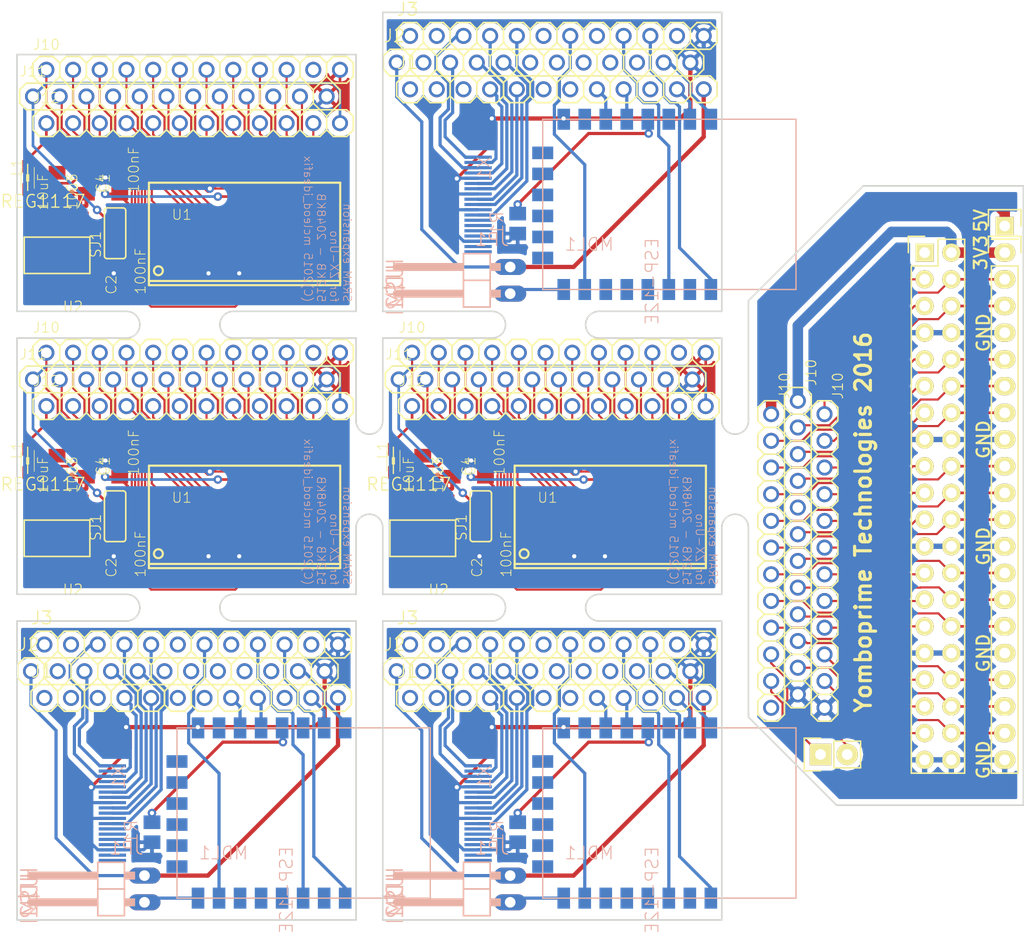
<source format=kicad_pcb>
(kicad_pcb (version 4) (host pcbnew 4.0.2+dfsg1-2~bpo8+1-stable)
  (layers (0 Top signal) (31 Bottom signal) (34 B.Paste user) (35 F.Paste user) (36 B.SilkS user) (37 F.SilkS user) (38 B.Mask user) (39 F.Mask user) (44 Edge.Cuts user))
  (net 0 "")
  (net 1 D7)
  (net 2 D6)
  (net 3 D5)
  (net 4 D4)
  (net 5 D3)
  (net 6 D2)
  (net 7 D1)
  (net 8 D0)
  (net 9 A15)
  (net 10 A14)
  (net 11 A13)
  (net 12 A0)
  (net 13 A1)
  (net 14 A2)
  (net 15 A3)
  (net 16 A4)
  (net 17 A5)
  (net 18 A6)
  (net 19 A7)
  (net 20 A8)
  (net 21 A9)
  (net 22 A10)
  (net 23 A11)
  (net 24 A12)
  (net 25 GND)
  (net 26 3.3V)
  (net 27 +5V)
  (net 28 N$1)
  (net 29 A16)
  (net 30 A17)
  (net 31 A18)
  (net 32 /WE)
  (net 33 A19)
  (net 34 A20)
  (net 35 3.3VREG)
  (net 36 3.3VIN)
  (net 37 GND1)
  (net 38 EXT7)
  (net 39 EXT8)
  (net 40 EXT9)
  (net 41 EXT10)
  (net 42 EXT11)
  (net 43 EXT12)
  (net 44 EXT13)
  (net 45 EXT14)
  (net 46 EXT15)
  (net 47 EXT16)
  (net 48 EXT17)
  (net 49 EXT18)
  (net 50 EXT19)
  (net 51 EXT20)
  (net 52 EXT21)
  (net 53 EXT22)
  (net 54 EXT23)
  (net 55 EXT24)
  (net 56 EXT25)
  (net 57 EXT26)
  (net 58 EXT27)
  (net 59 EXT28)
  (net 60 EXT29)
  (net 61 EXT30)
  (net 62 EXT31)
  (net 63 EXT32)
  (net 64 EXT33)
  (net 65 EXT34)
  (net 66 EXT35)
  (net 67 EXT6)
  (net 68 5V)
  (net 69 3.3V1)
  (net 70 N$2)
  (net 71 N$3)
  (module 1X12 (layer Top) (at 110.0936 79.327475)
    (fp_text reference J1 (at -15.3162 -1.8288) (layer F.SilkS) (effects (font (size 1.2065 1.2065) (thickness 0.127)) (justify left bottom)))
    (fp_text value "" (at -15.24 3.175) (layer F.SilkS) (effects (font (size 1.2065 1.2065) (thickness 0.1016)) (justify left bottom)))
    (pad 1 thru_hole circle (at -13.97 0 90) (size 1.524 1.524) (drill 1.016) (layers *.Cu *.Mask) (net 68 5V))
    (pad 2 thru_hole circle (at -11.43 0 90) (size 1.524 1.524) (drill 1.016) (layers *.Cu *.Mask) (net 38 EXT7))
    (pad 3 thru_hole circle (at -8.89 0 90) (size 1.524 1.524) (drill 1.016) (layers *.Cu *.Mask) (net 41 EXT10))
    (pad 4 thru_hole circle (at -6.35 0 90) (size 1.524 1.524) (drill 1.016) (layers *.Cu *.Mask) (net 44 EXT13))
    (pad 5 thru_hole circle (at -3.81 0 90) (size 1.524 1.524) (drill 1.016) (layers *.Cu *.Mask) (net 47 EXT16))
    (pad 6 thru_hole circle (at -1.27 0 90) (size 1.524 1.524) (drill 1.016) (layers *.Cu *.Mask) (net 50 EXT19))
    (pad 7 thru_hole circle (at 1.27 0 90) (size 1.524 1.524) (drill 1.016) (layers *.Cu *.Mask) (net 53 EXT22))
    (pad 8 thru_hole circle (at 3.81 0 90) (size 1.524 1.524) (drill 1.016) (layers *.Cu *.Mask) (net 56 EXT25))
    (pad 9 thru_hole circle (at 6.35 0 90) (size 1.524 1.524) (drill 1.016) (layers *.Cu *.Mask) (net 59 EXT28))
    (pad 10 thru_hole circle (at 8.89 0 90) (size 1.524 1.524) (drill 1.016) (layers *.Cu *.Mask) (net 62 EXT31))
    (pad 11 thru_hole circle (at 11.43 0 90) (size 1.524 1.524) (drill 1.016) (layers *.Cu *.Mask) (net 65 EXT34))
    (pad 12 thru_hole circle (at 13.97 0 90) (size 1.524 1.524) (drill 1.016) (layers *.Cu *.Mask) (net 69 3.3V1))
  )
  (module 1X12 (layer Top) (at 108.8236 76.787475)
    (fp_text reference J2 (at -15.3162 -1.8288) (layer F.SilkS) (effects (font (size 1.2065 1.2065) (thickness 0.127)) (justify left bottom)))
    (fp_text value "" (at -15.24 3.175) (layer F.SilkS) (effects (font (size 1.2065 1.2065) (thickness 0.1016)) (justify left bottom)))
    (pad 1 thru_hole circle (at -13.97 0 90) (size 1.524 1.524) (drill 1.016) (layers *.Cu *.Mask) (net 69 3.3V1))
    (pad 2 thru_hole circle (at -11.43 0 90) (size 1.524 1.524) (drill 1.016) (layers *.Cu *.Mask) (net 39 EXT8))
    (pad 3 thru_hole circle (at -8.89 0 90) (size 1.524 1.524) (drill 1.016) (layers *.Cu *.Mask) (net 42 EXT11))
    (pad 4 thru_hole circle (at -6.35 0 90) (size 1.524 1.524) (drill 1.016) (layers *.Cu *.Mask) (net 45 EXT14))
    (pad 5 thru_hole circle (at -3.81 0 90) (size 1.524 1.524) (drill 1.016) (layers *.Cu *.Mask) (net 48 EXT17))
    (pad 6 thru_hole circle (at -1.27 0 90) (size 1.524 1.524) (drill 1.016) (layers *.Cu *.Mask) (net 51 EXT20))
    (pad 7 thru_hole circle (at 1.27 0 90) (size 1.524 1.524) (drill 1.016) (layers *.Cu *.Mask) (net 54 EXT23))
    (pad 8 thru_hole circle (at 3.81 0 90) (size 1.524 1.524) (drill 1.016) (layers *.Cu *.Mask) (net 57 EXT26))
    (pad 9 thru_hole circle (at 6.35 0 90) (size 1.524 1.524) (drill 1.016) (layers *.Cu *.Mask) (net 60 EXT29))
    (pad 10 thru_hole circle (at 8.89 0 90) (size 1.524 1.524) (drill 1.016) (layers *.Cu *.Mask) (net 63 EXT32))
    (pad 11 thru_hole circle (at 11.43 0 90) (size 1.524 1.524) (drill 1.016) (layers *.Cu *.Mask) (net 66 EXT35))
    (pad 12 thru_hole circle (at 13.97 0 90) (size 1.524 1.524) (drill 1.016) (layers *.Cu *.Mask) (net 37 GND1))
  )
  (module 1X12 (layer Top) (at 110.0936 74.247475)
    (fp_text reference J3 (at -15.3162 -1.8288) (layer F.SilkS) (effects (font (size 1.2065 1.2065) (thickness 0.127)) (justify left bottom)))
    (fp_text value "" (at -15.24 3.175) (layer F.SilkS) (effects (font (size 1.2065 1.2065) (thickness 0.1016)) (justify left bottom)))
    (pad 1 thru_hole circle (at -13.97 0 90) (size 1.524 1.524) (drill 1.016) (layers *.Cu *.Mask) (net 67 EXT6))
    (pad 2 thru_hole circle (at -11.43 0 90) (size 1.524 1.524) (drill 1.016) (layers *.Cu *.Mask) (net 40 EXT9))
    (pad 3 thru_hole circle (at -8.89 0 90) (size 1.524 1.524) (drill 1.016) (layers *.Cu *.Mask) (net 43 EXT12))
    (pad 4 thru_hole circle (at -6.35 0 90) (size 1.524 1.524) (drill 1.016) (layers *.Cu *.Mask) (net 46 EXT15))
    (pad 5 thru_hole circle (at -3.81 0 90) (size 1.524 1.524) (drill 1.016) (layers *.Cu *.Mask) (net 49 EXT18))
    (pad 6 thru_hole circle (at -1.27 0 90) (size 1.524 1.524) (drill 1.016) (layers *.Cu *.Mask) (net 52 EXT21))
    (pad 7 thru_hole circle (at 1.27 0 90) (size 1.524 1.524) (drill 1.016) (layers *.Cu *.Mask) (net 55 EXT24))
    (pad 8 thru_hole circle (at 3.81 0 90) (size 1.524 1.524) (drill 1.016) (layers *.Cu *.Mask) (net 58 EXT27))
    (pad 9 thru_hole circle (at 6.35 0 90) (size 1.524 1.524) (drill 1.016) (layers *.Cu *.Mask) (net 61 EXT30))
    (pad 10 thru_hole circle (at 8.89 0 90) (size 1.524 1.524) (drill 1.016) (layers *.Cu *.Mask) (net 64 EXT33))
    (pad 11 thru_hole circle (at 11.43 0 90) (size 1.524 1.524) (drill 1.016) (layers *.Cu *.Mask))
    (pad 12 thru_hole circle (at 13.97 0 90) (size 1.524 1.524) (drill 1.016) (layers *.Cu *.Mask) (net 37 GND1))
  )
  (module ESP8266-ESP12E (layer Bottom) (at 108.744225 98.377475 90)
    (fp_text reference MDL1 (at 5 2 360) (layer B.SilkS) (effects (font (size 1.2065 1.2065) (thickness 0.1016)) (justify right top mirror)))
    (fp_text value "" (at 0 0 90) (layer B.SilkS) (effects (justify mirror)))
    (fp_text user ESP-12E (at 5 11.11 90) (layer B.SilkS) (effects (font (size 1.2065 1.2065) (thickness 0.1016)) (justify left bottom mirror)))
    (pad 8 smd rect (at 0 2 90) (size 2 1.2) (layers Bottom B.Paste B.Mask) (net 71 N$3))
    (pad 7 smd rect (at 0 4 90) (size 2 1.2) (layers Bottom B.Paste B.Mask) (net 55 EXT24))
    (pad 6 smd rect (at 0 6 90) (size 2 1.2) (layers Bottom B.Paste B.Mask))
    (pad 5 smd rect (at 0 8 90) (size 2 1.2) (layers Bottom B.Paste B.Mask))
    (pad 4 smd rect (at 0 10 90) (size 2 1.2) (layers Bottom B.Paste B.Mask))
    (pad 3 smd rect (at 0 12 90) (size 2 1.2) (layers Bottom B.Paste B.Mask) (net 61 EXT30))
    (pad 2 smd rect (at 0 14 90) (size 2 1.2) (layers Bottom B.Paste B.Mask))
    (pad 1 smd rect (at 0 16 90) (size 2 1.2) (layers Bottom B.Paste B.Mask) (net 64 EXT33))
    (pad 15 smd rect (at 16.2 2 90) (size 2 1.2) (layers Bottom B.Paste B.Mask) (net 37 GND1))
    (pad 16 smd rect (at 16.2 4 90) (size 2 1.2) (layers Bottom B.Paste B.Mask))
    (pad 17 smd rect (at 16.2 6 90) (size 2 1.2) (layers Bottom B.Paste B.Mask) (net 56 EXT25))
    (pad 18 smd rect (at 16.2 8 90) (size 2 1.2) (layers Bottom B.Paste B.Mask) (net 59 EXT28))
    (pad 19 smd rect (at 16.2 10 90) (size 2 1.2) (layers Bottom B.Paste B.Mask) (net 70 N$2))
    (pad 20 smd rect (at 16.2 12 90) (size 2 1.2) (layers Bottom B.Paste B.Mask))
    (pad 21 smd rect (at 16.2 14 90) (size 2 1.2) (layers Bottom B.Paste B.Mask) (net 65 EXT34))
    (pad 22 smd rect (at 16.2 16 90) (size 2 1.2) (layers Bottom B.Paste B.Mask) (net 66 EXT35))
    (pad 13 smd rect (at 11 0) (size 2 1.2) (layers Bottom B.Paste B.Mask))
    (pad 9 smd rect (at 3 0) (size 2 1.2) (layers Bottom B.Paste B.Mask))
    (pad 10 smd rect (at 5 0) (size 2 1.2) (layers Bottom B.Paste B.Mask))
    (pad 14 smd rect (at 13 0) (size 2 1.2) (layers Bottom B.Paste B.Mask))
    (pad 11 smd rect (at 7 0) (size 2 1.2) (layers Bottom B.Paste B.Mask))
    (pad 12 smd rect (at 9 0) (size 2 1.2) (layers Bottom B.Paste B.Mask))
  )
  (module DS1115 (layer Bottom) (at 94.69485 98.13935 90)
    (fp_text reference U$2 (at 0 0 90) (layer B.SilkS) (effects (justify mirror)))
    (fp_text value HDMI (at 0 0 90) (layer B.SilkS) (effects (justify mirror)))
    (fp_text user X1 (at 12.5 9.19 90) (layer B.SilkS) (effects (font (size 1.2065 1.2065) (thickness 0.1016)) (justify left bottom mirror)))
    (pad HOT_ smd rect (at 3.35 7.9) (size 2.6 0.3) (layers Bottom B.Paste B.Mask))
    (pad 5+ smd rect (at 3.85 7.9) (size 2.6 0.3) (layers Bottom B.Paste B.Mask))
    (pad HEAC smd rect (at 4.35 7.9) (size 2.6 0.3) (layers Bottom B.Paste B.Mask))
    (pad SDA smd rect (at 4.85 7.9) (size 2.6 0.3) (layers Bottom B.Paste B.Mask))
    (pad SCL smd rect (at 5.35 7.9) (size 2.6 0.3) (layers Bottom B.Paste B.Mask))
    (pad HEAC smd rect (at 5.85 7.9) (size 2.6 0.3) (layers Bottom B.Paste B.Mask))
    (pad CEC smd rect (at 6.35 7.9) (size 2.6 0.3) (layers Bottom B.Paste B.Mask))
    (pad TMDS smd rect (at 6.85 7.9) (size 2.6 0.3) (layers Bottom B.Paste B.Mask))
    (pad TMDS smd rect (at 7.35 7.9) (size 2.6 0.3) (layers Bottom B.Paste B.Mask))
    (pad TMDS smd rect (at 7.85 7.9) (size 2.6 0.3) (layers Bottom B.Paste B.Mask))
    (pad TMDS smd rect (at 8.35 7.9) (size 2.6 0.3) (layers Bottom B.Paste B.Mask))
    (pad TMDS smd rect (at 8.85 7.9) (size 2.6 0.3) (layers Bottom B.Paste B.Mask))
    (pad TMDS smd rect (at 9.35 7.9) (size 2.6 0.3) (layers Bottom B.Paste B.Mask))
    (pad TMDS smd rect (at 9.85 7.9) (size 2.6 0.3) (layers Bottom B.Paste B.Mask))
    (pad TMDS smd rect (at 10.35 7.9) (size 2.6 0.3) (layers Bottom B.Paste B.Mask))
    (pad TMDS smd rect (at 10.85 7.9) (size 2.6 0.3) (layers Bottom B.Paste B.Mask))
    (pad TMDS smd rect (at 11.35 7.9) (size 2.6 0.3) (layers Bottom B.Paste B.Mask))
    (pad TMDS smd rect (at 11.85 7.9) (size 2.6 0.3) (layers Bottom B.Paste B.Mask))
    (pad TMDS smd rect (at 12.35 7.9) (size 2.6 0.3) (layers Bottom B.Paste B.Mask))
  )
  (module M0805 (layer Bottom) (at 106.362975 92.10685 270)
    (fp_text reference R1 (at -1.27 1.27 270) (layer B.SilkS) (effects (font (size 1.2065 1.2065) (thickness 0.1016)) (justify left bottom mirror)))
    (fp_text value "" (at -1.27 -2.54 270) (layer B.SilkS) (effects (font (size 1.2065 1.2065) (thickness 0.1016)) (justify left bottom mirror)))
    (pad 1 smd rect (at -0.95 0 270) (size 1.3 1.6) (layers Bottom B.Paste B.Mask) (net 70 N$2))
    (pad 2 smd rect (at 0.95 0 270) (size 1.3 1.6) (layers Bottom B.Paste B.Mask) (net 37 GND1))
  )
  (module 1X02%2f90 (layer Bottom) (at 101.8386 97.50435 270)
    (fp_text reference JP1 (at -3.175 -3.81 540) (layer B.SilkS) (effects (font (size 1.2065 1.2065) (thickness 0.127)) (justify left bottom mirror)))
    (fp_text value "" (at 4.445 -3.81 540) (layer B.SilkS) (effects (font (size 1.2065 1.2065) (thickness 0.1016)) (justify left bottom mirror)))
    (pad 1 thru_hole oval (at -1.27 -3.81 180) (size 3.048 1.524) (drill 1.016) (layers *.Cu *.Mask) (net 69 3.3V1))
    (pad 2 thru_hole oval (at 1.27 -3.81 180) (size 3.048 1.524) (drill 1.016) (layers *.Cu *.Mask) (net 71 N$3))
  )
  (module SJ_2 (layer Top) (at 68.0566 93.0276 90)
    (fp_text reference SJ1 (at -2.413 -1.27 90) (layer F.SilkS) (effects (font (size 0.9652 0.9652) (thickness 0.09652)) (justify left bottom)))
    (fp_text value "" (at -0.1001 0 90) (layer F.SilkS) (effects (font (size 0.019 0.019) (thickness 0.00152)) (justify left bottom)))
    (pad 1 smd rect (at -1.524 0 90) (size 1.1684 1.6002) (layers Top F.Paste F.Mask) (net 35 3.3VREG))
    (pad 2 smd rect (at 0 0 90) (size 1.1684 1.6002) (layers Top F.Paste F.Mask) (net 26 3.3V))
    (pad 3 smd rect (at 1.524 0 90) (size 1.1684 1.6002) (layers Top F.Paste F.Mask) (net 36 3.3VIN))
  )
  (module TSOP44-II (layer Top) (at 80.3756 93.0911)
    (fp_text reference U1 (at -6.985 -1.27) (layer F.SilkS) (effects (font (size 0.9652 0.9652) (thickness 0.077216)) (justify left bottom)))
    (fp_text value "" (at -6.985 1.905) (layer F.SilkS) (effects (font (size 1.2065 1.2065) (thickness 0.09652)) (justify left bottom)))
    (pad 1 smd rect (at -8.4 5.8) (size 0.32 1.3) (layers Top F.Paste F.Mask))
    (pad 2 smd rect (at -7.6 5.8) (size 0.32 1.3) (layers Top F.Paste F.Mask))
    (pad 3 smd rect (at -6.8 5.8) (size 0.32 1.3) (layers Top F.Paste F.Mask) (net 12 A0))
    (pad 4 smd rect (at -6 5.8) (size 0.32 1.3) (layers Top F.Paste F.Mask) (net 13 A1))
    (pad 5 smd rect (at -5.2 5.8) (size 0.32 1.3) (layers Top F.Paste F.Mask) (net 14 A2))
    (pad 6 smd rect (at -4.4 5.8) (size 0.32 1.3) (layers Top F.Paste F.Mask) (net 15 A3))
    (pad 7 smd rect (at -3.6 5.8) (size 0.32 1.3) (layers Top F.Paste F.Mask) (net 16 A4))
    (pad 8 smd rect (at -2.8 5.8) (size 0.32 1.3) (layers Top F.Paste F.Mask) (net 25 GND))
    (pad 9 smd rect (at -2 5.8) (size 0.32 1.3) (layers Top F.Paste F.Mask) (net 8 D0))
    (pad 10 smd rect (at -1.2 5.8) (size 0.32 1.3) (layers Top F.Paste F.Mask) (net 7 D1))
    (pad 11 smd rect (at -0.4 5.8) (size 0.32 1.3) (layers Top F.Paste F.Mask) (net 26 3.3V))
    (pad 12 smd rect (at 0.4 5.8) (size 0.32 1.3) (layers Top F.Paste F.Mask) (net 25 GND))
    (pad 13 smd rect (at 1.2 5.8) (size 0.32 1.3) (layers Top F.Paste F.Mask) (net 6 D2))
    (pad 14 smd rect (at 2 5.8) (size 0.32 1.3) (layers Top F.Paste F.Mask) (net 5 D3))
    (pad 15 smd rect (at 2.8 5.8) (size 0.32 1.3) (layers Top F.Paste F.Mask) (net 32 /WE))
    (pad 16 smd rect (at 3.6 5.8) (size 0.32 1.3) (layers Top F.Paste F.Mask) (net 17 A5))
    (pad 17 smd rect (at 4.4 5.8) (size 0.32 1.3) (layers Top F.Paste F.Mask) (net 18 A6))
    (pad 18 smd rect (at 5.2 5.8) (size 0.32 1.3) (layers Top F.Paste F.Mask) (net 19 A7))
    (pad 19 smd rect (at 6 5.8) (size 0.32 1.3) (layers Top F.Paste F.Mask) (net 20 A8))
    (pad 20 smd rect (at 6.8 5.8) (size 0.32 1.3) (layers Top F.Paste F.Mask) (net 21 A9))
    (pad 21 smd rect (at 7.6 5.8) (size 0.32 1.3) (layers Top F.Paste F.Mask))
    (pad 22 smd rect (at 8.4 5.8) (size 0.32 1.3) (layers Top F.Paste F.Mask))
    (pad 23 smd rect (at 8.4 -5.8 180) (size 0.32 1.3) (layers Top F.Paste F.Mask))
    (pad 24 smd rect (at 7.6 -5.8 180) (size 0.32 1.3) (layers Top F.Paste F.Mask))
    (pad 25 smd rect (at 6.8 -5.8 180) (size 0.32 1.3) (layers Top F.Paste F.Mask) (net 33 A19))
    (pad 26 smd rect (at 6 -5.8 180) (size 0.32 1.3) (layers Top F.Paste F.Mask) (net 22 A10))
    (pad 27 smd rect (at 5.2 -5.8 180) (size 0.32 1.3) (layers Top F.Paste F.Mask) (net 23 A11))
    (pad 28 smd rect (at 4.4 -5.8 180) (size 0.32 1.3) (layers Top F.Paste F.Mask) (net 24 A12))
    (pad 29 smd rect (at 3.6 -5.8 180) (size 0.32 1.3) (layers Top F.Paste F.Mask) (net 11 A13))
    (pad 30 smd rect (at 2.8 -5.8 180) (size 0.32 1.3) (layers Top F.Paste F.Mask) (net 10 A14))
    (pad 31 smd rect (at 2 -5.8 180) (size 0.32 1.3) (layers Top F.Paste F.Mask) (net 4 D4))
    (pad 32 smd rect (at 1.2 -5.8 180) (size 0.32 1.3) (layers Top F.Paste F.Mask) (net 3 D5))
    (pad 33 smd rect (at 0.4 -5.8 180) (size 0.32 1.3) (layers Top F.Paste F.Mask) (net 26 3.3V))
    (pad 34 smd rect (at -0.4 -5.8 180) (size 0.32 1.3) (layers Top F.Paste F.Mask) (net 25 GND))
    (pad 35 smd rect (at -1.2 -5.8 180) (size 0.32 1.3) (layers Top F.Paste F.Mask) (net 2 D6))
    (pad 36 smd rect (at -2 -5.8 180) (size 0.32 1.3) (layers Top F.Paste F.Mask) (net 1 D7))
    (pad 37 smd rect (at -2.8 -5.8 180) (size 0.32 1.3) (layers Top F.Paste F.Mask) (net 25 GND))
    (pad 38 smd rect (at -3.6 -5.8 180) (size 0.32 1.3) (layers Top F.Paste F.Mask) (net 9 A15))
    (pad 39 smd rect (at -4.4 -5.8 180) (size 0.32 1.3) (layers Top F.Paste F.Mask) (net 29 A16))
    (pad 40 smd rect (at -5.2 -5.8 180) (size 0.32 1.3) (layers Top F.Paste F.Mask) (net 30 A17))
    (pad 41 smd rect (at -6 -5.8 180) (size 0.32 1.3) (layers Top F.Paste F.Mask) (net 31 A18))
    (pad 42 smd rect (at -6.8 -5.8 180) (size 0.32 1.3) (layers Top F.Paste F.Mask) (net 34 A20))
    (pad 43 smd rect (at -7.6 -5.8 180) (size 0.32 1.3) (layers Top F.Paste F.Mask))
    (pad 44 smd rect (at -8.4 -5.8 180) (size 0.32 1.3) (layers Top F.Paste F.Mask))
  )
  (module 1X12 (layer Top) (at 75.4861 82.5501)
    (fp_text reference J12 (at -15.3162 -1.8288) (layer F.SilkS) (effects (font (size 0.9652 0.9652) (thickness 0.09652)) (justify left bottom)))
    (fp_text value "" (at -15.24 3.175) (layer F.SilkS) (effects (font (size 1.2065 1.2065) (thickness 0.09652)) (justify left bottom)))
    (pad 1 thru_hole circle (at -13.97 0 90) (size 1.524 1.524) (drill 1.016) (layers *.Cu *.Mask) (net 28 N$1))
    (pad 2 thru_hole circle (at -11.43 0 90) (size 1.524 1.524) (drill 1.016) (layers *.Cu *.Mask) (net 14 A2))
    (pad 3 thru_hole circle (at -8.89 0 90) (size 1.524 1.524) (drill 1.016) (layers *.Cu *.Mask) (net 8 D0))
    (pad 4 thru_hole circle (at -6.35 0 90) (size 1.524 1.524) (drill 1.016) (layers *.Cu *.Mask) (net 5 D3))
    (pad 5 thru_hole circle (at -3.81 0 90) (size 1.524 1.524) (drill 1.016) (layers *.Cu *.Mask) (net 31 A18))
    (pad 6 thru_hole circle (at -1.27 0 90) (size 1.524 1.524) (drill 1.016) (layers *.Cu *.Mask) (net 18 A6))
    (pad 7 thru_hole circle (at 1.27 0 90) (size 1.524 1.524) (drill 1.016) (layers *.Cu *.Mask) (net 1 D7))
    (pad 8 thru_hole circle (at 3.81 0 90) (size 1.524 1.524) (drill 1.016) (layers *.Cu *.Mask) (net 4 D4))
    (pad 9 thru_hole circle (at 6.35 0 90) (size 1.524 1.524) (drill 1.016) (layers *.Cu *.Mask) (net 24 A12))
    (pad 10 thru_hole circle (at 8.89 0 90) (size 1.524 1.524) (drill 1.016) (layers *.Cu *.Mask) (net 33 A19))
    (pad 11 thru_hole circle (at 11.43 0 90) (size 1.524 1.524) (drill 1.016) (layers *.Cu *.Mask) (net 21 A9))
    (pad 12 thru_hole circle (at 13.97 0 90) (size 1.524 1.524) (drill 1.016) (layers *.Cu *.Mask) (net 36 3.3VIN))
  )
  (module 1X12 (layer Top) (at 74.2161 80.0101)
    (fp_text reference J11 (at -15.3162 -1.8288) (layer F.SilkS) (effects (font (size 0.9652 0.9652) (thickness 0.09652)) (justify left bottom)))
    (fp_text value "" (at -15.24 3.175) (layer F.SilkS) (effects (font (size 1.2065 1.2065) (thickness 0.09652)) (justify left bottom)))
    (pad 1 thru_hole circle (at -13.97 0 90) (size 1.524 1.524) (drill 1.016) (layers *.Cu *.Mask) (net 36 3.3VIN))
    (pad 2 thru_hole circle (at -11.43 0 90) (size 1.524 1.524) (drill 1.016) (layers *.Cu *.Mask) (net 13 A1))
    (pad 3 thru_hole circle (at -8.89 0 90) (size 1.524 1.524) (drill 1.016) (layers *.Cu *.Mask) (net 16 A4))
    (pad 4 thru_hole circle (at -6.35 0 90) (size 1.524 1.524) (drill 1.016) (layers *.Cu *.Mask) (net 6 D2))
    (pad 5 thru_hole circle (at -3.81 0 90) (size 1.524 1.524) (drill 1.016) (layers *.Cu *.Mask) (net 32 /WE))
    (pad 6 thru_hole circle (at -1.27 0 90) (size 1.524 1.524) (drill 1.016) (layers *.Cu *.Mask) (net 30 A17))
    (pad 7 thru_hole circle (at 1.27 0 90) (size 1.524 1.524) (drill 1.016) (layers *.Cu *.Mask) (net 9 A15))
    (pad 8 thru_hole circle (at 3.81 0 90) (size 1.524 1.524) (drill 1.016) (layers *.Cu *.Mask) (net 3 D5))
    (pad 9 thru_hole circle (at 6.35 0 90) (size 1.524 1.524) (drill 1.016) (layers *.Cu *.Mask) (net 11 A13))
    (pad 10 thru_hole circle (at 8.89 0 90) (size 1.524 1.524) (drill 1.016) (layers *.Cu *.Mask) (net 22 A10))
    (pad 11 thru_hole circle (at 11.43 0 90) (size 1.524 1.524) (drill 1.016) (layers *.Cu *.Mask) (net 20 A8))
    (pad 12 thru_hole circle (at 13.97 0 90) (size 1.524 1.524) (drill 1.016) (layers *.Cu *.Mask) (net 25 GND))
  )
  (module 1X12 (layer Top) (at 75.4861 77.4701)
    (fp_text reference J10 (at -15.3162 -1.8288) (layer F.SilkS) (effects (font (size 0.9652 0.9652) (thickness 0.09652)) (justify left bottom)))
    (fp_text value "" (at -15.24 3.175) (layer F.SilkS) (effects (font (size 1.2065 1.2065) (thickness 0.09652)) (justify left bottom)))
    (pad 1 thru_hole circle (at -13.97 0 90) (size 1.524 1.524) (drill 1.016) (layers *.Cu *.Mask) (net 12 A0))
    (pad 2 thru_hole circle (at -11.43 0 90) (size 1.524 1.524) (drill 1.016) (layers *.Cu *.Mask) (net 15 A3))
    (pad 3 thru_hole circle (at -8.89 0 90) (size 1.524 1.524) (drill 1.016) (layers *.Cu *.Mask) (net 7 D1))
    (pad 4 thru_hole circle (at -6.35 0 90) (size 1.524 1.524) (drill 1.016) (layers *.Cu *.Mask) (net 34 A20))
    (pad 5 thru_hole circle (at -3.81 0 90) (size 1.524 1.524) (drill 1.016) (layers *.Cu *.Mask) (net 17 A5))
    (pad 6 thru_hole circle (at -1.27 0 90) (size 1.524 1.524) (drill 1.016) (layers *.Cu *.Mask) (net 29 A16))
    (pad 7 thru_hole circle (at 1.27 0 90) (size 1.524 1.524) (drill 1.016) (layers *.Cu *.Mask) (net 2 D6))
    (pad 8 thru_hole circle (at 3.81 0 90) (size 1.524 1.524) (drill 1.016) (layers *.Cu *.Mask) (net 10 A14))
    (pad 9 thru_hole circle (at 6.35 0 90) (size 1.524 1.524) (drill 1.016) (layers *.Cu *.Mask) (net 23 A11))
    (pad 10 thru_hole circle (at 8.89 0 90) (size 1.524 1.524) (drill 1.016) (layers *.Cu *.Mask) (net 19 A7))
    (pad 11 thru_hole circle (at 11.43 0 90) (size 1.524 1.524) (drill 1.016) (layers *.Cu *.Mask))
    (pad 12 thru_hole circle (at 13.97 0 90) (size 1.524 1.524) (drill 1.016) (layers *.Cu *.Mask) (net 25 GND))
  )
  (module C0805K (layer Top) (at 69.1361 97.9171 90)
    (fp_text reference C2 (at -1 -0.875 90) (layer F.SilkS) (effects (font (size 0.9652 0.9652) (thickness 0.077216)) (justify left bottom)))
    (fp_text value 100nF (at -1 1.9 90) (layer F.SilkS) (effects (font (size 0.9652 0.9652) (thickness 0.077216)) (justify left bottom)))
    (pad 1 smd rect (at -1 0 90) (size 1.3 1.6) (layers Top F.Paste F.Mask) (net 26 3.3V))
    (pad 2 smd rect (at 1 0 90) (size 1.3 1.6) (layers Top F.Paste F.Mask) (net 25 GND))
  )
  (module 0805 (layer Top) (at 59.7381 87.7571 270)
    (fp_text reference L1 (at -1.905 1.5875 450) (layer F.SilkS) (effects (font (size 0.9652 0.9652) (thickness 0.077216)) (justify right top)))
    (fp_text value "" (at -1.905 -0.9525 450) (layer F.SilkS) (effects (font (size 0.57912 0.57912) (thickness 0.046329)) (justify right top)))
    (pad 1 smd rect (at -1.1 0 270) (size 1.2 1) (layers Top F.Paste F.Mask) (net 28 N$1))
    (pad 2 smd rect (at 1.1 0 270) (size 1.2 1) (layers Top F.Paste F.Mask) (net 27 +5V))
  )
  (module C0805K (layer Top) (at 65.3261 88.2651 270)
    (fp_text reference C4 (at -1 -0.875 450) (layer F.SilkS) (effects (font (size 0.9652 0.9652) (thickness 0.077216)) (justify right top)))
    (fp_text value 10uF (at -1 1.9 450) (layer F.SilkS) (effects (font (size 0.9652 0.9652) (thickness 0.077216)) (justify right top)))
    (pad 1 smd rect (at -1 0 270) (size 1.3 1.6) (layers Top F.Paste F.Mask) (net 35 3.3VREG))
    (pad 2 smd rect (at 1 0 270) (size 1.3 1.6) (layers Top F.Paste F.Mask) (net 25 GND))
  )
  (module C0805K (layer Top) (at 62.5321 88.2651 270)
    (fp_text reference C3 (at -1 -0.875 450) (layer F.SilkS) (effects (font (size 0.9652 0.9652) (thickness 0.077216)) (justify right top)))
    (fp_text value 10uF (at -1 1.9 450) (layer F.SilkS) (effects (font (size 0.9652 0.9652) (thickness 0.077216)) (justify right top)))
    (pad 1 smd rect (at -1 0 270) (size 1.3 1.6) (layers Top F.Paste F.Mask) (net 27 +5V))
    (pad 2 smd rect (at 1 0 270) (size 1.3 1.6) (layers Top F.Paste F.Mask) (net 25 GND))
  )
  (module SOT223 (layer Top) (at 62.5321 95.1231 180)
    (fp_text reference U2 (at -2.54 -4.318 360) (layer F.SilkS) (effects (font (size 0.9652 0.9652) (thickness 0.09652)) (justify right top)))
    (fp_text value REG1117 (at -2.794 5.842 360) (layer F.SilkS) (effects (font (size 1.2065 1.2065) (thickness 0.12065)) (justify right top)))
    (pad 1 smd rect (at -2.2606 3.1496 180) (size 1.4986 2.0066) (layers Top F.Paste F.Mask) (net 25 GND))
    (pad 2 smd rect (at 0.0254 3.1496 180) (size 1.4986 2.0066) (layers Top F.Paste F.Mask) (net 35 3.3VREG))
    (pad 3 smd rect (at 2.3114 3.1496 180) (size 1.4986 2.0066) (layers Top F.Paste F.Mask) (net 27 +5V))
    (pad 4 smd rect (at 0 -3.1496 180) (size 3.81 2.0066) (layers Top F.Paste F.Mask))
  )
  (module C0805K (layer Top) (at 68.5011 88.2651 90)
    (fp_text reference C1 (at -1 -0.875 90) (layer F.SilkS) (effects (font (size 0.9652 0.9652) (thickness 0.077216)) (justify left bottom)))
    (fp_text value 100nF (at -1 1.9 90) (layer F.SilkS) (effects (font (size 0.9652 0.9652) (thickness 0.077216)) (justify left bottom)))
    (pad 1 smd rect (at -1 0 90) (size 1.3 1.6) (layers Top F.Paste F.Mask) (net 26 3.3V))
    (pad 2 smd rect (at 1 0 90) (size 1.3 1.6) (layers Top F.Paste F.Mask) (net 25 GND))
  )
  (module 1X02%2f90 (layer Bottom) (at 101.8386 155.41635 270)
    (fp_text reference JP1 (at -3.175 -3.81 540) (layer B.SilkS) (effects (font (size 1.2065 1.2065) (thickness 0.127)) (justify left bottom mirror)))
    (fp_text value "" (at 4.445 -3.81 540) (layer B.SilkS) (effects (font (size 1.2065 1.2065) (thickness 0.1016)) (justify left bottom mirror)))
    (pad 1 thru_hole oval (at -1.27 -3.81 180) (size 3.048 1.524) (drill 1.016) (layers *.Cu *.Mask) (net 69 3.3V1))
    (pad 2 thru_hole oval (at 1.27 -3.81 180) (size 3.048 1.524) (drill 1.016) (layers *.Cu *.Mask) (net 71 N$3))
  )
  (module M0805 (layer Bottom) (at 106.362975 150.01885 270)
    (fp_text reference R1 (at -1.27 1.27 270) (layer B.SilkS) (effects (font (size 1.2065 1.2065) (thickness 0.1016)) (justify left bottom mirror)))
    (fp_text value "" (at -1.27 -2.54 270) (layer B.SilkS) (effects (font (size 1.2065 1.2065) (thickness 0.1016)) (justify left bottom mirror)))
    (pad 1 smd rect (at -0.95 0 270) (size 1.3 1.6) (layers Bottom B.Paste B.Mask) (net 70 N$2))
    (pad 2 smd rect (at 0.95 0 270) (size 1.3 1.6) (layers Bottom B.Paste B.Mask) (net 37 GND1))
  )
  (module DS1115 (layer Bottom) (at 94.69485 156.05135 90)
    (fp_text reference U$2 (at 0 0 90) (layer B.SilkS) (effects (justify mirror)))
    (fp_text value HDMI (at 0 0 90) (layer B.SilkS) (effects (justify mirror)))
    (fp_text user X1 (at 12.5 9.19 90) (layer B.SilkS) (effects (font (size 1.2065 1.2065) (thickness 0.1016)) (justify left bottom mirror)))
    (pad HOT_ smd rect (at 3.35 7.9) (size 2.6 0.3) (layers Bottom B.Paste B.Mask))
    (pad 5+ smd rect (at 3.85 7.9) (size 2.6 0.3) (layers Bottom B.Paste B.Mask))
    (pad HEAC smd rect (at 4.35 7.9) (size 2.6 0.3) (layers Bottom B.Paste B.Mask))
    (pad SDA smd rect (at 4.85 7.9) (size 2.6 0.3) (layers Bottom B.Paste B.Mask))
    (pad SCL smd rect (at 5.35 7.9) (size 2.6 0.3) (layers Bottom B.Paste B.Mask))
    (pad HEAC smd rect (at 5.85 7.9) (size 2.6 0.3) (layers Bottom B.Paste B.Mask))
    (pad CEC smd rect (at 6.35 7.9) (size 2.6 0.3) (layers Bottom B.Paste B.Mask))
    (pad TMDS smd rect (at 6.85 7.9) (size 2.6 0.3) (layers Bottom B.Paste B.Mask))
    (pad TMDS smd rect (at 7.35 7.9) (size 2.6 0.3) (layers Bottom B.Paste B.Mask))
    (pad TMDS smd rect (at 7.85 7.9) (size 2.6 0.3) (layers Bottom B.Paste B.Mask))
    (pad TMDS smd rect (at 8.35 7.9) (size 2.6 0.3) (layers Bottom B.Paste B.Mask))
    (pad TMDS smd rect (at 8.85 7.9) (size 2.6 0.3) (layers Bottom B.Paste B.Mask))
    (pad TMDS smd rect (at 9.35 7.9) (size 2.6 0.3) (layers Bottom B.Paste B.Mask))
    (pad TMDS smd rect (at 9.85 7.9) (size 2.6 0.3) (layers Bottom B.Paste B.Mask))
    (pad TMDS smd rect (at 10.35 7.9) (size 2.6 0.3) (layers Bottom B.Paste B.Mask))
    (pad TMDS smd rect (at 10.85 7.9) (size 2.6 0.3) (layers Bottom B.Paste B.Mask))
    (pad TMDS smd rect (at 11.35 7.9) (size 2.6 0.3) (layers Bottom B.Paste B.Mask))
    (pad TMDS smd rect (at 11.85 7.9) (size 2.6 0.3) (layers Bottom B.Paste B.Mask))
    (pad TMDS smd rect (at 12.35 7.9) (size 2.6 0.3) (layers Bottom B.Paste B.Mask))
  )
  (module ESP8266-ESP12E (layer Bottom) (at 108.744225 156.289475 90)
    (fp_text reference MDL1 (at 5 2 360) (layer B.SilkS) (effects (font (size 1.2065 1.2065) (thickness 0.1016)) (justify right top mirror)))
    (fp_text value "" (at 0 0 90) (layer B.SilkS) (effects (justify mirror)))
    (fp_text user ESP-12E (at 5 11.11 90) (layer B.SilkS) (effects (font (size 1.2065 1.2065) (thickness 0.1016)) (justify left bottom mirror)))
    (pad 8 smd rect (at 0 2 90) (size 2 1.2) (layers Bottom B.Paste B.Mask) (net 71 N$3))
    (pad 7 smd rect (at 0 4 90) (size 2 1.2) (layers Bottom B.Paste B.Mask) (net 55 EXT24))
    (pad 6 smd rect (at 0 6 90) (size 2 1.2) (layers Bottom B.Paste B.Mask))
    (pad 5 smd rect (at 0 8 90) (size 2 1.2) (layers Bottom B.Paste B.Mask))
    (pad 4 smd rect (at 0 10 90) (size 2 1.2) (layers Bottom B.Paste B.Mask))
    (pad 3 smd rect (at 0 12 90) (size 2 1.2) (layers Bottom B.Paste B.Mask) (net 61 EXT30))
    (pad 2 smd rect (at 0 14 90) (size 2 1.2) (layers Bottom B.Paste B.Mask))
    (pad 1 smd rect (at 0 16 90) (size 2 1.2) (layers Bottom B.Paste B.Mask) (net 64 EXT33))
    (pad 15 smd rect (at 16.2 2 90) (size 2 1.2) (layers Bottom B.Paste B.Mask) (net 37 GND1))
    (pad 16 smd rect (at 16.2 4 90) (size 2 1.2) (layers Bottom B.Paste B.Mask))
    (pad 17 smd rect (at 16.2 6 90) (size 2 1.2) (layers Bottom B.Paste B.Mask) (net 56 EXT25))
    (pad 18 smd rect (at 16.2 8 90) (size 2 1.2) (layers Bottom B.Paste B.Mask) (net 59 EXT28))
    (pad 19 smd rect (at 16.2 10 90) (size 2 1.2) (layers Bottom B.Paste B.Mask) (net 70 N$2))
    (pad 20 smd rect (at 16.2 12 90) (size 2 1.2) (layers Bottom B.Paste B.Mask))
    (pad 21 smd rect (at 16.2 14 90) (size 2 1.2) (layers Bottom B.Paste B.Mask) (net 65 EXT34))
    (pad 22 smd rect (at 16.2 16 90) (size 2 1.2) (layers Bottom B.Paste B.Mask) (net 66 EXT35))
    (pad 13 smd rect (at 11 0) (size 2 1.2) (layers Bottom B.Paste B.Mask))
    (pad 9 smd rect (at 3 0) (size 2 1.2) (layers Bottom B.Paste B.Mask))
    (pad 10 smd rect (at 5 0) (size 2 1.2) (layers Bottom B.Paste B.Mask))
    (pad 14 smd rect (at 13 0) (size 2 1.2) (layers Bottom B.Paste B.Mask))
    (pad 11 smd rect (at 7 0) (size 2 1.2) (layers Bottom B.Paste B.Mask))
    (pad 12 smd rect (at 9 0) (size 2 1.2) (layers Bottom B.Paste B.Mask))
  )
  (module 1X12 (layer Top) (at 110.0936 132.159475)
    (fp_text reference J3 (at -15.3162 -1.8288) (layer F.SilkS) (effects (font (size 1.2065 1.2065) (thickness 0.127)) (justify left bottom)))
    (fp_text value "" (at -15.24 3.175) (layer F.SilkS) (effects (font (size 1.2065 1.2065) (thickness 0.1016)) (justify left bottom)))
    (pad 1 thru_hole circle (at -13.97 0 90) (size 1.524 1.524) (drill 1.016) (layers *.Cu *.Mask) (net 67 EXT6))
    (pad 2 thru_hole circle (at -11.43 0 90) (size 1.524 1.524) (drill 1.016) (layers *.Cu *.Mask) (net 40 EXT9))
    (pad 3 thru_hole circle (at -8.89 0 90) (size 1.524 1.524) (drill 1.016) (layers *.Cu *.Mask) (net 43 EXT12))
    (pad 4 thru_hole circle (at -6.35 0 90) (size 1.524 1.524) (drill 1.016) (layers *.Cu *.Mask) (net 46 EXT15))
    (pad 5 thru_hole circle (at -3.81 0 90) (size 1.524 1.524) (drill 1.016) (layers *.Cu *.Mask) (net 49 EXT18))
    (pad 6 thru_hole circle (at -1.27 0 90) (size 1.524 1.524) (drill 1.016) (layers *.Cu *.Mask) (net 52 EXT21))
    (pad 7 thru_hole circle (at 1.27 0 90) (size 1.524 1.524) (drill 1.016) (layers *.Cu *.Mask) (net 55 EXT24))
    (pad 8 thru_hole circle (at 3.81 0 90) (size 1.524 1.524) (drill 1.016) (layers *.Cu *.Mask) (net 58 EXT27))
    (pad 9 thru_hole circle (at 6.35 0 90) (size 1.524 1.524) (drill 1.016) (layers *.Cu *.Mask) (net 61 EXT30))
    (pad 10 thru_hole circle (at 8.89 0 90) (size 1.524 1.524) (drill 1.016) (layers *.Cu *.Mask) (net 64 EXT33))
    (pad 11 thru_hole circle (at 11.43 0 90) (size 1.524 1.524) (drill 1.016) (layers *.Cu *.Mask))
    (pad 12 thru_hole circle (at 13.97 0 90) (size 1.524 1.524) (drill 1.016) (layers *.Cu *.Mask) (net 37 GND1))
  )
  (module 1X12 (layer Top) (at 108.8236 134.699475)
    (fp_text reference J2 (at -15.3162 -1.8288) (layer F.SilkS) (effects (font (size 1.2065 1.2065) (thickness 0.127)) (justify left bottom)))
    (fp_text value "" (at -15.24 3.175) (layer F.SilkS) (effects (font (size 1.2065 1.2065) (thickness 0.1016)) (justify left bottom)))
    (pad 1 thru_hole circle (at -13.97 0 90) (size 1.524 1.524) (drill 1.016) (layers *.Cu *.Mask) (net 69 3.3V1))
    (pad 2 thru_hole circle (at -11.43 0 90) (size 1.524 1.524) (drill 1.016) (layers *.Cu *.Mask) (net 39 EXT8))
    (pad 3 thru_hole circle (at -8.89 0 90) (size 1.524 1.524) (drill 1.016) (layers *.Cu *.Mask) (net 42 EXT11))
    (pad 4 thru_hole circle (at -6.35 0 90) (size 1.524 1.524) (drill 1.016) (layers *.Cu *.Mask) (net 45 EXT14))
    (pad 5 thru_hole circle (at -3.81 0 90) (size 1.524 1.524) (drill 1.016) (layers *.Cu *.Mask) (net 48 EXT17))
    (pad 6 thru_hole circle (at -1.27 0 90) (size 1.524 1.524) (drill 1.016) (layers *.Cu *.Mask) (net 51 EXT20))
    (pad 7 thru_hole circle (at 1.27 0 90) (size 1.524 1.524) (drill 1.016) (layers *.Cu *.Mask) (net 54 EXT23))
    (pad 8 thru_hole circle (at 3.81 0 90) (size 1.524 1.524) (drill 1.016) (layers *.Cu *.Mask) (net 57 EXT26))
    (pad 9 thru_hole circle (at 6.35 0 90) (size 1.524 1.524) (drill 1.016) (layers *.Cu *.Mask) (net 60 EXT29))
    (pad 10 thru_hole circle (at 8.89 0 90) (size 1.524 1.524) (drill 1.016) (layers *.Cu *.Mask) (net 63 EXT32))
    (pad 11 thru_hole circle (at 11.43 0 90) (size 1.524 1.524) (drill 1.016) (layers *.Cu *.Mask) (net 66 EXT35))
    (pad 12 thru_hole circle (at 13.97 0 90) (size 1.524 1.524) (drill 1.016) (layers *.Cu *.Mask) (net 37 GND1))
  )
  (module 1X12 (layer Top) (at 110.0936 137.239475)
    (fp_text reference J1 (at -15.3162 -1.8288) (layer F.SilkS) (effects (font (size 1.2065 1.2065) (thickness 0.127)) (justify left bottom)))
    (fp_text value "" (at -15.24 3.175) (layer F.SilkS) (effects (font (size 1.2065 1.2065) (thickness 0.1016)) (justify left bottom)))
    (pad 1 thru_hole circle (at -13.97 0 90) (size 1.524 1.524) (drill 1.016) (layers *.Cu *.Mask) (net 68 5V))
    (pad 2 thru_hole circle (at -11.43 0 90) (size 1.524 1.524) (drill 1.016) (layers *.Cu *.Mask) (net 38 EXT7))
    (pad 3 thru_hole circle (at -8.89 0 90) (size 1.524 1.524) (drill 1.016) (layers *.Cu *.Mask) (net 41 EXT10))
    (pad 4 thru_hole circle (at -6.35 0 90) (size 1.524 1.524) (drill 1.016) (layers *.Cu *.Mask) (net 44 EXT13))
    (pad 5 thru_hole circle (at -3.81 0 90) (size 1.524 1.524) (drill 1.016) (layers *.Cu *.Mask) (net 47 EXT16))
    (pad 6 thru_hole circle (at -1.27 0 90) (size 1.524 1.524) (drill 1.016) (layers *.Cu *.Mask) (net 50 EXT19))
    (pad 7 thru_hole circle (at 1.27 0 90) (size 1.524 1.524) (drill 1.016) (layers *.Cu *.Mask) (net 53 EXT22))
    (pad 8 thru_hole circle (at 3.81 0 90) (size 1.524 1.524) (drill 1.016) (layers *.Cu *.Mask) (net 56 EXT25))
    (pad 9 thru_hole circle (at 6.35 0 90) (size 1.524 1.524) (drill 1.016) (layers *.Cu *.Mask) (net 59 EXT28))
    (pad 10 thru_hole circle (at 8.89 0 90) (size 1.524 1.524) (drill 1.016) (layers *.Cu *.Mask) (net 62 EXT31))
    (pad 11 thru_hole circle (at 11.43 0 90) (size 1.524 1.524) (drill 1.016) (layers *.Cu *.Mask) (net 65 EXT34))
    (pad 12 thru_hole circle (at 13.97 0 90) (size 1.524 1.524) (drill 1.016) (layers *.Cu *.Mask) (net 69 3.3V1))
  )
  (module SJ_2 (layer Top) (at 102.8546 119.9516 90)
    (fp_text reference SJ1 (at -2.413 -1.27 90) (layer F.SilkS) (effects (font (size 0.9652 0.9652) (thickness 0.09652)) (justify left bottom)))
    (fp_text value "" (at -0.1001 0 90) (layer F.SilkS) (effects (font (size 0.019 0.019) (thickness 0.00152)) (justify left bottom)))
    (pad 1 smd rect (at -1.524 0 90) (size 1.1684 1.6002) (layers Top F.Paste F.Mask) (net 35 3.3VREG))
    (pad 2 smd rect (at 0 0 90) (size 1.1684 1.6002) (layers Top F.Paste F.Mask) (net 26 3.3V))
    (pad 3 smd rect (at 1.524 0 90) (size 1.1684 1.6002) (layers Top F.Paste F.Mask) (net 36 3.3VIN))
  )
  (module TSOP44-II (layer Top) (at 115.1736 120.0151)
    (fp_text reference U1 (at -6.985 -1.27) (layer F.SilkS) (effects (font (size 0.9652 0.9652) (thickness 0.077216)) (justify left bottom)))
    (fp_text value "" (at -6.985 1.905) (layer F.SilkS) (effects (font (size 1.2065 1.2065) (thickness 0.09652)) (justify left bottom)))
    (pad 1 smd rect (at -8.4 5.8) (size 0.32 1.3) (layers Top F.Paste F.Mask))
    (pad 2 smd rect (at -7.6 5.8) (size 0.32 1.3) (layers Top F.Paste F.Mask))
    (pad 3 smd rect (at -6.8 5.8) (size 0.32 1.3) (layers Top F.Paste F.Mask) (net 12 A0))
    (pad 4 smd rect (at -6 5.8) (size 0.32 1.3) (layers Top F.Paste F.Mask) (net 13 A1))
    (pad 5 smd rect (at -5.2 5.8) (size 0.32 1.3) (layers Top F.Paste F.Mask) (net 14 A2))
    (pad 6 smd rect (at -4.4 5.8) (size 0.32 1.3) (layers Top F.Paste F.Mask) (net 15 A3))
    (pad 7 smd rect (at -3.6 5.8) (size 0.32 1.3) (layers Top F.Paste F.Mask) (net 16 A4))
    (pad 8 smd rect (at -2.8 5.8) (size 0.32 1.3) (layers Top F.Paste F.Mask) (net 25 GND))
    (pad 9 smd rect (at -2 5.8) (size 0.32 1.3) (layers Top F.Paste F.Mask) (net 8 D0))
    (pad 10 smd rect (at -1.2 5.8) (size 0.32 1.3) (layers Top F.Paste F.Mask) (net 7 D1))
    (pad 11 smd rect (at -0.4 5.8) (size 0.32 1.3) (layers Top F.Paste F.Mask) (net 26 3.3V))
    (pad 12 smd rect (at 0.4 5.8) (size 0.32 1.3) (layers Top F.Paste F.Mask) (net 25 GND))
    (pad 13 smd rect (at 1.2 5.8) (size 0.32 1.3) (layers Top F.Paste F.Mask) (net 6 D2))
    (pad 14 smd rect (at 2 5.8) (size 0.32 1.3) (layers Top F.Paste F.Mask) (net 5 D3))
    (pad 15 smd rect (at 2.8 5.8) (size 0.32 1.3) (layers Top F.Paste F.Mask) (net 32 /WE))
    (pad 16 smd rect (at 3.6 5.8) (size 0.32 1.3) (layers Top F.Paste F.Mask) (net 17 A5))
    (pad 17 smd rect (at 4.4 5.8) (size 0.32 1.3) (layers Top F.Paste F.Mask) (net 18 A6))
    (pad 18 smd rect (at 5.2 5.8) (size 0.32 1.3) (layers Top F.Paste F.Mask) (net 19 A7))
    (pad 19 smd rect (at 6 5.8) (size 0.32 1.3) (layers Top F.Paste F.Mask) (net 20 A8))
    (pad 20 smd rect (at 6.8 5.8) (size 0.32 1.3) (layers Top F.Paste F.Mask) (net 21 A9))
    (pad 21 smd rect (at 7.6 5.8) (size 0.32 1.3) (layers Top F.Paste F.Mask))
    (pad 22 smd rect (at 8.4 5.8) (size 0.32 1.3) (layers Top F.Paste F.Mask))
    (pad 23 smd rect (at 8.4 -5.8 180) (size 0.32 1.3) (layers Top F.Paste F.Mask))
    (pad 24 smd rect (at 7.6 -5.8 180) (size 0.32 1.3) (layers Top F.Paste F.Mask))
    (pad 25 smd rect (at 6.8 -5.8 180) (size 0.32 1.3) (layers Top F.Paste F.Mask) (net 33 A19))
    (pad 26 smd rect (at 6 -5.8 180) (size 0.32 1.3) (layers Top F.Paste F.Mask) (net 22 A10))
    (pad 27 smd rect (at 5.2 -5.8 180) (size 0.32 1.3) (layers Top F.Paste F.Mask) (net 23 A11))
    (pad 28 smd rect (at 4.4 -5.8 180) (size 0.32 1.3) (layers Top F.Paste F.Mask) (net 24 A12))
    (pad 29 smd rect (at 3.6 -5.8 180) (size 0.32 1.3) (layers Top F.Paste F.Mask) (net 11 A13))
    (pad 30 smd rect (at 2.8 -5.8 180) (size 0.32 1.3) (layers Top F.Paste F.Mask) (net 10 A14))
    (pad 31 smd rect (at 2 -5.8 180) (size 0.32 1.3) (layers Top F.Paste F.Mask) (net 4 D4))
    (pad 32 smd rect (at 1.2 -5.8 180) (size 0.32 1.3) (layers Top F.Paste F.Mask) (net 3 D5))
    (pad 33 smd rect (at 0.4 -5.8 180) (size 0.32 1.3) (layers Top F.Paste F.Mask) (net 26 3.3V))
    (pad 34 smd rect (at -0.4 -5.8 180) (size 0.32 1.3) (layers Top F.Paste F.Mask) (net 25 GND))
    (pad 35 smd rect (at -1.2 -5.8 180) (size 0.32 1.3) (layers Top F.Paste F.Mask) (net 2 D6))
    (pad 36 smd rect (at -2 -5.8 180) (size 0.32 1.3) (layers Top F.Paste F.Mask) (net 1 D7))
    (pad 37 smd rect (at -2.8 -5.8 180) (size 0.32 1.3) (layers Top F.Paste F.Mask) (net 25 GND))
    (pad 38 smd rect (at -3.6 -5.8 180) (size 0.32 1.3) (layers Top F.Paste F.Mask) (net 9 A15))
    (pad 39 smd rect (at -4.4 -5.8 180) (size 0.32 1.3) (layers Top F.Paste F.Mask) (net 29 A16))
    (pad 40 smd rect (at -5.2 -5.8 180) (size 0.32 1.3) (layers Top F.Paste F.Mask) (net 30 A17))
    (pad 41 smd rect (at -6 -5.8 180) (size 0.32 1.3) (layers Top F.Paste F.Mask) (net 31 A18))
    (pad 42 smd rect (at -6.8 -5.8 180) (size 0.32 1.3) (layers Top F.Paste F.Mask) (net 34 A20))
    (pad 43 smd rect (at -7.6 -5.8 180) (size 0.32 1.3) (layers Top F.Paste F.Mask))
    (pad 44 smd rect (at -8.4 -5.8 180) (size 0.32 1.3) (layers Top F.Paste F.Mask))
  )
  (module 1X12 (layer Top) (at 110.2841 109.4741)
    (fp_text reference J12 (at -15.3162 -1.8288) (layer F.SilkS) (effects (font (size 0.9652 0.9652) (thickness 0.09652)) (justify left bottom)))
    (fp_text value "" (at -15.24 3.175) (layer F.SilkS) (effects (font (size 1.2065 1.2065) (thickness 0.09652)) (justify left bottom)))
    (pad 1 thru_hole circle (at -13.97 0 90) (size 1.524 1.524) (drill 1.016) (layers *.Cu *.Mask) (net 28 N$1))
    (pad 2 thru_hole circle (at -11.43 0 90) (size 1.524 1.524) (drill 1.016) (layers *.Cu *.Mask) (net 14 A2))
    (pad 3 thru_hole circle (at -8.89 0 90) (size 1.524 1.524) (drill 1.016) (layers *.Cu *.Mask) (net 8 D0))
    (pad 4 thru_hole circle (at -6.35 0 90) (size 1.524 1.524) (drill 1.016) (layers *.Cu *.Mask) (net 5 D3))
    (pad 5 thru_hole circle (at -3.81 0 90) (size 1.524 1.524) (drill 1.016) (layers *.Cu *.Mask) (net 31 A18))
    (pad 6 thru_hole circle (at -1.27 0 90) (size 1.524 1.524) (drill 1.016) (layers *.Cu *.Mask) (net 18 A6))
    (pad 7 thru_hole circle (at 1.27 0 90) (size 1.524 1.524) (drill 1.016) (layers *.Cu *.Mask) (net 1 D7))
    (pad 8 thru_hole circle (at 3.81 0 90) (size 1.524 1.524) (drill 1.016) (layers *.Cu *.Mask) (net 4 D4))
    (pad 9 thru_hole circle (at 6.35 0 90) (size 1.524 1.524) (drill 1.016) (layers *.Cu *.Mask) (net 24 A12))
    (pad 10 thru_hole circle (at 8.89 0 90) (size 1.524 1.524) (drill 1.016) (layers *.Cu *.Mask) (net 33 A19))
    (pad 11 thru_hole circle (at 11.43 0 90) (size 1.524 1.524) (drill 1.016) (layers *.Cu *.Mask) (net 21 A9))
    (pad 12 thru_hole circle (at 13.97 0 90) (size 1.524 1.524) (drill 1.016) (layers *.Cu *.Mask) (net 36 3.3VIN))
  )
  (module 1X12 (layer Top) (at 109.0141 106.9341)
    (fp_text reference J11 (at -15.3162 -1.8288) (layer F.SilkS) (effects (font (size 0.9652 0.9652) (thickness 0.09652)) (justify left bottom)))
    (fp_text value "" (at -15.24 3.175) (layer F.SilkS) (effects (font (size 1.2065 1.2065) (thickness 0.09652)) (justify left bottom)))
    (pad 1 thru_hole circle (at -13.97 0 90) (size 1.524 1.524) (drill 1.016) (layers *.Cu *.Mask) (net 36 3.3VIN))
    (pad 2 thru_hole circle (at -11.43 0 90) (size 1.524 1.524) (drill 1.016) (layers *.Cu *.Mask) (net 13 A1))
    (pad 3 thru_hole circle (at -8.89 0 90) (size 1.524 1.524) (drill 1.016) (layers *.Cu *.Mask) (net 16 A4))
    (pad 4 thru_hole circle (at -6.35 0 90) (size 1.524 1.524) (drill 1.016) (layers *.Cu *.Mask) (net 6 D2))
    (pad 5 thru_hole circle (at -3.81 0 90) (size 1.524 1.524) (drill 1.016) (layers *.Cu *.Mask) (net 32 /WE))
    (pad 6 thru_hole circle (at -1.27 0 90) (size 1.524 1.524) (drill 1.016) (layers *.Cu *.Mask) (net 30 A17))
    (pad 7 thru_hole circle (at 1.27 0 90) (size 1.524 1.524) (drill 1.016) (layers *.Cu *.Mask) (net 9 A15))
    (pad 8 thru_hole circle (at 3.81 0 90) (size 1.524 1.524) (drill 1.016) (layers *.Cu *.Mask) (net 3 D5))
    (pad 9 thru_hole circle (at 6.35 0 90) (size 1.524 1.524) (drill 1.016) (layers *.Cu *.Mask) (net 11 A13))
    (pad 10 thru_hole circle (at 8.89 0 90) (size 1.524 1.524) (drill 1.016) (layers *.Cu *.Mask) (net 22 A10))
    (pad 11 thru_hole circle (at 11.43 0 90) (size 1.524 1.524) (drill 1.016) (layers *.Cu *.Mask) (net 20 A8))
    (pad 12 thru_hole circle (at 13.97 0 90) (size 1.524 1.524) (drill 1.016) (layers *.Cu *.Mask) (net 25 GND))
  )
  (module 1X12 (layer Top) (at 110.2841 104.3941)
    (fp_text reference J10 (at -15.3162 -1.8288) (layer F.SilkS) (effects (font (size 0.9652 0.9652) (thickness 0.09652)) (justify left bottom)))
    (fp_text value "" (at -15.24 3.175) (layer F.SilkS) (effects (font (size 1.2065 1.2065) (thickness 0.09652)) (justify left bottom)))
    (pad 1 thru_hole circle (at -13.97 0 90) (size 1.524 1.524) (drill 1.016) (layers *.Cu *.Mask) (net 12 A0))
    (pad 2 thru_hole circle (at -11.43 0 90) (size 1.524 1.524) (drill 1.016) (layers *.Cu *.Mask) (net 15 A3))
    (pad 3 thru_hole circle (at -8.89 0 90) (size 1.524 1.524) (drill 1.016) (layers *.Cu *.Mask) (net 7 D1))
    (pad 4 thru_hole circle (at -6.35 0 90) (size 1.524 1.524) (drill 1.016) (layers *.Cu *.Mask) (net 34 A20))
    (pad 5 thru_hole circle (at -3.81 0 90) (size 1.524 1.524) (drill 1.016) (layers *.Cu *.Mask) (net 17 A5))
    (pad 6 thru_hole circle (at -1.27 0 90) (size 1.524 1.524) (drill 1.016) (layers *.Cu *.Mask) (net 29 A16))
    (pad 7 thru_hole circle (at 1.27 0 90) (size 1.524 1.524) (drill 1.016) (layers *.Cu *.Mask) (net 2 D6))
    (pad 8 thru_hole circle (at 3.81 0 90) (size 1.524 1.524) (drill 1.016) (layers *.Cu *.Mask) (net 10 A14))
    (pad 9 thru_hole circle (at 6.35 0 90) (size 1.524 1.524) (drill 1.016) (layers *.Cu *.Mask) (net 23 A11))
    (pad 10 thru_hole circle (at 8.89 0 90) (size 1.524 1.524) (drill 1.016) (layers *.Cu *.Mask) (net 19 A7))
    (pad 11 thru_hole circle (at 11.43 0 90) (size 1.524 1.524) (drill 1.016) (layers *.Cu *.Mask))
    (pad 12 thru_hole circle (at 13.97 0 90) (size 1.524 1.524) (drill 1.016) (layers *.Cu *.Mask) (net 25 GND))
  )
  (module C0805K (layer Top) (at 103.9341 124.8411 90)
    (fp_text reference C2 (at -1 -0.875 90) (layer F.SilkS) (effects (font (size 0.9652 0.9652) (thickness 0.077216)) (justify left bottom)))
    (fp_text value 100nF (at -1 1.9 90) (layer F.SilkS) (effects (font (size 0.9652 0.9652) (thickness 0.077216)) (justify left bottom)))
    (pad 1 smd rect (at -1 0 90) (size 1.3 1.6) (layers Top F.Paste F.Mask) (net 26 3.3V))
    (pad 2 smd rect (at 1 0 90) (size 1.3 1.6) (layers Top F.Paste F.Mask) (net 25 GND))
  )
  (module 0805 (layer Top) (at 94.5361 114.6811 270)
    (fp_text reference L1 (at -1.905 1.5875 450) (layer F.SilkS) (effects (font (size 0.9652 0.9652) (thickness 0.077216)) (justify right top)))
    (fp_text value "" (at -1.905 -0.9525 450) (layer F.SilkS) (effects (font (size 0.57912 0.57912) (thickness 0.046329)) (justify right top)))
    (pad 1 smd rect (at -1.1 0 270) (size 1.2 1) (layers Top F.Paste F.Mask) (net 28 N$1))
    (pad 2 smd rect (at 1.1 0 270) (size 1.2 1) (layers Top F.Paste F.Mask) (net 27 +5V))
  )
  (module C0805K (layer Top) (at 100.1241 115.1891 270)
    (fp_text reference C4 (at -1 -0.875 450) (layer F.SilkS) (effects (font (size 0.9652 0.9652) (thickness 0.077216)) (justify right top)))
    (fp_text value 10uF (at -1 1.9 450) (layer F.SilkS) (effects (font (size 0.9652 0.9652) (thickness 0.077216)) (justify right top)))
    (pad 1 smd rect (at -1 0 270) (size 1.3 1.6) (layers Top F.Paste F.Mask) (net 35 3.3VREG))
    (pad 2 smd rect (at 1 0 270) (size 1.3 1.6) (layers Top F.Paste F.Mask) (net 25 GND))
  )
  (module C0805K (layer Top) (at 97.3301 115.1891 270)
    (fp_text reference C3 (at -1 -0.875 450) (layer F.SilkS) (effects (font (size 0.9652 0.9652) (thickness 0.077216)) (justify right top)))
    (fp_text value 10uF (at -1 1.9 450) (layer F.SilkS) (effects (font (size 0.9652 0.9652) (thickness 0.077216)) (justify right top)))
    (pad 1 smd rect (at -1 0 270) (size 1.3 1.6) (layers Top F.Paste F.Mask) (net 27 +5V))
    (pad 2 smd rect (at 1 0 270) (size 1.3 1.6) (layers Top F.Paste F.Mask) (net 25 GND))
  )
  (module SOT223 (layer Top) (at 97.3301 122.0471 180)
    (fp_text reference U2 (at -2.54 -4.318 360) (layer F.SilkS) (effects (font (size 0.9652 0.9652) (thickness 0.09652)) (justify right top)))
    (fp_text value REG1117 (at -2.794 5.842 360) (layer F.SilkS) (effects (font (size 1.2065 1.2065) (thickness 0.12065)) (justify right top)))
    (pad 1 smd rect (at -2.2606 3.1496 180) (size 1.4986 2.0066) (layers Top F.Paste F.Mask) (net 25 GND))
    (pad 2 smd rect (at 0.0254 3.1496 180) (size 1.4986 2.0066) (layers Top F.Paste F.Mask) (net 35 3.3VREG))
    (pad 3 smd rect (at 2.3114 3.1496 180) (size 1.4986 2.0066) (layers Top F.Paste F.Mask) (net 27 +5V))
    (pad 4 smd rect (at 0 -3.1496 180) (size 3.81 2.0066) (layers Top F.Paste F.Mask))
  )
  (module C0805K (layer Top) (at 103.2991 115.1891 90)
    (fp_text reference C1 (at -1 -0.875 90) (layer F.SilkS) (effects (font (size 0.9652 0.9652) (thickness 0.077216)) (justify left bottom)))
    (fp_text value 100nF (at -1 1.9 90) (layer F.SilkS) (effects (font (size 0.9652 0.9652) (thickness 0.077216)) (justify left bottom)))
    (pad 1 smd rect (at -1 0 90) (size 1.3 1.6) (layers Top F.Paste F.Mask) (net 26 3.3V))
    (pad 2 smd rect (at 1 0 90) (size 1.3 1.6) (layers Top F.Paste F.Mask) (net 25 GND))
  )
  (module conectores:1X12 (layer Top) (at 130.4798 124.206 270)
    (fp_text reference J10 (at -15.3162 -1.8288 270) (layer F.SilkS) (effects (font (size 0.9652 0.9652) (thickness 0.09652)) (justify left bottom)))
    (fp_text value "" (at -15.24 3.175 270) (layer F.SilkS) (effects (font (size 1.2065 1.2065) (thickness 0.09652)) (justify left bottom)))
    (pad 1 thru_hole circle (at -13.97 0) (size 1.524 1.524) (drill 1.016) (layers *.Cu *.Mask))
    (pad 2 thru_hole circle (at -11.43 0) (size 1.524 1.524) (drill 1.016) (layers *.Cu *.Mask))
    (pad 3 thru_hole circle (at -8.89 0) (size 1.524 1.524) (drill 1.016) (layers *.Cu *.Mask))
    (pad 4 thru_hole circle (at -6.35 0) (size 1.524 1.524) (drill 1.016) (layers *.Cu *.Mask))
    (pad 5 thru_hole circle (at -3.81 0) (size 1.524 1.524) (drill 1.016) (layers *.Cu *.Mask))
    (pad 6 thru_hole circle (at -1.27 0) (size 1.524 1.524) (drill 1.016) (layers *.Cu *.Mask))
    (pad 7 thru_hole circle (at 1.27 0) (size 1.524 1.524) (drill 1.016) (layers *.Cu *.Mask))
    (pad 8 thru_hole circle (at 3.81 0) (size 1.524 1.524) (drill 1.016) (layers *.Cu *.Mask))
    (pad 9 thru_hole circle (at 6.35 0) (size 1.524 1.524) (drill 1.016) (layers *.Cu *.Mask))
    (pad 10 thru_hole circle (at 8.89 0) (size 1.524 1.524) (drill 1.016) (layers *.Cu *.Mask))
    (pad 11 thru_hole circle (at 11.43 0) (size 1.524 1.524) (drill 1.016) (layers *.Cu *.Mask))
    (pad 12 thru_hole circle (at 13.97 0) (size 1.524 1.524) (drill 1.016) (layers *.Cu *.Mask))
  )
  (module conectores:1X12 (layer Top) (at 133.0198 122.936 270)
    (fp_text reference J10 (at -15.3162 -1.8288 270) (layer F.SilkS) (effects (font (size 0.9652 0.9652) (thickness 0.09652)) (justify left bottom)))
    (fp_text value "" (at -15.24 3.175 270) (layer F.SilkS) (effects (font (size 1.2065 1.2065) (thickness 0.09652)) (justify left bottom)))
    (pad 1 thru_hole circle (at -13.97 0) (size 1.524 1.524) (drill 1.016) (layers *.Cu *.Mask))
    (pad 2 thru_hole circle (at -11.43 0) (size 1.524 1.524) (drill 1.016) (layers *.Cu *.Mask))
    (pad 3 thru_hole circle (at -8.89 0) (size 1.524 1.524) (drill 1.016) (layers *.Cu *.Mask))
    (pad 4 thru_hole circle (at -6.35 0) (size 1.524 1.524) (drill 1.016) (layers *.Cu *.Mask))
    (pad 5 thru_hole circle (at -3.81 0) (size 1.524 1.524) (drill 1.016) (layers *.Cu *.Mask))
    (pad 6 thru_hole circle (at -1.27 0) (size 1.524 1.524) (drill 1.016) (layers *.Cu *.Mask))
    (pad 7 thru_hole circle (at 1.27 0) (size 1.524 1.524) (drill 1.016) (layers *.Cu *.Mask))
    (pad 8 thru_hole circle (at 3.81 0) (size 1.524 1.524) (drill 1.016) (layers *.Cu *.Mask))
    (pad 9 thru_hole circle (at 6.35 0) (size 1.524 1.524) (drill 1.016) (layers *.Cu *.Mask))
    (pad 10 thru_hole circle (at 8.89 0) (size 1.524 1.524) (drill 1.016) (layers *.Cu *.Mask))
    (pad 11 thru_hole circle (at 11.43 0) (size 1.524 1.524) (drill 1.016) (layers *.Cu *.Mask))
    (pad 12 thru_hole circle (at 13.97 0) (size 1.524 1.524) (drill 1.016) (layers *.Cu *.Mask) (net 25 GND))
  )
  (module C0805K (layer Top) (at 68.5011 115.1891 90)
    (fp_text reference C1 (at -1 -0.875 90) (layer F.SilkS) (effects (font (size 0.9652 0.9652) (thickness 0.077216)) (justify left bottom)))
    (fp_text value 100nF (at -1 1.9 90) (layer F.SilkS) (effects (font (size 0.9652 0.9652) (thickness 0.077216)) (justify left bottom)))
    (pad 1 smd rect (at -1 0 90) (size 1.3 1.6) (layers Top F.Paste F.Mask) (net 26 3.3V))
    (pad 2 smd rect (at 1 0 90) (size 1.3 1.6) (layers Top F.Paste F.Mask) (net 25 GND))
  )
  (module SOT223 (layer Top) (at 62.5321 122.0471 180)
    (fp_text reference U2 (at -2.54 -4.318 360) (layer F.SilkS) (effects (font (size 0.9652 0.9652) (thickness 0.09652)) (justify right top)))
    (fp_text value REG1117 (at -2.794 5.842 360) (layer F.SilkS) (effects (font (size 1.2065 1.2065) (thickness 0.12065)) (justify right top)))
    (pad 1 smd rect (at -2.2606 3.1496 180) (size 1.4986 2.0066) (layers Top F.Paste F.Mask) (net 25 GND))
    (pad 2 smd rect (at 0.0254 3.1496 180) (size 1.4986 2.0066) (layers Top F.Paste F.Mask) (net 35 3.3VREG))
    (pad 3 smd rect (at 2.3114 3.1496 180) (size 1.4986 2.0066) (layers Top F.Paste F.Mask) (net 27 +5V))
    (pad 4 smd rect (at 0 -3.1496 180) (size 3.81 2.0066) (layers Top F.Paste F.Mask))
  )
  (module C0805K (layer Top) (at 62.5321 115.1891 270)
    (fp_text reference C3 (at -1 -0.875 450) (layer F.SilkS) (effects (font (size 0.9652 0.9652) (thickness 0.077216)) (justify right top)))
    (fp_text value 10uF (at -1 1.9 450) (layer F.SilkS) (effects (font (size 0.9652 0.9652) (thickness 0.077216)) (justify right top)))
    (pad 1 smd rect (at -1 0 270) (size 1.3 1.6) (layers Top F.Paste F.Mask) (net 27 +5V))
    (pad 2 smd rect (at 1 0 270) (size 1.3 1.6) (layers Top F.Paste F.Mask) (net 25 GND))
  )
  (module C0805K (layer Top) (at 65.3261 115.1891 270)
    (fp_text reference C4 (at -1 -0.875 450) (layer F.SilkS) (effects (font (size 0.9652 0.9652) (thickness 0.077216)) (justify right top)))
    (fp_text value 10uF (at -1 1.9 450) (layer F.SilkS) (effects (font (size 0.9652 0.9652) (thickness 0.077216)) (justify right top)))
    (pad 1 smd rect (at -1 0 270) (size 1.3 1.6) (layers Top F.Paste F.Mask) (net 35 3.3VREG))
    (pad 2 smd rect (at 1 0 270) (size 1.3 1.6) (layers Top F.Paste F.Mask) (net 25 GND))
  )
  (module 0805 (layer Top) (at 59.7381 114.6811 270)
    (fp_text reference L1 (at -1.905 1.5875 450) (layer F.SilkS) (effects (font (size 0.9652 0.9652) (thickness 0.077216)) (justify right top)))
    (fp_text value "" (at -1.905 -0.9525 450) (layer F.SilkS) (effects (font (size 0.57912 0.57912) (thickness 0.046329)) (justify right top)))
    (pad 1 smd rect (at -1.1 0 270) (size 1.2 1) (layers Top F.Paste F.Mask) (net 28 N$1))
    (pad 2 smd rect (at 1.1 0 270) (size 1.2 1) (layers Top F.Paste F.Mask) (net 27 +5V))
  )
  (module C0805K (layer Top) (at 69.1361 124.8411 90)
    (fp_text reference C2 (at -1 -0.875 90) (layer F.SilkS) (effects (font (size 0.9652 0.9652) (thickness 0.077216)) (justify left bottom)))
    (fp_text value 100nF (at -1 1.9 90) (layer F.SilkS) (effects (font (size 0.9652 0.9652) (thickness 0.077216)) (justify left bottom)))
    (pad 1 smd rect (at -1 0 90) (size 1.3 1.6) (layers Top F.Paste F.Mask) (net 26 3.3V))
    (pad 2 smd rect (at 1 0 90) (size 1.3 1.6) (layers Top F.Paste F.Mask) (net 25 GND))
  )
  (module 1X12 (layer Top) (at 75.4861 104.3941)
    (fp_text reference J10 (at -15.3162 -1.8288) (layer F.SilkS) (effects (font (size 0.9652 0.9652) (thickness 0.09652)) (justify left bottom)))
    (fp_text value "" (at -15.24 3.175) (layer F.SilkS) (effects (font (size 1.2065 1.2065) (thickness 0.09652)) (justify left bottom)))
    (pad 1 thru_hole circle (at -13.97 0 90) (size 1.524 1.524) (drill 1.016) (layers *.Cu *.Mask) (net 12 A0))
    (pad 2 thru_hole circle (at -11.43 0 90) (size 1.524 1.524) (drill 1.016) (layers *.Cu *.Mask) (net 15 A3))
    (pad 3 thru_hole circle (at -8.89 0 90) (size 1.524 1.524) (drill 1.016) (layers *.Cu *.Mask) (net 7 D1))
    (pad 4 thru_hole circle (at -6.35 0 90) (size 1.524 1.524) (drill 1.016) (layers *.Cu *.Mask) (net 34 A20))
    (pad 5 thru_hole circle (at -3.81 0 90) (size 1.524 1.524) (drill 1.016) (layers *.Cu *.Mask) (net 17 A5))
    (pad 6 thru_hole circle (at -1.27 0 90) (size 1.524 1.524) (drill 1.016) (layers *.Cu *.Mask) (net 29 A16))
    (pad 7 thru_hole circle (at 1.27 0 90) (size 1.524 1.524) (drill 1.016) (layers *.Cu *.Mask) (net 2 D6))
    (pad 8 thru_hole circle (at 3.81 0 90) (size 1.524 1.524) (drill 1.016) (layers *.Cu *.Mask) (net 10 A14))
    (pad 9 thru_hole circle (at 6.35 0 90) (size 1.524 1.524) (drill 1.016) (layers *.Cu *.Mask) (net 23 A11))
    (pad 10 thru_hole circle (at 8.89 0 90) (size 1.524 1.524) (drill 1.016) (layers *.Cu *.Mask) (net 19 A7))
    (pad 11 thru_hole circle (at 11.43 0 90) (size 1.524 1.524) (drill 1.016) (layers *.Cu *.Mask))
    (pad 12 thru_hole circle (at 13.97 0 90) (size 1.524 1.524) (drill 1.016) (layers *.Cu *.Mask) (net 25 GND))
  )
  (module 1X12 (layer Top) (at 74.2161 106.9341)
    (fp_text reference J11 (at -15.3162 -1.8288) (layer F.SilkS) (effects (font (size 0.9652 0.9652) (thickness 0.09652)) (justify left bottom)))
    (fp_text value "" (at -15.24 3.175) (layer F.SilkS) (effects (font (size 1.2065 1.2065) (thickness 0.09652)) (justify left bottom)))
    (pad 1 thru_hole circle (at -13.97 0 90) (size 1.524 1.524) (drill 1.016) (layers *.Cu *.Mask) (net 36 3.3VIN))
    (pad 2 thru_hole circle (at -11.43 0 90) (size 1.524 1.524) (drill 1.016) (layers *.Cu *.Mask) (net 13 A1))
    (pad 3 thru_hole circle (at -8.89 0 90) (size 1.524 1.524) (drill 1.016) (layers *.Cu *.Mask) (net 16 A4))
    (pad 4 thru_hole circle (at -6.35 0 90) (size 1.524 1.524) (drill 1.016) (layers *.Cu *.Mask) (net 6 D2))
    (pad 5 thru_hole circle (at -3.81 0 90) (size 1.524 1.524) (drill 1.016) (layers *.Cu *.Mask) (net 32 /WE))
    (pad 6 thru_hole circle (at -1.27 0 90) (size 1.524 1.524) (drill 1.016) (layers *.Cu *.Mask) (net 30 A17))
    (pad 7 thru_hole circle (at 1.27 0 90) (size 1.524 1.524) (drill 1.016) (layers *.Cu *.Mask) (net 9 A15))
    (pad 8 thru_hole circle (at 3.81 0 90) (size 1.524 1.524) (drill 1.016) (layers *.Cu *.Mask) (net 3 D5))
    (pad 9 thru_hole circle (at 6.35 0 90) (size 1.524 1.524) (drill 1.016) (layers *.Cu *.Mask) (net 11 A13))
    (pad 10 thru_hole circle (at 8.89 0 90) (size 1.524 1.524) (drill 1.016) (layers *.Cu *.Mask) (net 22 A10))
    (pad 11 thru_hole circle (at 11.43 0 90) (size 1.524 1.524) (drill 1.016) (layers *.Cu *.Mask) (net 20 A8))
    (pad 12 thru_hole circle (at 13.97 0 90) (size 1.524 1.524) (drill 1.016) (layers *.Cu *.Mask) (net 25 GND))
  )
  (module 1X12 (layer Top) (at 75.4861 109.4741)
    (fp_text reference J12 (at -15.3162 -1.8288) (layer F.SilkS) (effects (font (size 0.9652 0.9652) (thickness 0.09652)) (justify left bottom)))
    (fp_text value "" (at -15.24 3.175) (layer F.SilkS) (effects (font (size 1.2065 1.2065) (thickness 0.09652)) (justify left bottom)))
    (pad 1 thru_hole circle (at -13.97 0 90) (size 1.524 1.524) (drill 1.016) (layers *.Cu *.Mask) (net 28 N$1))
    (pad 2 thru_hole circle (at -11.43 0 90) (size 1.524 1.524) (drill 1.016) (layers *.Cu *.Mask) (net 14 A2))
    (pad 3 thru_hole circle (at -8.89 0 90) (size 1.524 1.524) (drill 1.016) (layers *.Cu *.Mask) (net 8 D0))
    (pad 4 thru_hole circle (at -6.35 0 90) (size 1.524 1.524) (drill 1.016) (layers *.Cu *.Mask) (net 5 D3))
    (pad 5 thru_hole circle (at -3.81 0 90) (size 1.524 1.524) (drill 1.016) (layers *.Cu *.Mask) (net 31 A18))
    (pad 6 thru_hole circle (at -1.27 0 90) (size 1.524 1.524) (drill 1.016) (layers *.Cu *.Mask) (net 18 A6))
    (pad 7 thru_hole circle (at 1.27 0 90) (size 1.524 1.524) (drill 1.016) (layers *.Cu *.Mask) (net 1 D7))
    (pad 8 thru_hole circle (at 3.81 0 90) (size 1.524 1.524) (drill 1.016) (layers *.Cu *.Mask) (net 4 D4))
    (pad 9 thru_hole circle (at 6.35 0 90) (size 1.524 1.524) (drill 1.016) (layers *.Cu *.Mask) (net 24 A12))
    (pad 10 thru_hole circle (at 8.89 0 90) (size 1.524 1.524) (drill 1.016) (layers *.Cu *.Mask) (net 33 A19))
    (pad 11 thru_hole circle (at 11.43 0 90) (size 1.524 1.524) (drill 1.016) (layers *.Cu *.Mask) (net 21 A9))
    (pad 12 thru_hole circle (at 13.97 0 90) (size 1.524 1.524) (drill 1.016) (layers *.Cu *.Mask) (net 36 3.3VIN))
  )
  (module TSOP44-II (layer Top) (at 80.3756 120.0151)
    (fp_text reference U1 (at -6.985 -1.27) (layer F.SilkS) (effects (font (size 0.9652 0.9652) (thickness 0.077216)) (justify left bottom)))
    (fp_text value "" (at -6.985 1.905) (layer F.SilkS) (effects (font (size 1.2065 1.2065) (thickness 0.09652)) (justify left bottom)))
    (pad 1 smd rect (at -8.4 5.8) (size 0.32 1.3) (layers Top F.Paste F.Mask))
    (pad 2 smd rect (at -7.6 5.8) (size 0.32 1.3) (layers Top F.Paste F.Mask))
    (pad 3 smd rect (at -6.8 5.8) (size 0.32 1.3) (layers Top F.Paste F.Mask) (net 12 A0))
    (pad 4 smd rect (at -6 5.8) (size 0.32 1.3) (layers Top F.Paste F.Mask) (net 13 A1))
    (pad 5 smd rect (at -5.2 5.8) (size 0.32 1.3) (layers Top F.Paste F.Mask) (net 14 A2))
    (pad 6 smd rect (at -4.4 5.8) (size 0.32 1.3) (layers Top F.Paste F.Mask) (net 15 A3))
    (pad 7 smd rect (at -3.6 5.8) (size 0.32 1.3) (layers Top F.Paste F.Mask) (net 16 A4))
    (pad 8 smd rect (at -2.8 5.8) (size 0.32 1.3) (layers Top F.Paste F.Mask) (net 25 GND))
    (pad 9 smd rect (at -2 5.8) (size 0.32 1.3) (layers Top F.Paste F.Mask) (net 8 D0))
    (pad 10 smd rect (at -1.2 5.8) (size 0.32 1.3) (layers Top F.Paste F.Mask) (net 7 D1))
    (pad 11 smd rect (at -0.4 5.8) (size 0.32 1.3) (layers Top F.Paste F.Mask) (net 26 3.3V))
    (pad 12 smd rect (at 0.4 5.8) (size 0.32 1.3) (layers Top F.Paste F.Mask) (net 25 GND))
    (pad 13 smd rect (at 1.2 5.8) (size 0.32 1.3) (layers Top F.Paste F.Mask) (net 6 D2))
    (pad 14 smd rect (at 2 5.8) (size 0.32 1.3) (layers Top F.Paste F.Mask) (net 5 D3))
    (pad 15 smd rect (at 2.8 5.8) (size 0.32 1.3) (layers Top F.Paste F.Mask) (net 32 /WE))
    (pad 16 smd rect (at 3.6 5.8) (size 0.32 1.3) (layers Top F.Paste F.Mask) (net 17 A5))
    (pad 17 smd rect (at 4.4 5.8) (size 0.32 1.3) (layers Top F.Paste F.Mask) (net 18 A6))
    (pad 18 smd rect (at 5.2 5.8) (size 0.32 1.3) (layers Top F.Paste F.Mask) (net 19 A7))
    (pad 19 smd rect (at 6 5.8) (size 0.32 1.3) (layers Top F.Paste F.Mask) (net 20 A8))
    (pad 20 smd rect (at 6.8 5.8) (size 0.32 1.3) (layers Top F.Paste F.Mask) (net 21 A9))
    (pad 21 smd rect (at 7.6 5.8) (size 0.32 1.3) (layers Top F.Paste F.Mask))
    (pad 22 smd rect (at 8.4 5.8) (size 0.32 1.3) (layers Top F.Paste F.Mask))
    (pad 23 smd rect (at 8.4 -5.8 180) (size 0.32 1.3) (layers Top F.Paste F.Mask))
    (pad 24 smd rect (at 7.6 -5.8 180) (size 0.32 1.3) (layers Top F.Paste F.Mask))
    (pad 25 smd rect (at 6.8 -5.8 180) (size 0.32 1.3) (layers Top F.Paste F.Mask) (net 33 A19))
    (pad 26 smd rect (at 6 -5.8 180) (size 0.32 1.3) (layers Top F.Paste F.Mask) (net 22 A10))
    (pad 27 smd rect (at 5.2 -5.8 180) (size 0.32 1.3) (layers Top F.Paste F.Mask) (net 23 A11))
    (pad 28 smd rect (at 4.4 -5.8 180) (size 0.32 1.3) (layers Top F.Paste F.Mask) (net 24 A12))
    (pad 29 smd rect (at 3.6 -5.8 180) (size 0.32 1.3) (layers Top F.Paste F.Mask) (net 11 A13))
    (pad 30 smd rect (at 2.8 -5.8 180) (size 0.32 1.3) (layers Top F.Paste F.Mask) (net 10 A14))
    (pad 31 smd rect (at 2 -5.8 180) (size 0.32 1.3) (layers Top F.Paste F.Mask) (net 4 D4))
    (pad 32 smd rect (at 1.2 -5.8 180) (size 0.32 1.3) (layers Top F.Paste F.Mask) (net 3 D5))
    (pad 33 smd rect (at 0.4 -5.8 180) (size 0.32 1.3) (layers Top F.Paste F.Mask) (net 26 3.3V))
    (pad 34 smd rect (at -0.4 -5.8 180) (size 0.32 1.3) (layers Top F.Paste F.Mask) (net 25 GND))
    (pad 35 smd rect (at -1.2 -5.8 180) (size 0.32 1.3) (layers Top F.Paste F.Mask) (net 2 D6))
    (pad 36 smd rect (at -2 -5.8 180) (size 0.32 1.3) (layers Top F.Paste F.Mask) (net 1 D7))
    (pad 37 smd rect (at -2.8 -5.8 180) (size 0.32 1.3) (layers Top F.Paste F.Mask) (net 25 GND))
    (pad 38 smd rect (at -3.6 -5.8 180) (size 0.32 1.3) (layers Top F.Paste F.Mask) (net 9 A15))
    (pad 39 smd rect (at -4.4 -5.8 180) (size 0.32 1.3) (layers Top F.Paste F.Mask) (net 29 A16))
    (pad 40 smd rect (at -5.2 -5.8 180) (size 0.32 1.3) (layers Top F.Paste F.Mask) (net 30 A17))
    (pad 41 smd rect (at -6 -5.8 180) (size 0.32 1.3) (layers Top F.Paste F.Mask) (net 31 A18))
    (pad 42 smd rect (at -6.8 -5.8 180) (size 0.32 1.3) (layers Top F.Paste F.Mask) (net 34 A20))
    (pad 43 smd rect (at -7.6 -5.8 180) (size 0.32 1.3) (layers Top F.Paste F.Mask))
    (pad 44 smd rect (at -8.4 -5.8 180) (size 0.32 1.3) (layers Top F.Paste F.Mask))
  )
  (module SJ_2 (layer Top) (at 68.0566 119.9516 90)
    (fp_text reference SJ1 (at -2.413 -1.27 90) (layer F.SilkS) (effects (font (size 0.9652 0.9652) (thickness 0.09652)) (justify left bottom)))
    (fp_text value "" (at -0.1001 0 90) (layer F.SilkS) (effects (font (size 0.019 0.019) (thickness 0.00152)) (justify left bottom)))
    (pad 1 smd rect (at -1.524 0 90) (size 1.1684 1.6002) (layers Top F.Paste F.Mask) (net 35 3.3VREG))
    (pad 2 smd rect (at 0 0 90) (size 1.1684 1.6002) (layers Top F.Paste F.Mask) (net 26 3.3V))
    (pad 3 smd rect (at 1.524 0 90) (size 1.1684 1.6002) (layers Top F.Paste F.Mask) (net 36 3.3VIN))
  )
  (module 1X12 (layer Top) (at 75.2956 137.239475)
    (fp_text reference J1 (at -15.3162 -1.8288) (layer F.SilkS) (effects (font (size 1.2065 1.2065) (thickness 0.127)) (justify left bottom)))
    (fp_text value "" (at -15.24 3.175) (layer F.SilkS) (effects (font (size 1.2065 1.2065) (thickness 0.1016)) (justify left bottom)))
    (pad 1 thru_hole circle (at -13.97 0 90) (size 1.524 1.524) (drill 1.016) (layers *.Cu *.Mask) (net 68 5V))
    (pad 2 thru_hole circle (at -11.43 0 90) (size 1.524 1.524) (drill 1.016) (layers *.Cu *.Mask) (net 38 EXT7))
    (pad 3 thru_hole circle (at -8.89 0 90) (size 1.524 1.524) (drill 1.016) (layers *.Cu *.Mask) (net 41 EXT10))
    (pad 4 thru_hole circle (at -6.35 0 90) (size 1.524 1.524) (drill 1.016) (layers *.Cu *.Mask) (net 44 EXT13))
    (pad 5 thru_hole circle (at -3.81 0 90) (size 1.524 1.524) (drill 1.016) (layers *.Cu *.Mask) (net 47 EXT16))
    (pad 6 thru_hole circle (at -1.27 0 90) (size 1.524 1.524) (drill 1.016) (layers *.Cu *.Mask) (net 50 EXT19))
    (pad 7 thru_hole circle (at 1.27 0 90) (size 1.524 1.524) (drill 1.016) (layers *.Cu *.Mask) (net 53 EXT22))
    (pad 8 thru_hole circle (at 3.81 0 90) (size 1.524 1.524) (drill 1.016) (layers *.Cu *.Mask) (net 56 EXT25))
    (pad 9 thru_hole circle (at 6.35 0 90) (size 1.524 1.524) (drill 1.016) (layers *.Cu *.Mask) (net 59 EXT28))
    (pad 10 thru_hole circle (at 8.89 0 90) (size 1.524 1.524) (drill 1.016) (layers *.Cu *.Mask) (net 62 EXT31))
    (pad 11 thru_hole circle (at 11.43 0 90) (size 1.524 1.524) (drill 1.016) (layers *.Cu *.Mask) (net 65 EXT34))
    (pad 12 thru_hole circle (at 13.97 0 90) (size 1.524 1.524) (drill 1.016) (layers *.Cu *.Mask) (net 69 3.3V1))
  )
  (module 1X12 (layer Top) (at 74.0256 134.699475)
    (fp_text reference J2 (at -15.3162 -1.8288) (layer F.SilkS) (effects (font (size 1.2065 1.2065) (thickness 0.127)) (justify left bottom)))
    (fp_text value "" (at -15.24 3.175) (layer F.SilkS) (effects (font (size 1.2065 1.2065) (thickness 0.1016)) (justify left bottom)))
    (pad 1 thru_hole circle (at -13.97 0 90) (size 1.524 1.524) (drill 1.016) (layers *.Cu *.Mask) (net 69 3.3V1))
    (pad 2 thru_hole circle (at -11.43 0 90) (size 1.524 1.524) (drill 1.016) (layers *.Cu *.Mask) (net 39 EXT8))
    (pad 3 thru_hole circle (at -8.89 0 90) (size 1.524 1.524) (drill 1.016) (layers *.Cu *.Mask) (net 42 EXT11))
    (pad 4 thru_hole circle (at -6.35 0 90) (size 1.524 1.524) (drill 1.016) (layers *.Cu *.Mask) (net 45 EXT14))
    (pad 5 thru_hole circle (at -3.81 0 90) (size 1.524 1.524) (drill 1.016) (layers *.Cu *.Mask) (net 48 EXT17))
    (pad 6 thru_hole circle (at -1.27 0 90) (size 1.524 1.524) (drill 1.016) (layers *.Cu *.Mask) (net 51 EXT20))
    (pad 7 thru_hole circle (at 1.27 0 90) (size 1.524 1.524) (drill 1.016) (layers *.Cu *.Mask) (net 54 EXT23))
    (pad 8 thru_hole circle (at 3.81 0 90) (size 1.524 1.524) (drill 1.016) (layers *.Cu *.Mask) (net 57 EXT26))
    (pad 9 thru_hole circle (at 6.35 0 90) (size 1.524 1.524) (drill 1.016) (layers *.Cu *.Mask) (net 60 EXT29))
    (pad 10 thru_hole circle (at 8.89 0 90) (size 1.524 1.524) (drill 1.016) (layers *.Cu *.Mask) (net 63 EXT32))
    (pad 11 thru_hole circle (at 11.43 0 90) (size 1.524 1.524) (drill 1.016) (layers *.Cu *.Mask) (net 66 EXT35))
    (pad 12 thru_hole circle (at 13.97 0 90) (size 1.524 1.524) (drill 1.016) (layers *.Cu *.Mask) (net 37 GND1))
  )
  (module 1X12 (layer Top) (at 75.2956 132.159475)
    (fp_text reference J3 (at -15.3162 -1.8288) (layer F.SilkS) (effects (font (size 1.2065 1.2065) (thickness 0.127)) (justify left bottom)))
    (fp_text value "" (at -15.24 3.175) (layer F.SilkS) (effects (font (size 1.2065 1.2065) (thickness 0.1016)) (justify left bottom)))
    (pad 1 thru_hole circle (at -13.97 0 90) (size 1.524 1.524) (drill 1.016) (layers *.Cu *.Mask) (net 67 EXT6))
    (pad 2 thru_hole circle (at -11.43 0 90) (size 1.524 1.524) (drill 1.016) (layers *.Cu *.Mask) (net 40 EXT9))
    (pad 3 thru_hole circle (at -8.89 0 90) (size 1.524 1.524) (drill 1.016) (layers *.Cu *.Mask) (net 43 EXT12))
    (pad 4 thru_hole circle (at -6.35 0 90) (size 1.524 1.524) (drill 1.016) (layers *.Cu *.Mask) (net 46 EXT15))
    (pad 5 thru_hole circle (at -3.81 0 90) (size 1.524 1.524) (drill 1.016) (layers *.Cu *.Mask) (net 49 EXT18))
    (pad 6 thru_hole circle (at -1.27 0 90) (size 1.524 1.524) (drill 1.016) (layers *.Cu *.Mask) (net 52 EXT21))
    (pad 7 thru_hole circle (at 1.27 0 90) (size 1.524 1.524) (drill 1.016) (layers *.Cu *.Mask) (net 55 EXT24))
    (pad 8 thru_hole circle (at 3.81 0 90) (size 1.524 1.524) (drill 1.016) (layers *.Cu *.Mask) (net 58 EXT27))
    (pad 9 thru_hole circle (at 6.35 0 90) (size 1.524 1.524) (drill 1.016) (layers *.Cu *.Mask) (net 61 EXT30))
    (pad 10 thru_hole circle (at 8.89 0 90) (size 1.524 1.524) (drill 1.016) (layers *.Cu *.Mask) (net 64 EXT33))
    (pad 11 thru_hole circle (at 11.43 0 90) (size 1.524 1.524) (drill 1.016) (layers *.Cu *.Mask))
    (pad 12 thru_hole circle (at 13.97 0 90) (size 1.524 1.524) (drill 1.016) (layers *.Cu *.Mask) (net 37 GND1))
  )
  (module ESP8266-ESP12E (layer Bottom) (at 73.946225 156.289475 90)
    (fp_text reference MDL1 (at 5 2 360) (layer B.SilkS) (effects (font (size 1.2065 1.2065) (thickness 0.1016)) (justify right top mirror)))
    (fp_text value "" (at 0 0 90) (layer B.SilkS) (effects (justify mirror)))
    (fp_text user ESP-12E (at 5 11.11 90) (layer B.SilkS) (effects (font (size 1.2065 1.2065) (thickness 0.1016)) (justify left bottom mirror)))
    (pad 8 smd rect (at 0 2 90) (size 2 1.2) (layers Bottom B.Paste B.Mask) (net 71 N$3))
    (pad 7 smd rect (at 0 4 90) (size 2 1.2) (layers Bottom B.Paste B.Mask) (net 55 EXT24))
    (pad 6 smd rect (at 0 6 90) (size 2 1.2) (layers Bottom B.Paste B.Mask))
    (pad 5 smd rect (at 0 8 90) (size 2 1.2) (layers Bottom B.Paste B.Mask))
    (pad 4 smd rect (at 0 10 90) (size 2 1.2) (layers Bottom B.Paste B.Mask))
    (pad 3 smd rect (at 0 12 90) (size 2 1.2) (layers Bottom B.Paste B.Mask) (net 61 EXT30))
    (pad 2 smd rect (at 0 14 90) (size 2 1.2) (layers Bottom B.Paste B.Mask))
    (pad 1 smd rect (at 0 16 90) (size 2 1.2) (layers Bottom B.Paste B.Mask) (net 64 EXT33))
    (pad 15 smd rect (at 16.2 2 90) (size 2 1.2) (layers Bottom B.Paste B.Mask) (net 37 GND1))
    (pad 16 smd rect (at 16.2 4 90) (size 2 1.2) (layers Bottom B.Paste B.Mask))
    (pad 17 smd rect (at 16.2 6 90) (size 2 1.2) (layers Bottom B.Paste B.Mask) (net 56 EXT25))
    (pad 18 smd rect (at 16.2 8 90) (size 2 1.2) (layers Bottom B.Paste B.Mask) (net 59 EXT28))
    (pad 19 smd rect (at 16.2 10 90) (size 2 1.2) (layers Bottom B.Paste B.Mask) (net 70 N$2))
    (pad 20 smd rect (at 16.2 12 90) (size 2 1.2) (layers Bottom B.Paste B.Mask))
    (pad 21 smd rect (at 16.2 14 90) (size 2 1.2) (layers Bottom B.Paste B.Mask) (net 65 EXT34))
    (pad 22 smd rect (at 16.2 16 90) (size 2 1.2) (layers Bottom B.Paste B.Mask) (net 66 EXT35))
    (pad 13 smd rect (at 11 0) (size 2 1.2) (layers Bottom B.Paste B.Mask))
    (pad 9 smd rect (at 3 0) (size 2 1.2) (layers Bottom B.Paste B.Mask))
    (pad 10 smd rect (at 5 0) (size 2 1.2) (layers Bottom B.Paste B.Mask))
    (pad 14 smd rect (at 13 0) (size 2 1.2) (layers Bottom B.Paste B.Mask))
    (pad 11 smd rect (at 7 0) (size 2 1.2) (layers Bottom B.Paste B.Mask))
    (pad 12 smd rect (at 9 0) (size 2 1.2) (layers Bottom B.Paste B.Mask))
  )
  (module DS1115 (layer Bottom) (at 59.89685 156.05135 90)
    (fp_text reference U$2 (at 0 0 90) (layer B.SilkS) (effects (justify mirror)))
    (fp_text value HDMI (at 0 0 90) (layer B.SilkS) (effects (justify mirror)))
    (fp_text user X1 (at 12.5 9.19 90) (layer B.SilkS) (effects (font (size 1.2065 1.2065) (thickness 0.1016)) (justify left bottom mirror)))
    (pad HOT_ smd rect (at 3.35 7.9) (size 2.6 0.3) (layers Bottom B.Paste B.Mask))
    (pad 5+ smd rect (at 3.85 7.9) (size 2.6 0.3) (layers Bottom B.Paste B.Mask))
    (pad HEAC smd rect (at 4.35 7.9) (size 2.6 0.3) (layers Bottom B.Paste B.Mask))
    (pad SDA smd rect (at 4.85 7.9) (size 2.6 0.3) (layers Bottom B.Paste B.Mask))
    (pad SCL smd rect (at 5.35 7.9) (size 2.6 0.3) (layers Bottom B.Paste B.Mask))
    (pad HEAC smd rect (at 5.85 7.9) (size 2.6 0.3) (layers Bottom B.Paste B.Mask))
    (pad CEC smd rect (at 6.35 7.9) (size 2.6 0.3) (layers Bottom B.Paste B.Mask))
    (pad TMDS smd rect (at 6.85 7.9) (size 2.6 0.3) (layers Bottom B.Paste B.Mask))
    (pad TMDS smd rect (at 7.35 7.9) (size 2.6 0.3) (layers Bottom B.Paste B.Mask))
    (pad TMDS smd rect (at 7.85 7.9) (size 2.6 0.3) (layers Bottom B.Paste B.Mask))
    (pad TMDS smd rect (at 8.35 7.9) (size 2.6 0.3) (layers Bottom B.Paste B.Mask))
    (pad TMDS smd rect (at 8.85 7.9) (size 2.6 0.3) (layers Bottom B.Paste B.Mask))
    (pad TMDS smd rect (at 9.35 7.9) (size 2.6 0.3) (layers Bottom B.Paste B.Mask))
    (pad TMDS smd rect (at 9.85 7.9) (size 2.6 0.3) (layers Bottom B.Paste B.Mask))
    (pad TMDS smd rect (at 10.35 7.9) (size 2.6 0.3) (layers Bottom B.Paste B.Mask))
    (pad TMDS smd rect (at 10.85 7.9) (size 2.6 0.3) (layers Bottom B.Paste B.Mask))
    (pad TMDS smd rect (at 11.35 7.9) (size 2.6 0.3) (layers Bottom B.Paste B.Mask))
    (pad TMDS smd rect (at 11.85 7.9) (size 2.6 0.3) (layers Bottom B.Paste B.Mask))
    (pad TMDS smd rect (at 12.35 7.9) (size 2.6 0.3) (layers Bottom B.Paste B.Mask))
  )
  (module M0805 (layer Bottom) (at 71.564975 150.01885 270)
    (fp_text reference R1 (at -1.27 1.27 270) (layer B.SilkS) (effects (font (size 1.2065 1.2065) (thickness 0.1016)) (justify left bottom mirror)))
    (fp_text value "" (at -1.27 -2.54 270) (layer B.SilkS) (effects (font (size 1.2065 1.2065) (thickness 0.1016)) (justify left bottom mirror)))
    (pad 1 smd rect (at -0.95 0 270) (size 1.3 1.6) (layers Bottom B.Paste B.Mask) (net 70 N$2))
    (pad 2 smd rect (at 0.95 0 270) (size 1.3 1.6) (layers Bottom B.Paste B.Mask) (net 37 GND1))
  )
  (module 1X02%2f90 (layer Bottom) (at 67.0406 155.41635 270)
    (fp_text reference JP1 (at -3.175 -3.81 540) (layer B.SilkS) (effects (font (size 1.2065 1.2065) (thickness 0.127)) (justify left bottom mirror)))
    (fp_text value "" (at 4.445 -3.81 540) (layer B.SilkS) (effects (font (size 1.2065 1.2065) (thickness 0.1016)) (justify left bottom mirror)))
    (pad 1 thru_hole oval (at -1.27 -3.81 180) (size 3.048 1.524) (drill 1.016) (layers *.Cu *.Mask) (net 69 3.3V1))
    (pad 2 thru_hole oval (at 1.27 -3.81 180) (size 3.048 1.524) (drill 1.016) (layers *.Cu *.Mask) (net 71 N$3))
  )
  (module conectores:1X12 (layer Top) (at 135.5598 124.206 270)
    (fp_text reference J10 (at -15.3162 -1.8288 270) (layer F.SilkS) (effects (font (size 0.9652 0.9652) (thickness 0.09652)) (justify left bottom)))
    (fp_text value "" (at -15.24 3.175 270) (layer F.SilkS) (effects (font (size 1.2065 1.2065) (thickness 0.09652)) (justify left bottom)))
    (pad 1 thru_hole circle (at -13.97 0) (size 1.524 1.524) (drill 1.016) (layers *.Cu *.Mask))
    (pad 2 thru_hole circle (at -11.43 0) (size 1.524 1.524) (drill 1.016) (layers *.Cu *.Mask))
    (pad 3 thru_hole circle (at -8.89 0) (size 1.524 1.524) (drill 1.016) (layers *.Cu *.Mask))
    (pad 4 thru_hole circle (at -6.35 0) (size 1.524 1.524) (drill 1.016) (layers *.Cu *.Mask))
    (pad 5 thru_hole circle (at -3.81 0) (size 1.524 1.524) (drill 1.016) (layers *.Cu *.Mask))
    (pad 6 thru_hole circle (at -1.27 0) (size 1.524 1.524) (drill 1.016) (layers *.Cu *.Mask))
    (pad 7 thru_hole circle (at 1.27 0) (size 1.524 1.524) (drill 1.016) (layers *.Cu *.Mask))
    (pad 8 thru_hole circle (at 3.81 0) (size 1.524 1.524) (drill 1.016) (layers *.Cu *.Mask))
    (pad 9 thru_hole circle (at 6.35 0) (size 1.524 1.524) (drill 1.016) (layers *.Cu *.Mask))
    (pad 10 thru_hole circle (at 8.89 0) (size 1.524 1.524) (drill 1.016) (layers *.Cu *.Mask))
    (pad 11 thru_hole circle (at 11.43 0) (size 1.524 1.524) (drill 1.016) (layers *.Cu *.Mask))
    (pad 12 thru_hole circle (at 13.97 0) (size 1.524 1.524) (drill 1.016) (layers *.Cu *.Mask) (net 25 GND))
  )
  (module Pin_Headers:Pin_Header_Straight_2x20 (layer Top) (at 145.0848 94.869)
    (fp_text reference "" (at 0 -5.1) (layer F.SilkS))
    (fp_text value "")
    (pad 1 thru_hole rect (at 0 0) (size 1.7272 1.7272) (drill 1.016) (layers *.Cu *.Mask F.SilkS))
    (pad 2 thru_hole oval (at 2.54 0) (size 1.7272 1.7272) (drill 1.016) (layers *.Cu *.Mask F.SilkS))
    (pad 3 thru_hole oval (at 0 2.54) (size 1.7272 1.7272) (drill 1.016) (layers *.Cu *.Mask F.SilkS))
    (pad 4 thru_hole oval (at 2.54 2.54) (size 1.7272 1.7272) (drill 1.016) (layers *.Cu *.Mask F.SilkS))
    (pad 5 thru_hole oval (at 0 5.08) (size 1.7272 1.7272) (drill 1.016) (layers *.Cu *.Mask F.SilkS))
    (pad 6 thru_hole oval (at 2.54 5.08) (size 1.7272 1.7272) (drill 1.016) (layers *.Cu *.Mask F.SilkS))
    (pad 7 thru_hole oval (at 0 7.62) (size 1.7272 1.7272) (drill 1.016) (layers *.Cu *.Mask F.SilkS) (net 25 GND))
    (pad 8 thru_hole oval (at 2.54 7.62) (size 1.7272 1.7272) (drill 1.016) (layers *.Cu *.Mask F.SilkS) (net 25 GND))
    (pad 9 thru_hole oval (at 0 10.16) (size 1.7272 1.7272) (drill 1.016) (layers *.Cu *.Mask F.SilkS))
    (pad 10 thru_hole oval (at 2.54 10.16) (size 1.7272 1.7272) (drill 1.016) (layers *.Cu *.Mask F.SilkS))
    (pad 11 thru_hole oval (at 0 12.7) (size 1.7272 1.7272) (drill 1.016) (layers *.Cu *.Mask F.SilkS))
    (pad 12 thru_hole oval (at 2.54 12.7) (size 1.7272 1.7272) (drill 1.016) (layers *.Cu *.Mask F.SilkS))
    (pad 13 thru_hole oval (at 0 15.24) (size 1.7272 1.7272) (drill 1.016) (layers *.Cu *.Mask F.SilkS))
    (pad 14 thru_hole oval (at 2.54 15.24) (size 1.7272 1.7272) (drill 1.016) (layers *.Cu *.Mask F.SilkS))
    (pad 15 thru_hole oval (at 0 17.78) (size 1.7272 1.7272) (drill 1.016) (layers *.Cu *.Mask F.SilkS) (net 25 GND))
    (pad 16 thru_hole oval (at 2.54 17.78) (size 1.7272 1.7272) (drill 1.016) (layers *.Cu *.Mask F.SilkS) (net 25 GND))
    (pad 17 thru_hole oval (at 0 20.32) (size 1.7272 1.7272) (drill 1.016) (layers *.Cu *.Mask F.SilkS))
    (pad 18 thru_hole oval (at 2.54 20.32) (size 1.7272 1.7272) (drill 1.016) (layers *.Cu *.Mask F.SilkS))
    (pad 19 thru_hole oval (at 0 22.86) (size 1.7272 1.7272) (drill 1.016) (layers *.Cu *.Mask F.SilkS))
    (pad 20 thru_hole oval (at 2.54 22.86) (size 1.7272 1.7272) (drill 1.016) (layers *.Cu *.Mask F.SilkS))
    (pad 21 thru_hole oval (at 0 25.4) (size 1.7272 1.7272) (drill 1.016) (layers *.Cu *.Mask F.SilkS))
    (pad 22 thru_hole oval (at 2.54 25.4) (size 1.7272 1.7272) (drill 1.016) (layers *.Cu *.Mask F.SilkS))
    (pad 23 thru_hole oval (at 0 27.94) (size 1.7272 1.7272) (drill 1.016) (layers *.Cu *.Mask F.SilkS) (net 25 GND))
    (pad 24 thru_hole oval (at 2.54 27.94) (size 1.7272 1.7272) (drill 1.016) (layers *.Cu *.Mask F.SilkS) (net 25 GND))
    (pad 25 thru_hole oval (at 0 30.48) (size 1.7272 1.7272) (drill 1.016) (layers *.Cu *.Mask F.SilkS))
    (pad 26 thru_hole oval (at 2.54 30.48) (size 1.7272 1.7272) (drill 1.016) (layers *.Cu *.Mask F.SilkS))
    (pad 27 thru_hole oval (at 0 33.02) (size 1.7272 1.7272) (drill 1.016) (layers *.Cu *.Mask F.SilkS))
    (pad 28 thru_hole oval (at 2.54 33.02) (size 1.7272 1.7272) (drill 1.016) (layers *.Cu *.Mask F.SilkS))
    (pad 29 thru_hole oval (at 0 35.56) (size 1.7272 1.7272) (drill 1.016) (layers *.Cu *.Mask F.SilkS))
    (pad 30 thru_hole oval (at 2.54 35.56) (size 1.7272 1.7272) (drill 1.016) (layers *.Cu *.Mask F.SilkS))
    (pad 31 thru_hole oval (at 0 38.1) (size 1.7272 1.7272) (drill 1.016) (layers *.Cu *.Mask F.SilkS) (net 25 GND))
    (pad 32 thru_hole oval (at 2.54 38.1) (size 1.7272 1.7272) (drill 1.016) (layers *.Cu *.Mask F.SilkS) (net 25 GND))
    (pad 33 thru_hole oval (at 0 40.64) (size 1.7272 1.7272) (drill 1.016) (layers *.Cu *.Mask F.SilkS))
    (pad 34 thru_hole oval (at 2.54 40.64) (size 1.7272 1.7272) (drill 1.016) (layers *.Cu *.Mask F.SilkS))
    (pad 35 thru_hole oval (at 0 43.18) (size 1.7272 1.7272) (drill 1.016) (layers *.Cu *.Mask F.SilkS))
    (pad 36 thru_hole oval (at 2.54 43.18) (size 1.7272 1.7272) (drill 1.016) (layers *.Cu *.Mask F.SilkS))
    (pad 37 thru_hole oval (at 0 45.72) (size 1.7272 1.7272) (drill 1.016) (layers *.Cu *.Mask F.SilkS))
    (pad 38 thru_hole oval (at 2.54 45.72) (size 1.7272 1.7272) (drill 1.016) (layers *.Cu *.Mask F.SilkS))
    (pad 39 thru_hole oval (at 0 48.26) (size 1.7272 1.7272) (drill 1.016) (layers *.Cu *.Mask F.SilkS) (net 25 GND))
    (pad 40 thru_hole oval (at 2.54 48.26) (size 1.7272 1.7272) (drill 1.016) (layers *.Cu *.Mask F.SilkS) (net 25 GND))
  )
  (module Pin_Headers:Pin_Header_Straight_1x20 (layer Top) (at 152.7048 94.869)
    (fp_text reference "" (at 0 -5.1) (layer F.SilkS))
    (fp_text value "")
    (pad 1 thru_hole oval (at 0 0) (size 2.032 1.7272) (drill 1.016) (layers *.Cu *.Mask F.SilkS))
    (pad 2 thru_hole oval (at 0 2.54) (size 2.032 1.7272) (drill 1.016) (layers *.Cu *.Mask F.SilkS))
    (pad 3 thru_hole oval (at 0 5.08) (size 2.032 1.7272) (drill 1.016) (layers *.Cu *.Mask F.SilkS))
    (pad 4 thru_hole oval (at 0 7.62) (size 2.032 1.7272) (drill 1.016) (layers *.Cu *.Mask F.SilkS) (net 25 GND))
    (pad 5 thru_hole oval (at 0 10.16) (size 2.032 1.7272) (drill 1.016) (layers *.Cu *.Mask F.SilkS))
    (pad 6 thru_hole oval (at 0 12.7) (size 2.032 1.7272) (drill 1.016) (layers *.Cu *.Mask F.SilkS))
    (pad 7 thru_hole oval (at 0 15.24) (size 2.032 1.7272) (drill 1.016) (layers *.Cu *.Mask F.SilkS))
    (pad 8 thru_hole oval (at 0 17.78) (size 2.032 1.7272) (drill 1.016) (layers *.Cu *.Mask F.SilkS) (net 25 GND))
    (pad 9 thru_hole oval (at 0 20.32) (size 2.032 1.7272) (drill 1.016) (layers *.Cu *.Mask F.SilkS))
    (pad 10 thru_hole oval (at 0 22.86) (size 2.032 1.7272) (drill 1.016) (layers *.Cu *.Mask F.SilkS))
    (pad 11 thru_hole oval (at 0 25.4) (size 2.032 1.7272) (drill 1.016) (layers *.Cu *.Mask F.SilkS))
    (pad 12 thru_hole oval (at 0 27.94) (size 2.032 1.7272) (drill 1.016) (layers *.Cu *.Mask F.SilkS) (net 25 GND))
    (pad 13 thru_hole oval (at 0 30.48) (size 2.032 1.7272) (drill 1.016) (layers *.Cu *.Mask F.SilkS))
    (pad 14 thru_hole oval (at 0 33.02) (size 2.032 1.7272) (drill 1.016) (layers *.Cu *.Mask F.SilkS))
    (pad 15 thru_hole oval (at 0 35.56) (size 2.032 1.7272) (drill 1.016) (layers *.Cu *.Mask F.SilkS))
    (pad 16 thru_hole oval (at 0 38.1) (size 2.032 1.7272) (drill 1.016) (layers *.Cu *.Mask F.SilkS) (net 25 GND))
    (pad 17 thru_hole oval (at 0 40.64) (size 2.032 1.7272) (drill 1.016) (layers *.Cu *.Mask F.SilkS))
    (pad 18 thru_hole oval (at 0 43.18) (size 2.032 1.7272) (drill 1.016) (layers *.Cu *.Mask F.SilkS))
    (pad 19 thru_hole oval (at 0 45.72) (size 2.032 1.7272) (drill 1.016) (layers *.Cu *.Mask F.SilkS))
    (pad 20 thru_hole oval (at 0 48.26) (size 2.032 1.7272) (drill 1.016) (layers *.Cu *.Mask F.SilkS) (net 25 GND))
  )
  (module Pin_Headers:Pin_Header_Straight_1x01 (layer Top) (at 152.7048 92.329)
    (fp_text reference "" (at 0 -5.1) (layer F.SilkS))
    (fp_text value "")
    (pad 1 thru_hole rect (at 0 0) (size 1.7272 1.7272) (drill 1.016) (layers *.Cu *.Mask F.SilkS))
  )
  (module Pin_Headers:Pin_Header_Straight_1x02 (layer Top) (at 135.1788 142.621 90)
    (fp_text reference "" (at 0 -5.1 90) (layer F.SilkS))
    (fp_text value "")
    (pad 1 thru_hole rect (at 0 0 90) (size 2.032 2.032) (drill 1.016) (layers *.Cu *.Mask F.SilkS))
    (pad 2 thru_hole oval (at 0 2.54 90) (size 2.032 2.032) (drill 1.016) (layers *.Cu *.Mask F.SilkS))
  )
  (gr_line (start 58.7248 127.381) (end 58.7248 102.997) (angle 90) (layer Edge.Cuts) (width 0.15))
  (gr_line (start 125.7808 129.921) (end 114.0968 129.921) (angle 90) (layer Edge.Cuts) (width 0.15))
  (gr_line (start 90.9828 100.457) (end 79.2988 100.457) (angle 90) (layer Edge.Cuts) (width 0.15))
  (gr_line (start 90.9828 100.457) (end 90.9828 76.0222) (angle 90) (layer Edge.Cuts) (width 0.15))
  (gr_text "Yomboprime Technologies 2016" (at 139.2428 120.523 90) (layer F.SilkS) (effects (font (size 1.5 1.5) (thickness 0.3))))
  (gr_arc (start 127.0508 121.031) (end 127.0508 119.761) (angle 90) (layer Edge.Cuts) (width 0.15))
  (gr_arc (start 127.0508 121.031) (end 125.7808 121.031) (angle 90) (layer Edge.Cuts) (width 0.15))
  (gr_line (start 128.3208 139.065) (end 128.3208 121.031) (angle 90) (layer Edge.Cuts) (width 0.15))
  (gr_line (start 136.7028 147.447) (end 128.3208 139.065) (angle 90) (layer Edge.Cuts) (width 0.15))
  (gr_line (start 128.3208 99.441) (end 128.3208 110.871) (angle 90) (layer Edge.Cuts) (width 0.15))
  (gr_line (start 139.2428 88.519) (end 128.3208 99.441) (angle 90) (layer Edge.Cuts) (width 0.15))
  (gr_arc (start 127.0508 110.871) (end 128.3208 110.871) (angle 90) (layer Edge.Cuts) (width 0.15))
  (gr_arc (start 127.0508 110.871) (end 127.0508 112.141) (angle 90) (layer Edge.Cuts) (width 0.15))
  (gr_line (start 125.7808 110.871) (end 125.7808 102.997) (angle 90) (layer Edge.Cuts) (width 0.15))
  (gr_line (start 125.7808 127.381) (end 125.7808 121.031) (angle 90) (layer Edge.Cuts) (width 0.15))
  (gr_arc (start 92.2528 110.871) (end 93.5228 110.871) (angle 90) (layer Edge.Cuts) (width 0.15))
  (gr_arc (start 92.2528 110.871) (end 92.2528 112.141) (angle 90) (layer Edge.Cuts) (width 0.15))
  (gr_arc (start 92.2528 121.031) (end 90.9828 121.031) (angle 90) (layer Edge.Cuts) (width 0.15))
  (gr_arc (start 92.2528 121.031) (end 92.2528 119.761) (angle 90) (layer Edge.Cuts) (width 0.15))
  (gr_line (start 93.5228 127.381) (end 93.5228 121.031) (angle 90) (layer Edge.Cuts) (width 0.15))
  (gr_line (start 93.5228 102.997) (end 93.5228 110.871) (angle 90) (layer Edge.Cuts) (width 0.15))
  (gr_line (start 90.9828 102.997) (end 90.9828 110.871) (angle 90) (layer Edge.Cuts) (width 0.15))
  (gr_line (start 90.9828 127.381) (end 90.9828 121.031) (angle 90) (layer Edge.Cuts) (width 0.15))
  (gr_line (start 93.5228 102.997) (end 103.9368 102.997) (angle 90) (layer Edge.Cuts) (width 0.15))
  (gr_line (start 125.7808 102.997) (end 114.0968 102.997) (angle 90) (layer Edge.Cuts) (width 0.15))
  (gr_line (start 93.5228 100.457) (end 103.9368 100.457) (angle 90) (layer Edge.Cuts) (width 0.15))
  (gr_line (start 125.7808 100.457) (end 114.0968 100.457) (angle 90) (layer Edge.Cuts) (width 0.15))
  (gr_arc (start 103.9368 101.727) (end 105.2068 101.727) (angle 90) (layer Edge.Cuts) (width 0.15))
  (gr_arc (start 103.9368 101.727) (end 103.9368 100.457) (angle 90) (layer Edge.Cuts) (width 0.15))
  (gr_arc (start 114.0968 101.727) (end 112.8268 101.727) (angle 90) (layer Edge.Cuts) (width 0.15))
  (gr_arc (start 114.0968 101.727) (end 114.0968 102.997) (angle 90) (layer Edge.Cuts) (width 0.15))
  (gr_line (start 93.5228 158.369) (end 93.5228 129.921) (angle 90) (layer Edge.Cuts) (width 0.15))
  (gr_line (start 93.5228 129.921) (end 103.9368 129.921) (angle 90) (layer Edge.Cuts) (width 0.15))
  (gr_line (start 93.5228 127.381) (end 103.9368 127.381) (angle 90) (layer Edge.Cuts) (width 0.15))
  (gr_line (start 125.7808 127.381) (end 114.0968 127.381) (angle 90) (layer Edge.Cuts) (width 0.15))
  (gr_arc (start 103.9368 128.651) (end 105.2068 128.651) (angle 90) (layer Edge.Cuts) (width 0.15))
  (gr_arc (start 103.9368 128.651) (end 103.9368 127.381) (angle 90) (layer Edge.Cuts) (width 0.15))
  (gr_arc (start 114.0968 128.651) (end 112.8268 128.651) (angle 90) (layer Edge.Cuts) (width 0.15))
  (gr_arc (start 114.0968 128.651) (end 114.0968 129.921) (angle 90) (layer Edge.Cuts) (width 0.15))
  (gr_line (start 58.7248 102.997) (end 69.1388 102.997) (angle 90) (layer Edge.Cuts) (width 0.15))
  (gr_line (start 90.9828 102.997) (end 79.2988 102.997) (angle 90) (layer Edge.Cuts) (width 0.15))
  (gr_line (start 58.7248 100.457) (end 69.1388 100.457) (angle 90) (layer Edge.Cuts) (width 0.15))
  (gr_arc (start 69.1388 101.727) (end 70.4088 101.727) (angle 90) (layer Edge.Cuts) (width 0.15))
  (gr_arc (start 69.1388 101.727) (end 69.1388 100.457) (angle 90) (layer Edge.Cuts) (width 0.15))
  (gr_arc (start 79.2988 101.727) (end 78.0288 101.727) (angle 90) (layer Edge.Cuts) (width 0.15))
  (gr_arc (start 79.2988 101.727) (end 79.2988 102.997) (angle 90) (layer Edge.Cuts) (width 0.15))
  (gr_arc (start 79.2988 128.651) (end 79.2988 129.921) (angle 90) (layer Edge.Cuts) (width 0.15))
  (gr_arc (start 79.2988 128.651) (end 78.0288 128.651) (angle 90) (layer Edge.Cuts) (width 0.15))
  (gr_arc (start 69.1388 128.651) (end 69.1388 127.381) (angle 90) (layer Edge.Cuts) (width 0.15))
  (gr_arc (start 69.1388 128.651) (end 70.4088 128.651) (angle 90) (layer Edge.Cuts) (width 0.15))
  (gr_line (start 90.9828 127.381) (end 79.2988 127.381) (angle 90) (layer Edge.Cuts) (width 0.15))
  (gr_line (start 58.7248 127.381) (end 69.1388 127.381) (angle 90) (layer Edge.Cuts) (width 0.15))
  (gr_line (start 90.9828 129.921) (end 79.2988 129.921) (angle 90) (layer Edge.Cuts) (width 0.15))
  (gr_line (start 58.7248 129.921) (end 69.1388 129.921) (angle 90) (layer Edge.Cuts) (width 0.15))
  (gr_text GND (at 150.6728 143.129 90) (layer F.SilkS) (effects (font (size 1.2 1.2) (thickness 0.2))))
  (gr_text GND (at 150.6728 132.969 90) (layer F.SilkS) (effects (font (size 1.2 1.2) (thickness 0.2))))
  (gr_text GND (at 150.6728 122.809 90) (layer F.SilkS) (effects (font (size 1.2 1.2) (thickness 0.2))))
  (gr_text GND (at 150.6728 112.649 90) (layer F.SilkS) (effects (font (size 1.2 1.2) (thickness 0.2))))
  (gr_text GND (at 150.6728 102.489 90) (layer F.SilkS) (effects (font (size 1.2 1.2) (thickness 0.2))))
  (gr_text 3V3 (at 150.4188 94.869 90) (layer F.SilkS) (effects (font (size 1.2 1.2) (thickness 0.2))))
  (gr_text 5V (at 150.4188 91.821 90) (layer F.SilkS) (effects (font (size 1.2 1.2) (thickness 0.2))))
  (gr_line (start 154.4828 88.519) (end 154.4828 147.447) (angle 90) (layer Edge.Cuts) (width 0.15))
  (gr_line (start 139.2428 88.519) (end 154.4828 88.519) (angle 90) (layer Edge.Cuts) (width 0.15))
  (gr_line (start 154.4828 147.447) (end 136.7028 147.447) (angle 90) (layer Edge.Cuts) (width 0.15))
  (gr_line (start 93.5228 100.457) (end 93.5228 72.009) (angle 90) (layer Edge.Cuts) (width 0.15))
  (gr_line (start 125.7808 72.009) (end 125.7808 100.457) (angle 90) (layer Edge.Cuts) (width 0.15))
  (gr_line (start 93.5228 72.009) (end 125.7808 72.009) (angle 90) (layer Edge.Cuts) (width 0.15))
  (gr_text "SRAM expansion\nfor ZX-Uno\n512KB - 2048KB\n(C)2015 mcleod_ideafix" (at 85.9636 99.6316 270) (layer B.SilkS) (effects (font (size 0.77216 0.77216) (thickness 0.065024)) (justify left bottom mirror)))
  (gr_line (start 58.7221 76.0221) (end 58.7221 100.4571) (layer Edge.Cuts) (width 0.15))
  (gr_line (start 90.9828 76.0221) (end 58.7221 76.0221) (layer Edge.Cuts) (width 0.15))
  (gr_text "SRAM expansion\nfor ZX-Uno\n512KB - 2048KB\n(C)2015 mcleod_ideafix" (at 120.7616 126.5556 270) (layer B.SilkS) (effects (font (size 0.77216 0.77216) (thickness 0.065024)) (justify left bottom mirror)))
  (gr_line (start 125.7808 129.921) (end 125.7808 158.369) (angle 90) (layer Edge.Cuts) (width 0.15))
  (gr_line (start 125.7808 158.369) (end 93.5228 158.369) (angle 90) (layer Edge.Cuts) (width 0.15))
  (gr_line (start 58.7248 158.369) (end 58.7248 129.921) (angle 90) (layer Edge.Cuts) (width 0.15))
  (gr_line (start 90.9828 158.369) (end 58.7248 158.369) (angle 90) (layer Edge.Cuts) (width 0.15))
  (gr_line (start 90.9828 129.921) (end 90.9828 158.369) (angle 90) (layer Edge.Cuts) (width 0.15))
  (gr_text "SRAM expansion\nfor ZX-Uno\n512KB - 2048KB\n(C)2015 mcleod_ideafix" (at 85.9636 126.5556 270) (layer B.SilkS) (effects (font (size 0.77216 0.77216) (thickness 0.065024)) (justify left bottom mirror)))
  (segment (start 135.5598 110.236) (end 135.5598 106.651) (width 0.2032) (layer Top) (net 0))
  (segment (start 143.4518 97.409) (end 145.0848 97.409) (width 0.2032) (layer Top) (net 0))
  (segment (start 139.7888 101.072) (end 143.4518 97.409) (width 0.2032) (layer Top) (net 0))
  (segment (start 139.7888 102.422) (end 139.7888 101.072) (width 0.2032) (layer Top) (net 0))
  (segment (start 135.5598 106.651) (end 139.7888 102.422) (width 0.2032) (layer Top) (net 0))
  (segment (start 133.0198 111.506) (end 133.5048 111.506) (width 0.2032) (layer Top) (net 0))
  (segment (start 133.5048 111.506) (end 133.7138 111.297) (width 0.2032) (layer Top) (net 0))
  (segment (start 133.7138 111.297) (end 136.0138 111.297) (width 0.2032) (layer Top) (net 0))
  (segment (start 136.0138 111.297) (end 137.1638 110.147) (width 0.2032) (layer Top) (net 0))
  (segment (start 137.1638 110.147) (end 137.1638 106.972) (width 0.2032) (layer Top) (net 0))
  (segment (start 137.1638 106.972) (end 140.9388 103.197) (width 0.2032) (layer Top) (net 0))
  (segment (start 140.9388 103.197) (end 140.9388 101.372) (width 0.2032) (layer Top) (net 0))
  (segment (start 140.9388 101.372) (end 143.6388 98.672) (width 0.2032) (layer Top) (net 0))
  (segment (start 143.6388 98.672) (end 146.3618 98.672) (width 0.2032) (layer Top) (net 0))
  (segment (start 146.3618 98.672) (end 147.6248 97.409) (width 0.2032) (layer Top) (net 0))
  (segment (start 130.4798 112.776) (end 133.4098 112.776) (width 0.2032) (layer Top) (net 0))
  (segment (start 144.1118 99.949) (end 145.0848 99.949) (width 0.2032) (layer Top) (net 0))
  (segment (start 142.1638 101.897) (end 144.1118 99.949) (width 0.2032) (layer Top) (net 0))
  (segment (start 142.1638 103.597) (end 142.1638 101.897) (width 0.2032) (layer Top) (net 0))
  (segment (start 138.1888 107.572) (end 142.1638 103.597) (width 0.2032) (layer Top) (net 0))
  (segment (start 138.1888 110.072) (end 138.1888 107.572) (width 0.2032) (layer Top) (net 0))
  (segment (start 136.5388 111.722) (end 138.1888 110.072) (width 0.2032) (layer Top) (net 0))
  (segment (start 134.4638 111.722) (end 136.5388 111.722) (width 0.2032) (layer Top) (net 0))
  (segment (start 133.4098 112.776) (end 134.4638 111.722) (width 0.2032) (layer Top) (net 0))
  (segment (start 135.5598 112.776) (end 136.4598 112.776) (width 0.2032) (layer Top) (net 0))
  (segment (start 146.3768 101.197) (end 147.6248 99.949) (width 0.2032) (layer Top) (net 0))
  (segment (start 144.5138 101.197) (end 146.3768 101.197) (width 0.2032) (layer Top) (net 0))
  (segment (start 143.5888 102.122) (end 144.5138 101.197) (width 0.2032) (layer Top) (net 0))
  (segment (start 143.5888 104.322) (end 143.5888 102.122) (width 0.2032) (layer Top) (net 0))
  (segment (start 139.1138 108.797) (end 143.5888 104.322) (width 0.2032) (layer Top) (net 0))
  (segment (start 139.1138 110.122) (end 139.1138 108.797) (width 0.2032) (layer Top) (net 0))
  (segment (start 136.4598 112.776) (end 139.1138 110.122) (width 0.2032) (layer Top) (net 0))
  (segment (start 133.0198 114.046) (end 133.5148 114.046) (width 0.2032) (layer Top) (net 0))
  (segment (start 133.5148 114.046) (end 133.7388 113.822) (width 0.2032) (layer Top) (net 0))
  (segment (start 133.7388 113.822) (end 136.7138 113.822) (width 0.2032) (layer Top) (net 0))
  (segment (start 136.7138 113.822) (end 140.0388 110.497) (width 0.2032) (layer Top) (net 0))
  (segment (start 140.0388 110.497) (end 140.0388 109.097) (width 0.2032) (layer Top) (net 0))
  (segment (start 140.0388 109.097) (end 144.1068 105.029) (width 0.2032) (layer Top) (net 0))
  (segment (start 144.1068 105.029) (end 145.0848 105.029) (width 0.2032) (layer Top) (net 0))
  (segment (start 130.4798 115.316) (end 133.5198 115.316) (width 0.2032) (layer Top) (net 0))
  (segment (start 146.3818 106.272) (end 147.6248 105.029) (width 0.2032) (layer Top) (net 0))
  (segment (start 144.1888 106.272) (end 146.3818 106.272) (width 0.2032) (layer Top) (net 0))
  (segment (start 140.8888 109.572) (end 144.1888 106.272) (width 0.2032) (layer Top) (net 0))
  (segment (start 140.8888 110.997) (end 140.8888 109.572) (width 0.2032) (layer Top) (net 0))
  (segment (start 137.6388 114.247) (end 140.8888 110.997) (width 0.2032) (layer Top) (net 0))
  (segment (start 134.5888 114.247) (end 137.6388 114.247) (width 0.2032) (layer Top) (net 0))
  (segment (start 133.5198 115.316) (end 134.5888 114.247) (width 0.2032) (layer Top) (net 0))
  (segment (start 135.5598 115.316) (end 137.9698 115.316) (width 0.2032) (layer Top) (net 0))
  (segment (start 141.7638 110.297) (end 144.4918 107.569) (width 0.2032) (layer Top) (net 0))
  (segment (start 141.7638 111.522) (end 141.7638 110.297) (width 0.2032) (layer Top) (net 0))
  (segment (start 137.9698 115.316) (end 141.7638 111.522) (width 0.2032) (layer Top) (net 0))
  (segment (start 144.4918 107.569) (end 145.0848 107.569) (width 0.2032) (layer Top) (net 0))
  (segment (start 133.0198 116.586) (end 133.5248 116.586) (width 0.2032) (layer Top) (net 0))
  (segment (start 133.5248 116.586) (end 133.7388 116.372) (width 0.2032) (layer Top) (net 0))
  (segment (start 133.7388 116.372) (end 138.2638 116.372) (width 0.2032) (layer Top) (net 0))
  (segment (start 138.2638 116.372) (end 142.7138 111.922) (width 0.2032) (layer Top) (net 0))
  (segment (start 142.7138 111.922) (end 142.7138 110.847) (width 0.2032) (layer Top) (net 0))
  (segment (start 142.7138 110.847) (end 144.7138 108.847) (width 0.2032) (layer Top) (net 0))
  (segment (start 144.7138 108.847) (end 146.3468 108.847) (width 0.2032) (layer Top) (net 0))
  (segment (start 146.3468 108.847) (end 147.6248 107.569) (width 0.2032) (layer Top) (net 0))
  (segment (start 130.4798 117.856) (end 133.9048 117.856) (width 0.2032) (layer Top) (net 0))
  (segment (start 133.9048 117.856) (end 134.9638 116.797) (width 0.2032) (layer Top) (net 0))
  (segment (start 134.9638 116.797) (end 139.2388 116.797) (width 0.2032) (layer Top) (net 0))
  (segment (start 139.2388 116.797) (end 143.2888 112.747) (width 0.2032) (layer Top) (net 0))
  (segment (start 143.2888 112.747) (end 143.2888 111.747) (width 0.2032) (layer Top) (net 0))
  (segment (start 143.2888 111.747) (end 145.0808 109.955) (width 0.2032) (layer Top) (net 0))
  (segment (start 135.5598 117.856) (end 139.4798 117.856) (width 0.2032) (layer Top) (net 0))
  (segment (start 146.3618 111.372) (end 147.6248 110.109) (width 0.2032) (layer Top) (net 0))
  (segment (start 144.4388 111.372) (end 146.3618 111.372) (width 0.2032) (layer Top) (net 0))
  (segment (start 143.7888 112.022) (end 144.4388 111.372) (width 0.2032) (layer Top) (net 0))
  (segment (start 143.7888 113.547) (end 143.7888 112.022) (width 0.2032) (layer Top) (net 0))
  (segment (start 139.4798 117.856) (end 143.7888 113.547) (width 0.2032) (layer Top) (net 0))
  (segment (start 130.4798 120.396) (end 133.5648 120.396) (width 0.2032) (layer Top) (net 0))
  (segment (start 143.9718 115.189) (end 145.0848 115.189) (width 0.2032) (layer Top) (net 0))
  (segment (start 139.8138 119.347) (end 143.9718 115.189) (width 0.2032) (layer Top) (net 0))
  (segment (start 134.6138 119.347) (end 139.8138 119.347) (width 0.2032) (layer Top) (net 0))
  (segment (start 133.5648 120.396) (end 134.6138 119.347) (width 0.2032) (layer Top) (net 0))
  (segment (start 135.5598 120.396) (end 140.3398 120.396) (width 0.2032) (layer Top) (net 0))
  (segment (start 146.3668 116.447) (end 147.6248 115.189) (width 0.2032) (layer Top) (net 0))
  (segment (start 144.2888 116.447) (end 146.3668 116.447) (width 0.2032) (layer Top) (net 0))
  (segment (start 140.3398 120.396) (end 144.2888 116.447) (width 0.2032) (layer Top) (net 0))
  (segment (start 133.0198 121.666) (end 133.4948 121.666) (width 0.2032) (layer Top) (net 0))
  (segment (start 133.4948 121.666) (end 133.6888 121.472) (width 0.2032) (layer Top) (net 0))
  (segment (start 133.6888 121.472) (end 140.2138 121.472) (width 0.2032) (layer Top) (net 0))
  (segment (start 140.2138 121.472) (end 143.9568 117.729) (width 0.2032) (layer Top) (net 0))
  (segment (start 143.9568 117.729) (end 145.0848 117.729) (width 0.2032) (layer Top) (net 0))
  (segment (start 130.4798 122.936) (end 133.6748 122.936) (width 0.2032) (layer Top) (net 0))
  (segment (start 146.3318 119.022) (end 147.6248 117.729) (width 0.2032) (layer Top) (net 0))
  (segment (start 143.9888 119.022) (end 146.3318 119.022) (width 0.2032) (layer Top) (net 0))
  (segment (start 141.1388 121.872) (end 143.9888 119.022) (width 0.2032) (layer Top) (net 0))
  (segment (start 134.7388 121.872) (end 141.1388 121.872) (width 0.2032) (layer Top) (net 0))
  (segment (start 133.6748 122.936) (end 134.7388 121.872) (width 0.2032) (layer Top) (net 0))
  (segment (start 135.5598 122.936) (end 141.6498 122.936) (width 0.2032) (layer Top) (net 0))
  (segment (start 141.6498 122.936) (end 144.3168 120.269) (width 0.2032) (layer Top) (net 0))
  (segment (start 144.3168 120.269) (end 145.0848 120.269) (width 0.2032) (layer Top) (net 0))
  (segment (start 133.0198 124.206) (end 133.5548 124.206) (width 0.2032) (layer Top) (net 0))
  (segment (start 133.5548 124.206) (end 133.7638 123.997) (width 0.2032) (layer Top) (net 0))
  (segment (start 133.7638 123.997) (end 141.3568 123.997) (width 0.2032) (layer Top) (net 0))
  (segment (start 141.3568 123.997) (end 143.7068 121.647) (width 0.2032) (layer Top) (net 0))
  (segment (start 143.7068 121.647) (end 146.2468 121.647) (width 0.2032) (layer Top) (net 0))
  (segment (start 146.2468 121.647) (end 147.6248 120.269) (width 0.2032) (layer Top) (net 0))
  (segment (start 130.4798 125.476) (end 133.8178 125.476) (width 0.2032) (layer Top) (net 0))
  (segment (start 146.4728 124.197) (end 147.6248 125.349) (width 0.2032) (layer Top) (net 0))
  (segment (start 143.2138 124.197) (end 146.4728 124.197) (width 0.2032) (layer Top) (net 0))
  (segment (start 142.9888 124.422) (end 143.2138 124.197) (width 0.2032) (layer Top) (net 0))
  (segment (start 134.8718 124.422) (end 142.9888 124.422) (width 0.2032) (layer Top) (net 0))
  (segment (start 133.8178 125.476) (end 134.8718 124.422) (width 0.2032) (layer Top) (net 0))
  (segment (start 135.5598 125.476) (end 144.9578 125.476) (width 0.2032) (layer Top) (net 0))
  (segment (start 144.9578 125.476) (end 145.0848 125.349) (width 0.2032) (layer Top) (net 0))
  (segment (start 133.0198 126.746) (end 144.6898 126.746) (width 0.2032) (layer Top) (net 0))
  (segment (start 146.4578 126.722) (end 147.6248 127.889) (width 0.2032) (layer Top) (net 0))
  (segment (start 144.7138 126.722) (end 146.4578 126.722) (width 0.2032) (layer Top) (net 0))
  (segment (start 144.6898 126.746) (end 144.7138 126.722) (width 0.2032) (layer Top) (net 0))
  (segment (start 135.5598 128.016) (end 144.9578 128.016) (width 0.2032) (layer Top) (net 0))
  (segment (start 144.9578 128.016) (end 145.0848 127.889) (width 0.2032) (layer Top) (net 0))
  (segment (start 133.0198 129.286) (end 133.3528 129.286) (width 0.2032) (layer Top) (net 0))
  (segment (start 133.3528 129.286) (end 133.5638 129.497) (width 0.2032) (layer Top) (net 0))
  (segment (start 133.5638 129.497) (end 138.2638 129.497) (width 0.2032) (layer Top) (net 0))
  (segment (start 138.2638 129.497) (end 139.1958 130.429) (width 0.2032) (layer Top) (net 0))
  (segment (start 139.1958 130.429) (end 145.0848 130.429) (width 0.2032) (layer Top) (net 0))
  (segment (start 130.4798 128.016) (end 133.4828 128.016) (width 0.2032) (layer Top) (net 0))
  (segment (start 146.3928 129.197) (end 147.6248 130.429) (width 0.2032) (layer Top) (net 0))
  (segment (start 139.1638 129.197) (end 146.3928 129.197) (width 0.2032) (layer Top) (net 0))
  (segment (start 139.0888 129.122) (end 139.1638 129.197) (width 0.2032) (layer Top) (net 0))
  (segment (start 134.5888 129.122) (end 139.0888 129.122) (width 0.2032) (layer Top) (net 0))
  (segment (start 133.4828 128.016) (end 134.5888 129.122) (width 0.2032) (layer Top) (net 0))
  (segment (start 133.0198 129.286) (end 133.4028 129.286) (width 0.2032) (layer Top) (net 0))
  (segment (start 135.5598 130.556) (end 138.0228 130.556) (width 0.2032) (layer Top) (net 0))
  (segment (start 146.3378 134.222) (end 147.6248 135.509) (width 0.2032) (layer Top) (net 0))
  (segment (start 141.6888 134.222) (end 146.3378 134.222) (width 0.2032) (layer Top) (net 0))
  (segment (start 138.0228 130.556) (end 141.6888 134.222) (width 0.2032) (layer Top) (net 0))
  (segment (start 130.4798 130.556) (end 133.6978 130.556) (width 0.2032) (layer Top) (net 0))
  (segment (start 142.1508 135.509) (end 145.0848 135.509) (width 0.2032) (layer Top) (net 0))
  (segment (start 138.2638 131.622) (end 142.1508 135.509) (width 0.2032) (layer Top) (net 0))
  (segment (start 134.7638 131.622) (end 138.2638 131.622) (width 0.2032) (layer Top) (net 0))
  (segment (start 133.6978 130.556) (end 134.7638 131.622) (width 0.2032) (layer Top) (net 0))
  (segment (start 133.0198 131.826) (end 133.6928 131.826) (width 0.2032) (layer Top) (net 0))
  (segment (start 133.6928 131.826) (end 133.8888 132.022) (width 0.2032) (layer Top) (net 0))
  (segment (start 133.8888 132.022) (end 137.0138 132.022) (width 0.2032) (layer Top) (net 0))
  (segment (start 137.0138 132.022) (end 141.7888 136.797) (width 0.2032) (layer Top) (net 0))
  (segment (start 141.7888 136.797) (end 146.3728 136.797) (width 0.2032) (layer Top) (net 0))
  (segment (start 146.3728 136.797) (end 147.6248 138.049) (width 0.2032) (layer Top) (net 0))
  (segment (start 135.5598 133.096) (end 135.5598 133.143) (width 0.2032) (layer Top) (net 0))
  (segment (start 135.5598 133.143) (end 140.4658 138.049) (width 0.2032) (layer Top) (net 0))
  (segment (start 140.4658 138.049) (end 145.0848 138.049) (width 0.2032) (layer Top) (net 0))
  (segment (start 133.0198 134.366) (end 135.9828 134.366) (width 0.2032) (layer Top) (net 0))
  (segment (start 146.3828 139.347) (end 147.6248 140.589) (width 0.2032) (layer Top) (net 0))
  (segment (start 140.9638 139.347) (end 146.3828 139.347) (width 0.2032) (layer Top) (net 0))
  (segment (start 135.9828 134.366) (end 140.9638 139.347) (width 0.2032) (layer Top) (net 0))
  (segment (start 135.5598 135.636) (end 135.5598 135.643) (width 0.2032) (layer Top) (net 0))
  (segment (start 135.5598 135.643) (end 140.5058 140.589) (width 0.2032) (layer Top) (net 0))
  (segment (start 140.5058 140.589) (end 145.0848 140.589) (width 0.2032) (layer Top) (net 0))
  (segment (start 130.4798 133.096) (end 130.4798 133.938) (width 0.2032) (layer Top) (net 0))
  (segment (start 136.5638 140.622) (end 137.7188 141.777) (width 0.2032) (layer Top) (net 0))
  (segment (start 134.3388 140.622) (end 136.5638 140.622) (width 0.2032) (layer Top) (net 0))
  (segment (start 132.0138 138.297) (end 134.3388 140.622) (width 0.2032) (layer Top) (net 0))
  (segment (start 132.0138 135.472) (end 132.0138 138.297) (width 0.2032) (layer Top) (net 0))
  (segment (start 130.4798 133.938) (end 132.0138 135.472) (width 0.2032) (layer Top) (net 0))
  (segment (start 137.7188 141.777) (end 137.7188 142.621) (width 0.2032) (layer Top) (net 0))
  (segment (start 130.4798 135.636) (end 130.4798 136.638) (width 0.2032) (layer Top) (net 0))
  (segment (start 131.5638 139.006) (end 135.1788 142.621) (width 0.2032) (layer Top) (net 0))
  (segment (start 131.5638 137.722) (end 131.5638 139.006) (width 0.2032) (layer Top) (net 0))
  (segment (start 130.4798 136.638) (end 131.5638 137.722) (width 0.2032) (layer Top) (net 0))
  (segment (start 137.7188 142.113) (end 137.7188 142.621) (width 0.2032) (layer Top) (net 0))
  (segment (start 130.4798 110.236) (end 130.4798 100.076) (width 1) (layer Top) (net 0))
  (segment (start 152.7048 91.059) (end 152.7048 92.329) (width 1) (layer Top) (net 0))
  (segment (start 151.9428 90.297) (end 152.7048 91.059) (width 1) (layer Top) (net 0))
  (segment (start 140.2588 90.297) (end 151.9428 90.297) (width 1) (layer Top) (net 0))
  (segment (start 130.4798 100.076) (end 140.2588 90.297) (width 1) (layer Top) (net 0))
  (segment (start 147.6248 94.869) (end 152.7048 94.869) (width 1) (layer Top) (net 0))
  (segment (start 133.0198 108.966) (end 133.0198 101.816) (width 1) (layer Bottom) (net 0))
  (segment (start 133.0198 101.816) (end 141.9388 92.897) (width 1) (layer Bottom) (net 0))
  (segment (start 141.9388 92.897) (end 147.1888 92.897) (width 1) (layer Bottom) (net 0))
  (segment (start 147.1888 92.897) (end 147.6248 93.333) (width 1) (layer Bottom) (net 0))
  (segment (start 147.6248 93.333) (end 147.6248 94.869) (width 1) (layer Bottom) (net 0))
  (segment (start 147.6248 140.589) (end 152.7048 140.589) (width 0.25) (layer Top) (net 0))
  (segment (start 147.6248 138.049) (end 152.7048 138.049) (width 0.25) (layer Top) (net 0))
  (segment (start 147.6248 135.509) (end 152.7048 135.509) (width 0.25) (layer Top) (net 0))
  (segment (start 147.6248 130.429) (end 152.7048 130.429) (width 0.25) (layer Top) (net 0))
  (segment (start 147.6248 127.889) (end 152.7048 127.889) (width 0.25) (layer Top) (net 0))
  (segment (start 147.6248 125.349) (end 152.7048 125.349) (width 0.25) (layer Top) (net 0))
  (segment (start 147.6248 120.269) (end 152.7048 120.269) (width 0.25) (layer Top) (net 0))
  (segment (start 147.6248 117.729) (end 152.7048 117.729) (width 0.25) (layer Top) (net 0))
  (segment (start 147.6248 115.189) (end 152.7048 115.189) (width 0.25) (layer Top) (net 0))
  (segment (start 147.6248 110.109) (end 152.7048 110.109) (width 0.25) (layer Top) (net 0))
  (segment (start 147.6248 107.569) (end 152.7048 107.569) (width 0.25) (layer Top) (net 0))
  (segment (start 147.6248 105.029) (end 152.7048 105.029) (width 0.25) (layer Top) (net 0))
  (segment (start 147.6248 99.949) (end 152.7048 99.949) (width 0.25) (layer Top) (net 0))
  (segment (start 147.6248 97.409) (end 152.7048 97.409) (width 0.25) (layer Top) (net 0))
  (segment (start 78.3756 87.2911) (end 78.3756 86.2651) (width 0.2032) (layer Top) (net 1))
  (segment (start 76.7561 84.6456) (end 78.3756 86.2651) (width 0.2032) (layer Top) (net 1))
  (segment (start 76.7561 82.5501) (end 76.7561 84.6456) (width 0.2032) (layer Top) (net 1))
  (segment (start 113.1736 114.2151) (end 113.1736 113.1891) (width 0.2032) (layer Top) (net 1))
  (segment (start 111.5541 111.5696) (end 113.1736 113.1891) (width 0.2032) (layer Top) (net 1))
  (segment (start 111.5541 109.4741) (end 111.5541 111.5696) (width 0.2032) (layer Top) (net 1))
  (segment (start 76.7561 109.4741) (end 76.7561 111.5696) (width 0.2032) (layer Top) (net 1))
  (segment (start 76.7561 111.5696) (end 78.3756 113.1891) (width 0.2032) (layer Top) (net 1))
  (segment (start 78.3756 114.2151) (end 78.3756 113.1891) (width 0.2032) (layer Top) (net 1))
  (segment (start 77.8356 84.1376) (end 79.1756 85.4776) (width 0.2032) (layer Top) (net 2))
  (segment (start 77.8356 81.9786) (end 77.8356 84.1376) (width 0.2032) (layer Top) (net 2))
  (segment (start 79.1756 87.2911) (end 79.1756 85.4776) (width 0.2032) (layer Top) (net 2))
  (segment (start 76.7561 80.8991) (end 77.8356 81.9786) (width 0.2032) (layer Top) (net 2))
  (segment (start 76.7561 77.4701) (end 76.7561 80.8991) (width 0.2032) (layer Top) (net 2))
  (segment (start 112.6336 111.0616) (end 113.9736 112.4016) (width 0.2032) (layer Top) (net 2))
  (segment (start 112.6336 108.9026) (end 112.6336 111.0616) (width 0.2032) (layer Top) (net 2))
  (segment (start 113.9736 114.2151) (end 113.9736 112.4016) (width 0.2032) (layer Top) (net 2))
  (segment (start 111.5541 107.8231) (end 112.6336 108.9026) (width 0.2032) (layer Top) (net 2))
  (segment (start 111.5541 104.3941) (end 111.5541 107.8231) (width 0.2032) (layer Top) (net 2))
  (segment (start 76.7561 104.3941) (end 76.7561 107.8231) (width 0.2032) (layer Top) (net 2))
  (segment (start 76.7561 107.8231) (end 77.8356 108.9026) (width 0.2032) (layer Top) (net 2))
  (segment (start 79.1756 114.2151) (end 79.1756 112.4016) (width 0.2032) (layer Top) (net 2))
  (segment (start 77.8356 108.9026) (end 77.8356 111.0616) (width 0.2032) (layer Top) (net 2))
  (segment (start 77.8356 111.0616) (end 79.1756 112.4016) (width 0.2032) (layer Top) (net 2))
  (segment (start 78.2801 83.3756) (end 81.5821 86.6776) (width 0.2032) (layer Top) (net 3))
  (segment (start 78.2801 80.2641) (end 78.2801 83.3756) (width 0.2032) (layer Top) (net 3))
  (segment (start 81.5756 86.6841) (end 81.5821 86.6776) (width 0.2032) (layer Top) (net 3))
  (segment (start 81.5756 87.2911) (end 81.5756 86.6841) (width 0.2032) (layer Top) (net 3))
  (segment (start 78.0261 80.0101) (end 78.2801 80.2641) (width 0.2032) (layer Top) (net 3))
  (segment (start 113.0781 110.2996) (end 116.3801 113.6016) (width 0.2032) (layer Top) (net 3))
  (segment (start 113.0781 107.1881) (end 113.0781 110.2996) (width 0.2032) (layer Top) (net 3))
  (segment (start 116.3736 113.6081) (end 116.3801 113.6016) (width 0.2032) (layer Top) (net 3))
  (segment (start 116.3736 114.2151) (end 116.3736 113.6081) (width 0.2032) (layer Top) (net 3))
  (segment (start 112.8241 106.9341) (end 113.0781 107.1881) (width 0.2032) (layer Top) (net 3))
  (segment (start 78.0261 106.9341) (end 78.2801 107.1881) (width 0.2032) (layer Top) (net 3))
  (segment (start 81.5756 114.2151) (end 81.5756 113.6081) (width 0.2032) (layer Top) (net 3))
  (segment (start 81.5756 113.6081) (end 81.5821 113.6016) (width 0.2032) (layer Top) (net 3))
  (segment (start 78.2801 107.1881) (end 78.2801 110.2996) (width 0.2032) (layer Top) (net 3))
  (segment (start 78.2801 110.2996) (end 81.5821 113.6016) (width 0.2032) (layer Top) (net 3))
  (segment (start 79.2961 83.4391) (end 82.4076 86.5506) (width 0.2032) (layer Top) (net 4))
  (segment (start 82.3756 86.5826) (end 82.4076 86.5506) (width 0.2032) (layer Top) (net 4))
  (segment (start 79.2961 82.5501) (end 79.2961 83.4391) (width 0.2032) (layer Top) (net 4))
  (segment (start 82.3756 87.2911) (end 82.3756 86.5826) (width 0.2032) (layer Top) (net 4))
  (segment (start 114.0941 110.3631) (end 117.2056 113.4746) (width 0.2032) (layer Top) (net 4))
  (segment (start 117.1736 113.5066) (end 117.2056 113.4746) (width 0.2032) (layer Top) (net 4))
  (segment (start 114.0941 109.4741) (end 114.0941 110.3631) (width 0.2032) (layer Top) (net 4))
  (segment (start 117.1736 114.2151) (end 117.1736 113.5066) (width 0.2032) (layer Top) (net 4))
  (segment (start 82.3756 114.2151) (end 82.3756 113.5066) (width 0.2032) (layer Top) (net 4))
  (segment (start 79.2961 109.4741) (end 79.2961 110.3631) (width 0.2032) (layer Top) (net 4))
  (segment (start 82.3756 113.5066) (end 82.4076 113.4746) (width 0.2032) (layer Top) (net 4))
  (segment (start 79.2961 110.3631) (end 82.4076 113.4746) (width 0.2032) (layer Top) (net 4))
  (segment (start 82.3756 98.0761) (end 82.4076 97.8536) (width 0.2032) (layer Top) (net 5))
  (segment (start 82.3756 98.8911) (end 82.3756 98.0761) (width 0.2032) (layer Top) (net 5))
  (segment (start 73.16835 88.61435) (end 82.4076 97.8536) (width 0.2032) (layer Top) (net 5))
  (segment (start 73.16835 86.45535) (end 73.16835 88.61435) (width 0.2032) (layer Top) (net 5))
  (segment (start 69.2631 82.5501) (end 73.16835 86.45535) (width 0.2032) (layer Top) (net 5))
  (segment (start 69.1361 82.5501) (end 69.2631 82.5501) (width 0.2032) (layer Top) (net 5))
  (segment (start 117.1736 125.0001) (end 117.2056 124.7776) (width 0.2032) (layer Top) (net 5))
  (segment (start 117.1736 125.8151) (end 117.1736 125.0001) (width 0.2032) (layer Top) (net 5))
  (segment (start 107.96635 115.53835) (end 117.2056 124.7776) (width 0.2032) (layer Top) (net 5))
  (segment (start 107.96635 113.37935) (end 107.96635 115.53835) (width 0.2032) (layer Top) (net 5))
  (segment (start 104.0611 109.4741) (end 107.96635 113.37935) (width 0.2032) (layer Top) (net 5))
  (segment (start 103.9341 109.4741) (end 104.0611 109.4741) (width 0.2032) (layer Top) (net 5))
  (segment (start 69.1361 109.4741) (end 69.2631 109.4741) (width 0.2032) (layer Top) (net 5))
  (segment (start 69.2631 109.4741) (end 73.16835 113.37935) (width 0.2032) (layer Top) (net 5))
  (segment (start 73.16835 113.37935) (end 73.16835 115.53835) (width 0.2032) (layer Top) (net 5))
  (segment (start 73.16835 115.53835) (end 82.4076 124.7776) (width 0.2032) (layer Top) (net 5))
  (segment (start 82.3756 125.8151) (end 82.3756 125.0001) (width 0.2032) (layer Top) (net 5))
  (segment (start 82.3756 125.0001) (end 82.4076 124.7776) (width 0.2032) (layer Top) (net 5))
  (segment (start 81.5756 98.1141) (end 81.5821 97.6631) (width 0.2032) (layer Top) (net 6))
  (segment (start 81.5756 98.8911) (end 81.5756 98.1141) (width 0.2032) (layer Top) (net 6))
  (segment (start 72.3746 88.4556) (end 81.5821 97.6631) (width 0.2032) (layer Top) (net 6))
  (segment (start 72.3746 86.1061) (end 72.3746 88.4556) (width 0.2032) (layer Top) (net 6))
  (segment (start 70.3426 84.0741) (end 72.3746 86.1061) (width 0.2032) (layer Top) (net 6))
  (segment (start 68.5646 84.0741) (end 70.3426 84.0741) (width 0.2032) (layer Top) (net 6))
  (segment (start 68.0701 83.5796) (end 68.5646 84.0741) (width 0.2032) (layer Top) (net 6))
  (segment (start 68.0701 80.1506) (end 68.0701 83.5796) (width 0.2032) (layer Top) (net 6))
  (segment (start 67.9296 80.0101) (end 68.0701 80.1506) (width 0.2032) (layer Top) (net 6))
  (segment (start 67.8661 80.0101) (end 67.9296 80.0101) (width 0.2032) (layer Top) (net 6))
  (segment (start 116.3736 125.0381) (end 116.3801 124.5871) (width 0.2032) (layer Top) (net 6))
  (segment (start 116.3736 125.8151) (end 116.3736 125.0381) (width 0.2032) (layer Top) (net 6))
  (segment (start 107.1726 115.3796) (end 116.3801 124.5871) (width 0.2032) (layer Top) (net 6))
  (segment (start 107.1726 113.0301) (end 107.1726 115.3796) (width 0.2032) (layer Top) (net 6))
  (segment (start 105.1406 110.9981) (end 107.1726 113.0301) (width 0.2032) (layer Top) (net 6))
  (segment (start 103.3626 110.9981) (end 105.1406 110.9981) (width 0.2032) (layer Top) (net 6))
  (segment (start 102.8681 110.5036) (end 103.3626 110.9981) (width 0.2032) (layer Top) (net 6))
  (segment (start 102.8681 107.0746) (end 102.8681 110.5036) (width 0.2032) (layer Top) (net 6))
  (segment (start 102.7276 106.9341) (end 102.8681 107.0746) (width 0.2032) (layer Top) (net 6))
  (segment (start 102.6641 106.9341) (end 102.7276 106.9341) (width 0.2032) (layer Top) (net 6))
  (segment (start 67.8661 106.9341) (end 67.9296 106.9341) (width 0.2032) (layer Top) (net 6))
  (segment (start 67.9296 106.9341) (end 68.0701 107.0746) (width 0.2032) (layer Top) (net 6))
  (segment (start 68.0701 107.0746) (end 68.0701 110.5036) (width 0.2032) (layer Top) (net 6))
  (segment (start 68.0701 110.5036) (end 68.5646 110.9981) (width 0.2032) (layer Top) (net 6))
  (segment (start 68.5646 110.9981) (end 70.3426 110.9981) (width 0.2032) (layer Top) (net 6))
  (segment (start 70.3426 110.9981) (end 72.3746 113.0301) (width 0.2032) (layer Top) (net 6))
  (segment (start 72.3746 113.0301) (end 72.3746 115.3796) (width 0.2032) (layer Top) (net 6))
  (segment (start 72.3746 115.3796) (end 81.5821 124.5871) (width 0.2032) (layer Top) (net 6))
  (segment (start 81.5756 125.8151) (end 81.5756 125.0381) (width 0.2032) (layer Top) (net 6))
  (segment (start 81.5756 125.0381) (end 81.5821 124.5871) (width 0.2032) (layer Top) (net 6))
  (segment (start 79.1756 98.8911) (end 79.1756 97.5426) (width 0.2032) (layer Top) (net 7))
  (segment (start 71.5491 89.9161) (end 79.1756 97.5426) (width 0.2032) (layer Top) (net 7))
  (segment (start 71.5491 85.7251) (end 71.5491 89.9161) (width 0.2032) (layer Top) (net 7))
  (segment (start 70.2156 84.3916) (end 71.5491 85.7251) (width 0.2032) (layer Top) (net 7))
  (segment (start 68.2471 84.3916) (end 70.2156 84.3916) (width 0.2032) (layer Top) (net 7))
  (segment (start 67.6756 83.8201) (end 68.2471 84.3916) (width 0.2032) (layer Top) (net 7))
  (segment (start 67.6756 81.9786) (end 67.6756 83.8201) (width 0.2032) (layer Top) (net 7))
  (segment (start 66.5961 80.8991) (end 67.6756 81.9786) (width 0.2032) (layer Top) (net 7))
  (segment (start 66.5961 77.4701) (end 66.5961 80.8991) (width 0.2032) (layer Top) (net 7))
  (segment (start 113.9736 125.8151) (end 113.9736 124.4666) (width 0.2032) (layer Top) (net 7))
  (segment (start 106.3471 116.8401) (end 113.9736 124.4666) (width 0.2032) (layer Top) (net 7))
  (segment (start 106.3471 112.6491) (end 106.3471 116.8401) (width 0.2032) (layer Top) (net 7))
  (segment (start 105.0136 111.3156) (end 106.3471 112.6491) (width 0.2032) (layer Top) (net 7))
  (segment (start 103.0451 111.3156) (end 105.0136 111.3156) (width 0.2032) (layer Top) (net 7))
  (segment (start 102.4736 110.7441) (end 103.0451 111.3156) (width 0.2032) (layer Top) (net 7))
  (segment (start 102.4736 108.9026) (end 102.4736 110.7441) (width 0.2032) (layer Top) (net 7))
  (segment (start 101.3941 107.8231) (end 102.4736 108.9026) (width 0.2032) (layer Top) (net 7))
  (segment (start 101.3941 104.3941) (end 101.3941 107.8231) (width 0.2032) (layer Top) (net 7))
  (segment (start 66.5961 104.3941) (end 66.5961 107.8231) (width 0.2032) (layer Top) (net 7))
  (segment (start 66.5961 107.8231) (end 67.6756 108.9026) (width 0.2032) (layer Top) (net 7))
  (segment (start 67.6756 108.9026) (end 67.6756 110.7441) (width 0.2032) (layer Top) (net 7))
  (segment (start 67.6756 110.7441) (end 68.2471 111.3156) (width 0.2032) (layer Top) (net 7))
  (segment (start 68.2471 111.3156) (end 70.2156 111.3156) (width 0.2032) (layer Top) (net 7))
  (segment (start 70.2156 111.3156) (end 71.5491 112.6491) (width 0.2032) (layer Top) (net 7))
  (segment (start 71.5491 112.6491) (end 71.5491 116.8401) (width 0.2032) (layer Top) (net 7))
  (segment (start 71.5491 116.8401) (end 79.1756 124.4666) (width 0.2032) (layer Top) (net 7))
  (segment (start 79.1756 125.8151) (end 79.1756 124.4666) (width 0.2032) (layer Top) (net 7))
  (segment (start 78.3756 98.8911) (end 78.3756 97.3776) (width 0.2032) (layer Top) (net 8))
  (segment (start 71.2316 90.2336) (end 78.3756 97.3776) (width 0.2032) (layer Top) (net 8))
  (segment (start 71.2316 85.8521) (end 71.2316 90.2336) (width 0.2032) (layer Top) (net 8))
  (segment (start 70.0886 84.7091) (end 71.2316 85.8521) (width 0.2032) (layer Top) (net 8))
  (segment (start 67.4851 84.7091) (end 70.0886 84.7091) (width 0.2032) (layer Top) (net 8))
  (segment (start 66.5961 83.8201) (end 67.4851 84.7091) (width 0.2032) (layer Top) (net 8))
  (segment (start 66.5961 82.5501) (end 66.5961 83.8201) (width 0.2032) (layer Top) (net 8))
  (segment (start 113.1736 125.8151) (end 113.1736 124.3016) (width 0.2032) (layer Top) (net 8))
  (segment (start 106.0296 117.1576) (end 113.1736 124.3016) (width 0.2032) (layer Top) (net 8))
  (segment (start 106.0296 112.7761) (end 106.0296 117.1576) (width 0.2032) (layer Top) (net 8))
  (segment (start 104.8866 111.6331) (end 106.0296 112.7761) (width 0.2032) (layer Top) (net 8))
  (segment (start 102.2831 111.6331) (end 104.8866 111.6331) (width 0.2032) (layer Top) (net 8))
  (segment (start 101.3941 110.7441) (end 102.2831 111.6331) (width 0.2032) (layer Top) (net 8))
  (segment (start 101.3941 109.4741) (end 101.3941 110.7441) (width 0.2032) (layer Top) (net 8))
  (segment (start 66.5961 109.4741) (end 66.5961 110.7441) (width 0.2032) (layer Top) (net 8))
  (segment (start 66.5961 110.7441) (end 67.4851 111.6331) (width 0.2032) (layer Top) (net 8))
  (segment (start 67.4851 111.6331) (end 70.0886 111.6331) (width 0.2032) (layer Top) (net 8))
  (segment (start 70.0886 111.6331) (end 71.2316 112.7761) (width 0.2032) (layer Top) (net 8))
  (segment (start 71.2316 112.7761) (end 71.2316 117.1576) (width 0.2032) (layer Top) (net 8))
  (segment (start 71.2316 117.1576) (end 78.3756 124.3016) (width 0.2032) (layer Top) (net 8))
  (segment (start 78.3756 125.8151) (end 78.3756 124.3016) (width 0.2032) (layer Top) (net 8))
  (segment (start 76.7756 87.2911) (end 76.7756 86.3796) (width 0.2032) (layer Top) (net 9))
  (segment (start 75.6766 85.2806) (end 76.7756 86.3796) (width 0.2032) (layer Top) (net 9))
  (segment (start 75.6766 80.2006) (end 75.6766 85.2806) (width 0.2032) (layer Top) (net 9))
  (segment (start 75.4861 80.0101) (end 75.6766 80.2006) (width 0.2032) (layer Top) (net 9))
  (segment (start 111.5736 114.2151) (end 111.5736 113.3036) (width 0.2032) (layer Top) (net 9))
  (segment (start 110.4746 112.2046) (end 111.5736 113.3036) (width 0.2032) (layer Top) (net 9))
  (segment (start 110.4746 107.1246) (end 110.4746 112.2046) (width 0.2032) (layer Top) (net 9))
  (segment (start 110.2841 106.9341) (end 110.4746 107.1246) (width 0.2032) (layer Top) (net 9))
  (segment (start 75.4861 106.9341) (end 75.6766 107.1246) (width 0.2032) (layer Top) (net 9))
  (segment (start 75.6766 107.1246) (end 75.6766 112.2046) (width 0.2032) (layer Top) (net 9))
  (segment (start 75.6766 112.2046) (end 76.7756 113.3036) (width 0.2032) (layer Top) (net 9))
  (segment (start 76.7756 114.2151) (end 76.7756 113.3036) (width 0.2032) (layer Top) (net 9))
  (segment (start 83.1756 87.2911) (end 83.1756 86.4931) (width 0.2032) (layer Top) (net 10))
  (segment (start 80.3756 83.6931) (end 83.1756 86.4931) (width 0.2032) (layer Top) (net 10))
  (segment (start 80.3756 81.9786) (end 80.3756 83.6931) (width 0.2032) (layer Top) (net 10))
  (segment (start 79.2961 80.8991) (end 80.3756 81.9786) (width 0.2032) (layer Top) (net 10))
  (segment (start 79.2961 77.4701) (end 79.2961 80.8991) (width 0.2032) (layer Top) (net 10))
  (segment (start 117.9736 114.2151) (end 117.9736 113.4171) (width 0.2032) (layer Top) (net 10))
  (segment (start 115.1736 110.6171) (end 117.9736 113.4171) (width 0.2032) (layer Top) (net 10))
  (segment (start 115.1736 108.9026) (end 115.1736 110.6171) (width 0.2032) (layer Top) (net 10))
  (segment (start 114.0941 107.8231) (end 115.1736 108.9026) (width 0.2032) (layer Top) (net 10))
  (segment (start 114.0941 104.3941) (end 114.0941 107.8231) (width 0.2032) (layer Top) (net 10))
  (segment (start 79.2961 104.3941) (end 79.2961 107.8231) (width 0.2032) (layer Top) (net 10))
  (segment (start 79.2961 107.8231) (end 80.3756 108.9026) (width 0.2032) (layer Top) (net 10))
  (segment (start 80.3756 108.9026) (end 80.3756 110.6171) (width 0.2032) (layer Top) (net 10))
  (segment (start 80.3756 110.6171) (end 83.1756 113.4171) (width 0.2032) (layer Top) (net 10))
  (segment (start 83.1756 114.2151) (end 83.1756 113.4171) (width 0.2032) (layer Top) (net 10))
  (segment (start 83.9756 86.5701) (end 83.9951 86.5506) (width 0.2032) (layer Top) (net 11))
  (segment (start 83.9756 87.2911) (end 83.9756 86.5701) (width 0.2032) (layer Top) (net 11))
  (segment (start 80.7566 83.3121) (end 83.9951 86.5506) (width 0.2032) (layer Top) (net 11))
  (segment (start 80.7566 80.2006) (end 80.7566 83.3121) (width 0.2032) (layer Top) (net 11))
  (segment (start 80.5661 80.0101) (end 80.7566 80.2006) (width 0.2032) (layer Top) (net 11))
  (segment (start 118.7736 113.4941) (end 118.7931 113.4746) (width 0.2032) (layer Top) (net 11))
  (segment (start 118.7736 114.2151) (end 118.7736 113.4941) (width 0.2032) (layer Top) (net 11))
  (segment (start 115.5546 110.2361) (end 118.7931 113.4746) (width 0.2032) (layer Top) (net 11))
  (segment (start 115.5546 107.1246) (end 115.5546 110.2361) (width 0.2032) (layer Top) (net 11))
  (segment (start 115.3641 106.9341) (end 115.5546 107.1246) (width 0.2032) (layer Top) (net 11))
  (segment (start 80.5661 106.9341) (end 80.7566 107.1246) (width 0.2032) (layer Top) (net 11))
  (segment (start 80.7566 107.1246) (end 80.7566 110.2361) (width 0.2032) (layer Top) (net 11))
  (segment (start 80.7566 110.2361) (end 83.9951 113.4746) (width 0.2032) (layer Top) (net 11))
  (segment (start 83.9756 114.2151) (end 83.9756 113.4941) (width 0.2032) (layer Top) (net 11))
  (segment (start 83.9756 113.4941) (end 83.9951 113.4746) (width 0.2032) (layer Top) (net 11))
  (segment (start 73.5756 98.8911) (end 73.5756 97.0226) (width 0.2032) (layer Top) (net 12))
  (segment (start 69.6441 86.4871) (end 69.6441 93.0911) (width 0.2032) (layer Top) (net 12))
  (segment (start 69.4536 86.2966) (end 69.6441 86.4871) (width 0.2032) (layer Top) (net 12))
  (segment (start 62.5956 83.2486) (end 65.6436 86.2966) (width 0.2032) (layer Top) (net 12))
  (segment (start 69.6441 93.0911) (end 73.5756 97.0226) (width 0.2032) (layer Top) (net 12))
  (segment (start 65.6436 86.2966) (end 69.4536 86.2966) (width 0.2032) (layer Top) (net 12))
  (segment (start 62.5956 81.9786) (end 62.5956 83.2486) (width 0.2032) (layer Top) (net 12))
  (segment (start 61.5161 80.8991) (end 62.5956 81.9786) (width 0.2032) (layer Top) (net 12))
  (segment (start 61.5161 77.4701) (end 61.5161 80.8991) (width 0.2032) (layer Top) (net 12))
  (segment (start 108.3736 125.8151) (end 108.3736 123.9466) (width 0.2032) (layer Top) (net 12))
  (segment (start 104.4421 113.4111) (end 104.4421 120.0151) (width 0.2032) (layer Top) (net 12))
  (segment (start 104.2516 113.2206) (end 104.4421 113.4111) (width 0.2032) (layer Top) (net 12))
  (segment (start 97.3936 110.1726) (end 100.4416 113.2206) (width 0.2032) (layer Top) (net 12))
  (segment (start 104.4421 120.0151) (end 108.3736 123.9466) (width 0.2032) (layer Top) (net 12))
  (segment (start 100.4416 113.2206) (end 104.2516 113.2206) (width 0.2032) (layer Top) (net 12))
  (segment (start 97.3936 108.9026) (end 97.3936 110.1726) (width 0.2032) (layer Top) (net 12))
  (segment (start 96.3141 107.8231) (end 97.3936 108.9026) (width 0.2032) (layer Top) (net 12))
  (segment (start 96.3141 104.3941) (end 96.3141 107.8231) (width 0.2032) (layer Top) (net 12))
  (segment (start 61.5161 104.3941) (end 61.5161 107.8231) (width 0.2032) (layer Top) (net 12))
  (segment (start 61.5161 107.8231) (end 62.5956 108.9026) (width 0.2032) (layer Top) (net 12))
  (segment (start 62.5956 108.9026) (end 62.5956 110.1726) (width 0.2032) (layer Top) (net 12))
  (segment (start 65.6436 113.2206) (end 69.4536 113.2206) (width 0.2032) (layer Top) (net 12))
  (segment (start 69.6441 120.0151) (end 73.5756 123.9466) (width 0.2032) (layer Top) (net 12))
  (segment (start 62.5956 110.1726) (end 65.6436 113.2206) (width 0.2032) (layer Top) (net 12))
  (segment (start 69.4536 113.2206) (end 69.6441 113.4111) (width 0.2032) (layer Top) (net 12))
  (segment (start 69.6441 113.4111) (end 69.6441 120.0151) (width 0.2032) (layer Top) (net 12))
  (segment (start 73.5756 125.8151) (end 73.5756 123.9466) (width 0.2032) (layer Top) (net 12))
  (segment (start 74.3756 98.8911) (end 74.3756 97.1876) (width 0.2032) (layer Top) (net 13))
  (segment (start 69.9616 86.3601) (end 69.9616 92.7736) (width 0.2032) (layer Top) (net 13))
  (segment (start 69.5806 85.9791) (end 69.9616 86.3601) (width 0.2032) (layer Top) (net 13))
  (segment (start 65.9611 85.9791) (end 69.5806 85.9791) (width 0.2032) (layer Top) (net 13))
  (segment (start 65.9611 85.9791) (end 62.9766 82.9946) (width 0.2032) (layer Top) (net 13))
  (segment (start 69.9616 92.7736) (end 74.3756 97.1876) (width 0.2032) (layer Top) (net 13))
  (segment (start 62.9766 80.2641) (end 62.9766 82.9946) (width 0.2032) (layer Top) (net 13))
  (segment (start 62.7861 80.0101) (end 62.9766 80.2641) (width 0.2032) (layer Top) (net 13))
  (segment (start 109.1736 125.8151) (end 109.1736 124.1116) (width 0.2032) (layer Top) (net 13))
  (segment (start 104.7596 113.2841) (end 104.7596 119.6976) (width 0.2032) (layer Top) (net 13))
  (segment (start 104.3786 112.9031) (end 104.7596 113.2841) (width 0.2032) (layer Top) (net 13))
  (segment (start 100.7591 112.9031) (end 104.3786 112.9031) (width 0.2032) (layer Top) (net 13))
  (segment (start 100.7591 112.9031) (end 97.7746 109.9186) (width 0.2032) (layer Top) (net 13))
  (segment (start 104.7596 119.6976) (end 109.1736 124.1116) (width 0.2032) (layer Top) (net 13))
  (segment (start 97.7746 107.1881) (end 97.7746 109.9186) (width 0.2032) (layer Top) (net 13))
  (segment (start 97.5841 106.9341) (end 97.7746 107.1881) (width 0.2032) (layer Top) (net 13))
  (segment (start 62.7861 106.9341) (end 62.9766 107.1881) (width 0.2032) (layer Top) (net 13))
  (segment (start 62.9766 107.1881) (end 62.9766 109.9186) (width 0.2032) (layer Top) (net 13))
  (segment (start 69.9616 119.6976) (end 74.3756 124.1116) (width 0.2032) (layer Top) (net 13))
  (segment (start 65.9611 112.9031) (end 62.9766 109.9186) (width 0.2032) (layer Top) (net 13))
  (segment (start 65.9611 112.9031) (end 69.5806 112.9031) (width 0.2032) (layer Top) (net 13))
  (segment (start 69.5806 112.9031) (end 69.9616 113.2841) (width 0.2032) (layer Top) (net 13))
  (segment (start 69.9616 113.2841) (end 69.9616 119.6976) (width 0.2032) (layer Top) (net 13))
  (segment (start 74.3756 125.8151) (end 74.3756 124.1116) (width 0.2032) (layer Top) (net 13))
  (segment (start 75.1756 98.8911) (end 75.1756 97.3526) (width 0.2032) (layer Top) (net 14))
  (segment (start 70.2791 92.4561) (end 75.1756 97.3526) (width 0.2032) (layer Top) (net 14))
  (segment (start 70.2791 86.2331) (end 70.2791 92.4561) (width 0.2032) (layer Top) (net 14))
  (segment (start 69.7076 85.6616) (end 70.2791 86.2331) (width 0.2032) (layer Top) (net 14))
  (segment (start 66.4691 85.6616) (end 69.7076 85.6616) (width 0.2032) (layer Top) (net 14))
  (segment (start 64.0561 83.3121) (end 66.4691 85.6616) (width 0.2032) (layer Top) (net 14))
  (segment (start 64.0561 82.5501) (end 64.0561 83.3121) (width 0.2032) (layer Top) (net 14))
  (segment (start 109.9736 125.8151) (end 109.9736 124.2766) (width 0.2032) (layer Top) (net 14))
  (segment (start 105.0771 119.3801) (end 109.9736 124.2766) (width 0.2032) (layer Top) (net 14))
  (segment (start 105.0771 113.1571) (end 105.0771 119.3801) (width 0.2032) (layer Top) (net 14))
  (segment (start 104.5056 112.5856) (end 105.0771 113.1571) (width 0.2032) (layer Top) (net 14))
  (segment (start 101.2671 112.5856) (end 104.5056 112.5856) (width 0.2032) (layer Top) (net 14))
  (segment (start 98.8541 110.2361) (end 101.2671 112.5856) (width 0.2032) (layer Top) (net 14))
  (segment (start 98.8541 109.4741) (end 98.8541 110.2361) (width 0.2032) (layer Top) (net 14))
  (segment (start 64.0561 109.4741) (end 64.0561 110.2361) (width 0.2032) (layer Top) (net 14))
  (segment (start 64.0561 110.2361) (end 66.4691 112.5856) (width 0.2032) (layer Top) (net 14))
  (segment (start 66.4691 112.5856) (end 69.7076 112.5856) (width 0.2032) (layer Top) (net 14))
  (segment (start 69.7076 112.5856) (end 70.2791 113.1571) (width 0.2032) (layer Top) (net 14))
  (segment (start 70.2791 113.1571) (end 70.2791 119.3801) (width 0.2032) (layer Top) (net 14))
  (segment (start 70.2791 119.3801) (end 75.1756 124.2766) (width 0.2032) (layer Top) (net 14))
  (segment (start 75.1756 125.8151) (end 75.1756 124.2766) (width 0.2032) (layer Top) (net 14))
  (segment (start 75.9756 98.8911) (end 75.9756 97.5176) (width 0.2032) (layer Top) (net 15))
  (segment (start 70.5966 92.1386) (end 75.9756 97.5176) (width 0.2032) (layer Top) (net 15))
  (segment (start 70.5966 86.1061) (end 70.5966 92.1386) (width 0.2032) (layer Top) (net 15))
  (segment (start 69.8346 85.3441) (end 70.5966 86.1061) (width 0.2032) (layer Top) (net 15))
  (segment (start 66.8501 85.3441) (end 69.8346 85.3441) (width 0.2032) (layer Top) (net 15))
  (segment (start 65.1356 83.6296) (end 66.8501 85.3441) (width 0.2032) (layer Top) (net 15))
  (segment (start 65.1356 81.9151) (end 65.1356 83.6296) (width 0.2032) (layer Top) (net 15))
  (segment (start 64.0561 80.8356) (end 65.1356 81.9151) (width 0.2032) (layer Top) (net 15))
  (segment (start 64.0561 77.4701) (end 64.0561 80.8356) (width 0.2032) (layer Top) (net 15))
  (segment (start 110.7736 125.8151) (end 110.7736 124.4416) (width 0.2032) (layer Top) (net 15))
  (segment (start 105.3946 119.0626) (end 110.7736 124.4416) (width 0.2032) (layer Top) (net 15))
  (segment (start 105.3946 113.0301) (end 105.3946 119.0626) (width 0.2032) (layer Top) (net 15))
  (segment (start 104.6326 112.2681) (end 105.3946 113.0301) (width 0.2032) (layer Top) (net 15))
  (segment (start 101.6481 112.2681) (end 104.6326 112.2681) (width 0.2032) (layer Top) (net 15))
  (segment (start 99.9336 110.5536) (end 101.6481 112.2681) (width 0.2032) (layer Top) (net 15))
  (segment (start 99.9336 108.8391) (end 99.9336 110.5536) (width 0.2032) (layer Top) (net 15))
  (segment (start 98.8541 107.7596) (end 99.9336 108.8391) (width 0.2032) (layer Top) (net 15))
  (segment (start 98.8541 104.3941) (end 98.8541 107.7596) (width 0.2032) (layer Top) (net 15))
  (segment (start 64.0561 104.3941) (end 64.0561 107.7596) (width 0.2032) (layer Top) (net 15))
  (segment (start 64.0561 107.7596) (end 65.1356 108.8391) (width 0.2032) (layer Top) (net 15))
  (segment (start 65.1356 108.8391) (end 65.1356 110.5536) (width 0.2032) (layer Top) (net 15))
  (segment (start 65.1356 110.5536) (end 66.8501 112.2681) (width 0.2032) (layer Top) (net 15))
  (segment (start 66.8501 112.2681) (end 69.8346 112.2681) (width 0.2032) (layer Top) (net 15))
  (segment (start 69.8346 112.2681) (end 70.5966 113.0301) (width 0.2032) (layer Top) (net 15))
  (segment (start 70.5966 113.0301) (end 70.5966 119.0626) (width 0.2032) (layer Top) (net 15))
  (segment (start 70.5966 119.0626) (end 75.9756 124.4416) (width 0.2032) (layer Top) (net 15))
  (segment (start 75.9756 125.8151) (end 75.9756 124.4416) (width 0.2032) (layer Top) (net 15))
  (segment (start 76.7756 98.8911) (end 76.7756 97.6826) (width 0.2032) (layer Top) (net 16))
  (segment (start 70.9141 91.8211) (end 76.7756 97.6826) (width 0.2032) (layer Top) (net 16))
  (segment (start 70.9141 85.9791) (end 70.9141 91.8211) (width 0.2032) (layer Top) (net 16))
  (segment (start 69.9616 85.0266) (end 70.9141 85.9791) (width 0.2032) (layer Top) (net 16))
  (segment (start 67.1676 85.0266) (end 69.9616 85.0266) (width 0.2032) (layer Top) (net 16))
  (segment (start 65.5801 83.4391) (end 67.1676 85.0266) (width 0.2032) (layer Top) (net 16))
  (segment (start 65.5801 80.2641) (end 65.5801 83.4391) (width 0.2032) (layer Top) (net 16))
  (segment (start 65.3261 80.0101) (end 65.5801 80.2641) (width 0.2032) (layer Top) (net 16))
  (segment (start 111.5736 125.8151) (end 111.5736 124.6066) (width 0.2032) (layer Top) (net 16))
  (segment (start 105.7121 118.7451) (end 111.5736 124.6066) (width 0.2032) (layer Top) (net 16))
  (segment (start 105.7121 112.9031) (end 105.7121 118.7451) (width 0.2032) (layer Top) (net 16))
  (segment (start 104.7596 111.9506) (end 105.7121 112.9031) (width 0.2032) (layer Top) (net 16))
  (segment (start 101.9656 111.9506) (end 104.7596 111.9506) (width 0.2032) (layer Top) (net 16))
  (segment (start 100.3781 110.3631) (end 101.9656 111.9506) (width 0.2032) (layer Top) (net 16))
  (segment (start 100.3781 107.1881) (end 100.3781 110.3631) (width 0.2032) (layer Top) (net 16))
  (segment (start 100.1241 106.9341) (end 100.3781 107.1881) (width 0.2032) (layer Top) (net 16))
  (segment (start 65.3261 106.9341) (end 65.5801 107.1881) (width 0.2032) (layer Top) (net 16))
  (segment (start 65.5801 107.1881) (end 65.5801 110.3631) (width 0.2032) (layer Top) (net 16))
  (segment (start 65.5801 110.3631) (end 67.1676 111.9506) (width 0.2032) (layer Top) (net 16))
  (segment (start 67.1676 111.9506) (end 69.9616 111.9506) (width 0.2032) (layer Top) (net 16))
  (segment (start 69.9616 111.9506) (end 70.9141 112.9031) (width 0.2032) (layer Top) (net 16))
  (segment (start 70.9141 112.9031) (end 70.9141 118.7451) (width 0.2032) (layer Top) (net 16))
  (segment (start 70.9141 118.7451) (end 76.7756 124.6066) (width 0.2032) (layer Top) (net 16))
  (segment (start 76.7756 125.8151) (end 76.7756 124.6066) (width 0.2032) (layer Top) (net 16))
  (segment (start 83.9756 98.0636) (end 83.9951 98.0441) (width 0.2032) (layer Top) (net 17))
  (segment (start 83.9756 98.8911) (end 83.9756 98.0636) (width 0.2032) (layer Top) (net 17))
  (segment (start 74.7876 88.8366) (end 83.9951 98.0441) (width 0.2032) (layer Top) (net 17))
  (segment (start 74.7876 86.2966) (end 74.7876 88.8366) (width 0.2032) (layer Top) (net 17))
  (segment (start 72.7556 84.2646) (end 74.7876 86.2966) (width 0.2032) (layer Top) (net 17))
  (segment (start 72.7556 81.9786) (end 72.7556 84.2646) (width 0.2032) (layer Top) (net 17))
  (segment (start 71.6761 80.8991) (end 72.7556 81.9786) (width 0.2032) (layer Top) (net 17))
  (segment (start 71.6761 77.4701) (end 71.6761 80.8991) (width 0.2032) (layer Top) (net 17))
  (segment (start 118.7736 124.9876) (end 118.7931 124.9681) (width 0.2032) (layer Top) (net 17))
  (segment (start 118.7736 125.8151) (end 118.7736 124.9876) (width 0.2032) (layer Top) (net 17))
  (segment (start 109.5856 115.7606) (end 118.7931 124.9681) (width 0.2032) (layer Top) (net 17))
  (segment (start 109.5856 113.2206) (end 109.5856 115.7606) (width 0.2032) (layer Top) (net 17))
  (segment (start 107.5536 111.1886) (end 109.5856 113.2206) (width 0.2032) (layer Top) (net 17))
  (segment (start 107.5536 108.9026) (end 107.5536 111.1886) (width 0.2032) (layer Top) (net 17))
  (segment (start 106.4741 107.8231) (end 107.5536 108.9026) (width 0.2032) (layer Top) (net 17))
  (segment (start 106.4741 104.3941) (end 106.4741 107.8231) (width 0.2032) (layer Top) (net 17))
  (segment (start 71.6761 104.3941) (end 71.6761 107.8231) (width 0.2032) (layer Top) (net 17))
  (segment (start 71.6761 107.8231) (end 72.7556 108.9026) (width 0.2032) (layer Top) (net 17))
  (segment (start 72.7556 108.9026) (end 72.7556 111.1886) (width 0.2032) (layer Top) (net 17))
  (segment (start 72.7556 111.1886) (end 74.7876 113.2206) (width 0.2032) (layer Top) (net 17))
  (segment (start 74.7876 113.2206) (end 74.7876 115.7606) (width 0.2032) (layer Top) (net 17))
  (segment (start 74.7876 115.7606) (end 83.9951 124.9681) (width 0.2032) (layer Top) (net 17))
  (segment (start 83.9756 125.8151) (end 83.9756 124.9876) (width 0.2032) (layer Top) (net 17))
  (segment (start 83.9756 124.9876) (end 83.9951 124.9681) (width 0.2032) (layer Top) (net 17))
  (segment (start 84.7756 98.8911) (end 84.7756 97.9991) (width 0.2032) (layer Top) (net 18))
  (segment (start 75.58135 88.80485) (end 84.7756 97.9991) (width 0.2032) (layer Top) (net 18))
  (segment (start 75.58135 86.20135) (end 75.58135 88.80485) (width 0.2032) (layer Top) (net 18))
  (segment (start 74.2161 84.8361) (end 75.58135 86.20135) (width 0.2032) (layer Top) (net 18))
  (segment (start 74.2161 82.5501) (end 74.2161 84.8361) (width 0.2032) (layer Top) (net 18))
  (segment (start 119.5736 125.8151) (end 119.5736 124.9231) (width 0.2032) (layer Top) (net 18))
  (segment (start 110.37935 115.72885) (end 119.5736 124.9231) (width 0.2032) (layer Top) (net 18))
  (segment (start 110.37935 113.12535) (end 110.37935 115.72885) (width 0.2032) (layer Top) (net 18))
  (segment (start 109.0141 111.7601) (end 110.37935 113.12535) (width 0.2032) (layer Top) (net 18))
  (segment (start 109.0141 109.4741) (end 109.0141 111.7601) (width 0.2032) (layer Top) (net 18))
  (segment (start 74.2161 109.4741) (end 74.2161 111.7601) (width 0.2032) (layer Top) (net 18))
  (segment (start 74.2161 111.7601) (end 75.58135 113.12535) (width 0.2032) (layer Top) (net 18))
  (segment (start 75.58135 113.12535) (end 75.58135 115.72885) (width 0.2032) (layer Top) (net 18))
  (segment (start 75.58135 115.72885) (end 84.7756 124.9231) (width 0.2032) (layer Top) (net 18))
  (segment (start 84.7756 125.8151) (end 84.7756 124.9231) (width 0.2032) (layer Top) (net 18))
  (segment (start 87.58285 95.85335) (end 85.5756 97.8606) (width 0.2032) (layer Top) (net 19))
  (segment (start 87.58285 86.39185) (end 87.58285 95.85335) (width 0.2032) (layer Top) (net 19))
  (segment (start 85.5756 98.8911) (end 85.5756 97.8606) (width 0.2032) (layer Top) (net 19))
  (segment (start 85.4556 84.2646) (end 87.58285 86.39185) (width 0.2032) (layer Top) (net 19))
  (segment (start 85.4556 81.9786) (end 85.4556 84.2646) (width 0.2032) (layer Top) (net 19))
  (segment (start 84.3761 80.8991) (end 85.4556 81.9786) (width 0.2032) (layer Top) (net 19))
  (segment (start 84.3761 77.4701) (end 84.3761 80.8991) (width 0.2032) (layer Top) (net 19))
  (segment (start 122.38085 122.77735) (end 120.3736 124.7846) (width 0.2032) (layer Top) (net 19))
  (segment (start 122.38085 113.31585) (end 122.38085 122.77735) (width 0.2032) (layer Top) (net 19))
  (segment (start 120.3736 125.8151) (end 120.3736 124.7846) (width 0.2032) (layer Top) (net 19))
  (segment (start 120.2536 111.1886) (end 122.38085 113.31585) (width 0.2032) (layer Top) (net 19))
  (segment (start 120.2536 108.9026) (end 120.2536 111.1886) (width 0.2032) (layer Top) (net 19))
  (segment (start 119.1741 107.8231) (end 120.2536 108.9026) (width 0.2032) (layer Top) (net 19))
  (segment (start 119.1741 104.3941) (end 119.1741 107.8231) (width 0.2032) (layer Top) (net 19))
  (segment (start 84.3761 104.3941) (end 84.3761 107.8231) (width 0.2032) (layer Top) (net 19))
  (segment (start 84.3761 107.8231) (end 85.4556 108.9026) (width 0.2032) (layer Top) (net 19))
  (segment (start 85.4556 108.9026) (end 85.4556 111.1886) (width 0.2032) (layer Top) (net 19))
  (segment (start 85.4556 111.1886) (end 87.58285 113.31585) (width 0.2032) (layer Top) (net 19))
  (segment (start 85.5756 125.8151) (end 85.5756 124.7846) (width 0.2032) (layer Top) (net 19))
  (segment (start 87.58285 113.31585) (end 87.58285 122.77735) (width 0.2032) (layer Top) (net 19))
  (segment (start 87.58285 122.77735) (end 85.5756 124.7846) (width 0.2032) (layer Top) (net 19))
  (segment (start 86.3756 98.8911) (end 86.3756 97.8861) (width 0.2032) (layer Top) (net 20))
  (segment (start 88.3766 95.8851) (end 86.3756 97.8861) (width 0.2032) (layer Top) (net 20))
  (segment (start 88.3766 86.2966) (end 88.3766 95.8851) (width 0.2032) (layer Top) (net 20))
  (segment (start 85.8366 83.7566) (end 88.3766 86.2966) (width 0.2032) (layer Top) (net 20))
  (segment (start 85.8366 80.2006) (end 85.8366 83.7566) (width 0.2032) (layer Top) (net 20))
  (segment (start 85.6461 80.0101) (end 85.8366 80.2006) (width 0.2032) (layer Top) (net 20))
  (segment (start 121.1736 125.8151) (end 121.1736 124.8101) (width 0.2032) (layer Top) (net 20))
  (segment (start 123.1746 122.8091) (end 121.1736 124.8101) (width 0.2032) (layer Top) (net 20))
  (segment (start 123.1746 113.2206) (end 123.1746 122.8091) (width 0.2032) (layer Top) (net 20))
  (segment (start 120.6346 110.6806) (end 123.1746 113.2206) (width 0.2032) (layer Top) (net 20))
  (segment (start 120.6346 107.1246) (end 120.6346 110.6806) (width 0.2032) (layer Top) (net 20))
  (segment (start 120.4441 106.9341) (end 120.6346 107.1246) (width 0.2032) (layer Top) (net 20))
  (segment (start 85.6461 106.9341) (end 85.8366 107.1246) (width 0.2032) (layer Top) (net 20))
  (segment (start 85.8366 107.1246) (end 85.8366 110.6806) (width 0.2032) (layer Top) (net 20))
  (segment (start 85.8366 110.6806) (end 88.3766 113.2206) (width 0.2032) (layer Top) (net 20))
  (segment (start 88.3766 113.2206) (end 88.3766 122.8091) (width 0.2032) (layer Top) (net 20))
  (segment (start 88.3766 122.8091) (end 86.3756 124.8101) (width 0.2032) (layer Top) (net 20))
  (segment (start 86.3756 125.8151) (end 86.3756 124.8101) (width 0.2032) (layer Top) (net 20))
  (segment (start 87.1756 98.8911) (end 87.1756 97.9751) (width 0.2032) (layer Top) (net 21))
  (segment (start 89.2656 95.8851) (end 87.1756 97.9751) (width 0.2032) (layer Top) (net 21))
  (segment (start 89.2656 86.2966) (end 89.2656 95.8851) (width 0.2032) (layer Top) (net 21))
  (segment (start 86.9161 83.9471) (end 89.2656 86.2966) (width 0.2032) (layer Top) (net 21))
  (segment (start 86.9161 82.5501) (end 86.9161 83.9471) (width 0.2032) (layer Top) (net 21))
  (segment (start 121.9736 125.8151) (end 121.9736 124.8991) (width 0.2032) (layer Top) (net 21))
  (segment (start 124.0636 122.8091) (end 121.9736 124.8991) (width 0.2032) (layer Top) (net 21))
  (segment (start 124.0636 113.2206) (end 124.0636 122.8091) (width 0.2032) (layer Top) (net 21))
  (segment (start 121.7141 110.8711) (end 124.0636 113.2206) (width 0.2032) (layer Top) (net 21))
  (segment (start 121.7141 109.4741) (end 121.7141 110.8711) (width 0.2032) (layer Top) (net 21))
  (segment (start 86.9161 109.4741) (end 86.9161 110.8711) (width 0.2032) (layer Top) (net 21))
  (segment (start 86.9161 110.8711) (end 89.2656 113.2206) (width 0.2032) (layer Top) (net 21))
  (segment (start 89.2656 113.2206) (end 89.2656 122.8091) (width 0.2032) (layer Top) (net 21))
  (segment (start 89.2656 122.8091) (end 87.1756 124.8991) (width 0.2032) (layer Top) (net 21))
  (segment (start 87.1756 125.8151) (end 87.1756 124.8991) (width 0.2032) (layer Top) (net 21))
  (segment (start 86.3756 86.4546) (end 83.2966 83.3756) (width 0.2032) (layer Top) (net 22))
  (segment (start 86.3756 87.2911) (end 86.3756 86.4546) (width 0.2032) (layer Top) (net 22))
  (segment (start 83.1061 80.0101) (end 83.2966 80.2006) (width 0.2032) (layer Top) (net 22))
  (segment (start 83.2966 80.2006) (end 83.2966 83.3756) (width 0.2032) (layer Top) (net 22))
  (segment (start 121.1736 113.3786) (end 118.0946 110.2996) (width 0.2032) (layer Top) (net 22))
  (segment (start 121.1736 114.2151) (end 121.1736 113.3786) (width 0.2032) (layer Top) (net 22))
  (segment (start 117.9041 106.9341) (end 118.0946 107.1246) (width 0.2032) (layer Top) (net 22))
  (segment (start 118.0946 107.1246) (end 118.0946 110.2996) (width 0.2032) (layer Top) (net 22))
  (segment (start 83.2966 107.1246) (end 83.2966 110.2996) (width 0.2032) (layer Top) (net 22))
  (segment (start 83.1061 106.9341) (end 83.2966 107.1246) (width 0.2032) (layer Top) (net 22))
  (segment (start 86.3756 114.2151) (end 86.3756 113.3786) (width 0.2032) (layer Top) (net 22))
  (segment (start 86.3756 113.3786) (end 83.2966 110.2996) (width 0.2032) (layer Top) (net 22))
  (segment (start 82.9156 81.9786) (end 82.9156 83.8201) (width 0.2032) (layer Top) (net 23))
  (segment (start 85.5756 86.4941) (end 85.5826 86.4871) (width 0.2032) (layer Top) (net 23))
  (segment (start 82.9156 83.8201) (end 85.5826 86.4871) (width 0.2032) (layer Top) (net 23))
  (segment (start 85.5756 87.2911) (end 85.5756 86.4941) (width 0.2032) (layer Top) (net 23))
  (segment (start 81.8361 80.8991) (end 82.9156 81.9786) (width 0.2032) (layer Top) (net 23))
  (segment (start 81.8361 77.4701) (end 81.8361 80.8991) (width 0.2032) (layer Top) (net 23))
  (segment (start 117.7136 108.9026) (end 117.7136 110.7441) (width 0.2032) (layer Top) (net 23))
  (segment (start 120.3736 113.4181) (end 120.3806 113.4111) (width 0.2032) (layer Top) (net 23))
  (segment (start 117.7136 110.7441) (end 120.3806 113.4111) (width 0.2032) (layer Top) (net 23))
  (segment (start 120.3736 114.2151) (end 120.3736 113.4181) (width 0.2032) (layer Top) (net 23))
  (segment (start 116.6341 107.8231) (end 117.7136 108.9026) (width 0.2032) (layer Top) (net 23))
  (segment (start 116.6341 104.3941) (end 116.6341 107.8231) (width 0.2032) (layer Top) (net 23))
  (segment (start 81.8361 104.3941) (end 81.8361 107.8231) (width 0.2032) (layer Top) (net 23))
  (segment (start 81.8361 107.8231) (end 82.9156 108.9026) (width 0.2032) (layer Top) (net 23))
  (segment (start 85.5756 114.2151) (end 85.5756 113.4181) (width 0.2032) (layer Top) (net 23))
  (segment (start 82.9156 110.7441) (end 85.5826 113.4111) (width 0.2032) (layer Top) (net 23))
  (segment (start 85.5756 113.4181) (end 85.5826 113.4111) (width 0.2032) (layer Top) (net 23))
  (segment (start 82.9156 108.9026) (end 82.9156 110.7441) (width 0.2032) (layer Top) (net 23))
  (segment (start 84.7756 87.2911) (end 84.7756 86.5056) (width 0.2032) (layer Top) (net 24))
  (segment (start 81.8361 83.5661) (end 84.7756 86.5056) (width 0.2032) (layer Top) (net 24))
  (segment (start 81.8361 82.5501) (end 81.8361 83.5661) (width 0.2032) (layer Top) (net 24))
  (segment (start 119.5736 114.2151) (end 119.5736 113.4296) (width 0.2032) (layer Top) (net 24))
  (segment (start 116.6341 110.4901) (end 119.5736 113.4296) (width 0.2032) (layer Top) (net 24))
  (segment (start 116.6341 109.4741) (end 116.6341 110.4901) (width 0.2032) (layer Top) (net 24))
  (segment (start 81.8361 109.4741) (end 81.8361 110.4901) (width 0.2032) (layer Top) (net 24))
  (segment (start 81.8361 110.4901) (end 84.7756 113.4296) (width 0.2032) (layer Top) (net 24))
  (segment (start 84.7756 114.2151) (end 84.7756 113.4296) (width 0.2032) (layer Top) (net 24))
  (segment (start 68.1836 88.7731) (end 67.13585 87.72535) (width 0.254) (layer Bottom) (net 25))
  (segment (start 77.0736 88.7731) (end 68.1836 88.7731) (width 0.254) (layer Bottom) (net 25))
  (segment (start 77.5756 88.7671) (end 77.5816 88.7731) (width 0.2032) (layer Top) (net 25))
  (segment (start 77.5816 88.7731) (end 77.0736 88.7731) (width 0.2032) (layer Top) (net 25))
  (via (at 77.0736 88.7731) (size 0.8064) (drill 0.4) (layers Top Bottom) (net 25))
  (segment (start 79.2961 88.7731) (end 77.5816 88.7731) (width 0.2032) (layer Top) (net 25))
  (segment (start 67.6281 87.2651) (end 67.6121 87.2491) (width 0.254) (layer Top) (net 25))
  (segment (start 68.5011 87.2651) (end 67.6281 87.2651) (width 0.254) (layer Top) (net 25))
  (via (at 67.13585 87.72535) (size 0.8064) (drill 0.4) (layers Top Bottom) (net 25))
  (segment (start 67.13585 87.72535) (end 67.6121 87.2491) (width 0.254) (layer Top) (net 25))
  (segment (start 65.5961 89.2651) (end 67.13585 87.72535) (width 0.254) (layer Top) (net 25))
  (segment (start 65.3261 89.2651) (end 65.5961 89.2651) (width 0.254) (layer Top) (net 25))
  (segment (start 76.8831 96.7741) (end 76.9466 96.8376) (width 0.254) (layer Bottom) (net 25))
  (segment (start 67.9931 96.9011) (end 67.9296 96.8376) (width 0.254) (layer Top) (net 25))
  (segment (start 69.1201 96.9011) (end 67.9931 96.9011) (width 0.254) (layer Top) (net 25))
  (segment (start 67.9296 96.8376) (end 64.7927 93.7007) (width 0.254) (layer Top) (net 25))
  (via (at 67.9296 96.8376) (size 0.8064) (drill 0.4) (layers Top Bottom) (net 25))
  (segment (start 76.9466 96.8376) (end 67.9296 96.8376) (width 0.254) (layer Bottom) (net 25))
  (segment (start 64.7927 91.9735) (end 64.7927 93.7007) (width 0.254) (layer Top) (net 25))
  (segment (start 76.9466 96.8376) (end 79.8676 96.8376) (width 0.254) (layer Bottom) (net 25))
  (segment (start 77.5756 98.8911) (end 77.5756 97.4666) (width 0.2032) (layer Top) (net 25))
  (segment (start 76.9466 96.8376) (end 77.5756 97.4666) (width 0.2032) (layer Top) (net 25))
  (via (at 76.9466 96.8376) (size 0.8064) (drill 0.4) (layers Top Bottom) (net 25))
  (via (at 79.8676 96.8376) (size 0.8064) (drill 0.4) (layers Top Bottom) (net 25))
  (segment (start 80.7756 97.7456) (end 79.8676 96.8376) (width 0.2032) (layer Top) (net 25))
  (segment (start 80.7756 98.8911) (end 80.7756 97.7456) (width 0.2032) (layer Top) (net 25))
  (segment (start 77.5756 87.2911) (end 77.5756 88.7671) (width 0.2032) (layer Top) (net 25))
  (segment (start 79.9756 88.0936) (end 79.2961 88.7731) (width 0.2032) (layer Top) (net 25))
  (segment (start 79.9756 87.2911) (end 79.9756 88.0936) (width 0.2032) (layer Top) (net 25))
  (segment (start 89.4561 78.7401) (end 88.1861 80.0101) (width 0.254) (layer Top) (net 25))
  (segment (start 89.4561 77.4701) (end 89.4561 78.7401) (width 0.254) (layer Top) (net 25))
  (segment (start 69.1201 96.9011) (end 69.1361 96.9171) (width 0.254) (layer Top) (net 25))
  (segment (start 64.7927 89.2905) (end 64.8181 89.2651) (width 0.254) (layer Top) (net 25))
  (segment (start 64.7927 91.9735) (end 64.7927 89.2905) (width 0.254) (layer Top) (net 25))
  (segment (start 64.8181 89.2651) (end 65.3261 89.2651) (width 0.254) (layer Top) (net 25))
  (segment (start 62.5321 89.2651) (end 64.8181 89.2651) (width 0.254) (layer Top) (net 25))
  (segment (start 102.9816 115.6971) (end 101.93385 114.64935) (width 0.254) (layer Bottom) (net 25))
  (segment (start 111.8716 115.6971) (end 102.9816 115.6971) (width 0.254) (layer Bottom) (net 25))
  (segment (start 112.3736 115.6911) (end 112.3796 115.6971) (width 0.2032) (layer Top) (net 25))
  (segment (start 112.3796 115.6971) (end 111.8716 115.6971) (width 0.2032) (layer Top) (net 25))
  (via (at 111.8716 115.6971) (size 0.8064) (drill 0.4) (layers Top Bottom) (net 25))
  (segment (start 114.0941 115.6971) (end 112.3796 115.6971) (width 0.2032) (layer Top) (net 25))
  (segment (start 102.4261 114.1891) (end 102.4101 114.1731) (width 0.254) (layer Top) (net 25))
  (segment (start 103.2991 114.1891) (end 102.4261 114.1891) (width 0.254) (layer Top) (net 25))
  (via (at 101.93385 114.64935) (size 0.8064) (drill 0.4) (layers Top Bottom) (net 25))
  (segment (start 101.93385 114.64935) (end 102.4101 114.1731) (width 0.254) (layer Top) (net 25))
  (segment (start 100.3941 116.1891) (end 101.93385 114.64935) (width 0.254) (layer Top) (net 25))
  (segment (start 100.1241 116.1891) (end 100.3941 116.1891) (width 0.254) (layer Top) (net 25))
  (segment (start 111.6811 123.6981) (end 111.7446 123.7616) (width 0.254) (layer Bottom) (net 25))
  (segment (start 102.7911 123.8251) (end 102.7276 123.7616) (width 0.254) (layer Top) (net 25))
  (segment (start 103.9181 123.8251) (end 102.7911 123.8251) (width 0.254) (layer Top) (net 25))
  (segment (start 102.7276 123.7616) (end 99.5907 120.6247) (width 0.254) (layer Top) (net 25))
  (via (at 102.7276 123.7616) (size 0.8064) (drill 0.4) (layers Top Bottom) (net 25))
  (segment (start 111.7446 123.7616) (end 102.7276 123.7616) (width 0.254) (layer Bottom) (net 25))
  (segment (start 99.5907 118.8975) (end 99.5907 120.6247) (width 0.254) (layer Top) (net 25))
  (segment (start 111.7446 123.7616) (end 114.6656 123.7616) (width 0.254) (layer Bottom) (net 25))
  (segment (start 112.3736 125.8151) (end 112.3736 124.3906) (width 0.2032) (layer Top) (net 25))
  (segment (start 111.7446 123.7616) (end 112.3736 124.3906) (width 0.2032) (layer Top) (net 25))
  (via (at 111.7446 123.7616) (size 0.8064) (drill 0.4) (layers Top Bottom) (net 25))
  (via (at 114.6656 123.7616) (size 0.8064) (drill 0.4) (layers Top Bottom) (net 25))
  (segment (start 115.5736 124.6696) (end 114.6656 123.7616) (width 0.2032) (layer Top) (net 25))
  (segment (start 115.5736 125.8151) (end 115.5736 124.6696) (width 0.2032) (layer Top) (net 25))
  (segment (start 112.3736 114.2151) (end 112.3736 115.6911) (width 0.2032) (layer Top) (net 25))
  (segment (start 114.7736 115.0176) (end 114.0941 115.6971) (width 0.2032) (layer Top) (net 25))
  (segment (start 114.7736 114.2151) (end 114.7736 115.0176) (width 0.2032) (layer Top) (net 25))
  (segment (start 124.2541 105.6641) (end 122.9841 106.9341) (width 0.254) (layer Top) (net 25))
  (segment (start 124.2541 104.3941) (end 124.2541 105.6641) (width 0.254) (layer Top) (net 25))
  (segment (start 103.9181 123.8251) (end 103.9341 123.8411) (width 0.254) (layer Top) (net 25))
  (segment (start 99.5907 116.2145) (end 99.6161 116.1891) (width 0.254) (layer Top) (net 25))
  (segment (start 99.5907 118.8975) (end 99.5907 116.2145) (width 0.254) (layer Top) (net 25))
  (segment (start 99.6161 116.1891) (end 100.1241 116.1891) (width 0.254) (layer Top) (net 25))
  (segment (start 97.3301 116.1891) (end 99.6161 116.1891) (width 0.254) (layer Top) (net 25))
  (segment (start 62.5321 116.1891) (end 64.8181 116.1891) (width 0.254) (layer Top) (net 25))
  (segment (start 64.8181 116.1891) (end 65.3261 116.1891) (width 0.254) (layer Top) (net 25))
  (segment (start 64.7927 118.8975) (end 64.7927 116.2145) (width 0.254) (layer Top) (net 25))
  (segment (start 64.7927 116.2145) (end 64.8181 116.1891) (width 0.254) (layer Top) (net 25))
  (segment (start 69.1201 123.8251) (end 69.1361 123.8411) (width 0.254) (layer Top) (net 25))
  (segment (start 89.4561 104.3941) (end 89.4561 105.6641) (width 0.254) (layer Top) (net 25))
  (segment (start 89.4561 105.6641) (end 88.1861 106.9341) (width 0.254) (layer Top) (net 25))
  (segment (start 79.9756 114.2151) (end 79.9756 115.0176) (width 0.2032) (layer Top) (net 25))
  (segment (start 79.9756 115.0176) (end 79.2961 115.6971) (width 0.2032) (layer Top) (net 25))
  (segment (start 77.5756 114.2151) (end 77.5756 115.6911) (width 0.2032) (layer Top) (net 25))
  (segment (start 80.7756 125.8151) (end 80.7756 124.6696) (width 0.2032) (layer Top) (net 25))
  (segment (start 80.7756 124.6696) (end 79.8676 123.7616) (width 0.2032) (layer Top) (net 25))
  (via (at 79.8676 123.7616) (size 0.8064) (drill 0.4) (layers Top Bottom) (net 25))
  (via (at 76.9466 123.7616) (size 0.8064) (drill 0.4) (layers Top Bottom) (net 25))
  (segment (start 76.9466 123.7616) (end 77.5756 124.3906) (width 0.2032) (layer Top) (net 25))
  (segment (start 77.5756 125.8151) (end 77.5756 124.3906) (width 0.2032) (layer Top) (net 25))
  (segment (start 76.9466 123.7616) (end 79.8676 123.7616) (width 0.254) (layer Bottom) (net 25))
  (segment (start 64.7927 118.8975) (end 64.7927 120.6247) (width 0.254) (layer Top) (net 25))
  (segment (start 76.9466 123.7616) (end 67.9296 123.7616) (width 0.254) (layer Bottom) (net 25))
  (via (at 67.9296 123.7616) (size 0.8064) (drill 0.4) (layers Top Bottom) (net 25))
  (segment (start 67.9296 123.7616) (end 64.7927 120.6247) (width 0.254) (layer Top) (net 25))
  (segment (start 69.1201 123.8251) (end 67.9931 123.8251) (width 0.254) (layer Top) (net 25))
  (segment (start 67.9931 123.8251) (end 67.9296 123.7616) (width 0.254) (layer Top) (net 25))
  (segment (start 76.8831 123.6981) (end 76.9466 123.7616) (width 0.254) (layer Bottom) (net 25))
  (segment (start 65.3261 116.1891) (end 65.5961 116.1891) (width 0.254) (layer Top) (net 25))
  (segment (start 65.5961 116.1891) (end 67.13585 114.64935) (width 0.254) (layer Top) (net 25))
  (segment (start 67.13585 114.64935) (end 67.6121 114.1731) (width 0.254) (layer Top) (net 25))
  (via (at 67.13585 114.64935) (size 0.8064) (drill 0.4) (layers Top Bottom) (net 25))
  (segment (start 68.5011 114.1891) (end 67.6281 114.1891) (width 0.254) (layer Top) (net 25))
  (segment (start 67.6281 114.1891) (end 67.6121 114.1731) (width 0.254) (layer Top) (net 25))
  (segment (start 79.2961 115.6971) (end 77.5816 115.6971) (width 0.2032) (layer Top) (net 25))
  (via (at 77.0736 115.6971) (size 0.8064) (drill 0.4) (layers Top Bottom) (net 25))
  (segment (start 77.5816 115.6971) (end 77.0736 115.6971) (width 0.2032) (layer Top) (net 25))
  (segment (start 77.5756 115.6911) (end 77.5816 115.6971) (width 0.2032) (layer Top) (net 25))
  (segment (start 77.0736 115.6971) (end 68.1836 115.6971) (width 0.254) (layer Bottom) (net 25))
  (segment (start 68.1836 115.6971) (end 67.13585 114.64935) (width 0.254) (layer Bottom) (net 25))
  (via (at 67.1041 89.2811) (size 0.8064) (drill 0.4) (layers Top Bottom) (net 26))
  (segment (start 67.3581 89.5351) (end 67.1041 89.2811) (width 0.254) (layer Bottom) (net 26))
  (segment (start 77.8356 89.5351) (end 67.3581 89.5351) (width 0.254) (layer Bottom) (net 26))
  (via (at 77.8356 89.5351) (size 0.8064) (drill 0.4) (layers Top Bottom) (net 26))
  (segment (start 79.3596 89.5351) (end 77.8356 89.5351) (width 0.254) (layer Top) (net 26))
  (segment (start 68.4851 89.2811) (end 68.5011 89.2651) (width 0.254) (layer Top) (net 26))
  (segment (start 67.1041 89.2811) (end 68.4851 89.2811) (width 0.254) (layer Top) (net 26))
  (segment (start 68.9456 93.0276) (end 69.2631 93.0276) (width 0.254) (layer Top) (net 26))
  (segment (start 69.2631 93.3451) (end 70.7871 94.8691) (width 0.254) (layer Top) (net 26))
  (segment (start 69.2631 93.0276) (end 69.2631 93.3451) (width 0.254) (layer Top) (net 26))
  (segment (start 69.2631 90.1701) (end 69.2631 93.0276) (width 0.254) (layer Top) (net 26))
  (segment (start 68.5011 89.4081) (end 69.2631 90.1701) (width 0.254) (layer Top) (net 26))
  (segment (start 68.5011 89.2651) (end 68.5011 89.4081) (width 0.254) (layer Top) (net 26))
  (segment (start 70.7711 98.9171) (end 70.7871 98.9331) (width 0.2032) (layer Top) (net 26))
  (segment (start 69.1361 98.9171) (end 70.7711 98.9171) (width 0.2032) (layer Top) (net 26))
  (segment (start 79.9946 98.9101) (end 79.9756 98.8911) (width 0.2032) (layer Top) (net 26))
  (segment (start 79.9946 99.5046) (end 79.9946 98.9101) (width 0.2032) (layer Top) (net 26))
  (segment (start 79.4866 100.0126) (end 79.9946 99.5046) (width 0.2032) (layer Top) (net 26))
  (segment (start 71.4856 100.0126) (end 79.4866 100.0126) (width 0.2032) (layer Top) (net 26))
  (segment (start 70.7871 99.3141) (end 71.4856 100.0126) (width 0.2032) (layer Top) (net 26))
  (segment (start 70.7871 98.9331) (end 70.7871 99.3141) (width 0.2032) (layer Top) (net 26))
  (segment (start 70.7871 94.8691) (end 70.7871 98.9331) (width 0.2032) (layer Top) (net 26))
  (segment (start 68.0566 93.0276) (end 68.9456 93.0276) (width 0.2032) (layer Top) (net 26))
  (segment (start 80.7756 88.1191) (end 79.3596 89.5351) (width 0.254) (layer Top) (net 26))
  (segment (start 80.7756 87.2911) (end 80.7756 88.1191) (width 0.254) (layer Top) (net 26))
  (via (at 101.9021 116.2051) (size 0.8064) (drill 0.4) (layers Top Bottom) (net 26))
  (segment (start 102.1561 116.4591) (end 101.9021 116.2051) (width 0.254) (layer Bottom) (net 26))
  (segment (start 112.6336 116.4591) (end 102.1561 116.4591) (width 0.254) (layer Bottom) (net 26))
  (via (at 112.6336 116.4591) (size 0.8064) (drill 0.4) (layers Top Bottom) (net 26))
  (segment (start 114.1576 116.4591) (end 112.6336 116.4591) (width 0.254) (layer Top) (net 26))
  (segment (start 103.2831 116.2051) (end 103.2991 116.1891) (width 0.254) (layer Top) (net 26))
  (segment (start 101.9021 116.2051) (end 103.2831 116.2051) (width 0.254) (layer Top) (net 26))
  (segment (start 103.7436 119.9516) (end 104.0611 119.9516) (width 0.254) (layer Top) (net 26))
  (segment (start 104.0611 120.2691) (end 105.5851 121.7931) (width 0.254) (layer Top) (net 26))
  (segment (start 104.0611 119.9516) (end 104.0611 120.2691) (width 0.254) (layer Top) (net 26))
  (segment (start 104.0611 117.0941) (end 104.0611 119.9516) (width 0.254) (layer Top) (net 26))
  (segment (start 103.2991 116.3321) (end 104.0611 117.0941) (width 0.254) (layer Top) (net 26))
  (segment (start 103.2991 116.1891) (end 103.2991 116.3321) (width 0.254) (layer Top) (net 26))
  (segment (start 105.5691 125.8411) (end 105.5851 125.8571) (width 0.2032) (layer Top) (net 26))
  (segment (start 103.9341 125.8411) (end 105.5691 125.8411) (width 0.2032) (layer Top) (net 26))
  (segment (start 114.7926 125.8341) (end 114.7736 125.8151) (width 0.2032) (layer Top) (net 26))
  (segment (start 114.7926 126.4286) (end 114.7926 125.8341) (width 0.2032) (layer Top) (net 26))
  (segment (start 114.2846 126.9366) (end 114.7926 126.4286) (width 0.2032) (layer Top) (net 26))
  (segment (start 106.2836 126.9366) (end 114.2846 126.9366) (width 0.2032) (layer Top) (net 26))
  (segment (start 105.5851 126.2381) (end 106.2836 126.9366) (width 0.2032) (layer Top) (net 26))
  (segment (start 105.5851 125.8571) (end 105.5851 126.2381) (width 0.2032) (layer Top) (net 26))
  (segment (start 105.5851 121.7931) (end 105.5851 125.8571) (width 0.2032) (layer Top) (net 26))
  (segment (start 102.8546 119.9516) (end 103.7436 119.9516) (width 0.2032) (layer Top) (net 26))
  (segment (start 115.5736 115.0431) (end 114.1576 116.4591) (width 0.254) (layer Top) (net 26))
  (segment (start 115.5736 114.2151) (end 115.5736 115.0431) (width 0.254) (layer Top) (net 26))
  (segment (start 80.7756 114.2151) (end 80.7756 115.0431) (width 0.254) (layer Top) (net 26))
  (segment (start 80.7756 115.0431) (end 79.3596 116.4591) (width 0.254) (layer Top) (net 26))
  (segment (start 68.0566 119.9516) (end 68.9456 119.9516) (width 0.2032) (layer Top) (net 26))
  (segment (start 70.7871 121.7931) (end 70.7871 125.8571) (width 0.2032) (layer Top) (net 26))
  (segment (start 70.7871 125.8571) (end 70.7871 126.2381) (width 0.2032) (layer Top) (net 26))
  (segment (start 70.7871 126.2381) (end 71.4856 126.9366) (width 0.2032) (layer Top) (net 26))
  (segment (start 71.4856 126.9366) (end 79.4866 126.9366) (width 0.2032) (layer Top) (net 26))
  (segment (start 79.4866 126.9366) (end 79.9946 126.4286) (width 0.2032) (layer Top) (net 26))
  (segment (start 79.9946 126.4286) (end 79.9946 125.8341) (width 0.2032) (layer Top) (net 26))
  (segment (start 79.9946 125.8341) (end 79.9756 125.8151) (width 0.2032) (layer Top) (net 26))
  (segment (start 69.1361 125.8411) (end 70.7711 125.8411) (width 0.2032) (layer Top) (net 26))
  (segment (start 70.7711 125.8411) (end 70.7871 125.8571) (width 0.2032) (layer Top) (net 26))
  (segment (start 68.5011 116.1891) (end 68.5011 116.3321) (width 0.254) (layer Top) (net 26))
  (segment (start 68.5011 116.3321) (end 69.2631 117.0941) (width 0.254) (layer Top) (net 26))
  (segment (start 69.2631 117.0941) (end 69.2631 119.9516) (width 0.254) (layer Top) (net 26))
  (segment (start 69.2631 119.9516) (end 69.2631 120.2691) (width 0.254) (layer Top) (net 26))
  (segment (start 69.2631 120.2691) (end 70.7871 121.7931) (width 0.254) (layer Top) (net 26))
  (segment (start 68.9456 119.9516) (end 69.2631 119.9516) (width 0.254) (layer Top) (net 26))
  (segment (start 67.1041 116.2051) (end 68.4851 116.2051) (width 0.254) (layer Top) (net 26))
  (segment (start 68.4851 116.2051) (end 68.5011 116.1891) (width 0.254) (layer Top) (net 26))
  (segment (start 79.3596 116.4591) (end 77.8356 116.4591) (width 0.254) (layer Top) (net 26))
  (via (at 77.8356 116.4591) (size 0.8064) (drill 0.4) (layers Top Bottom) (net 26))
  (segment (start 77.8356 116.4591) (end 67.3581 116.4591) (width 0.254) (layer Bottom) (net 26))
  (segment (start 67.3581 116.4591) (end 67.1041 116.2051) (width 0.254) (layer Bottom) (net 26))
  (via (at 67.1041 116.2051) (size 0.8064) (drill 0.4) (layers Top Bottom) (net 26))
  (segment (start 59.7381 91.4909) (end 60.2207 91.9735) (width 0.254) (layer Top) (net 27))
  (segment (start 59.7381 88.8571) (end 59.7381 91.4909) (width 0.254) (layer Top) (net 27))
  (segment (start 62.5161 87.2491) (end 62.5321 87.2651) (width 0.254) (layer Top) (net 27))
  (segment (start 61.2621 87.2491) (end 62.5161 87.2491) (width 0.254) (layer Top) (net 27))
  (segment (start 59.7381 88.7731) (end 61.2621 87.2491) (width 0.254) (layer Top) (net 27))
  (segment (start 59.7381 88.8571) (end 59.7381 88.7731) (width 0.254) (layer Top) (net 27))
  (segment (start 94.5361 118.4149) (end 95.0187 118.8975) (width 0.254) (layer Top) (net 27))
  (segment (start 94.5361 115.7811) (end 94.5361 118.4149) (width 0.254) (layer Top) (net 27))
  (segment (start 97.3141 114.1731) (end 97.3301 114.1891) (width 0.254) (layer Top) (net 27))
  (segment (start 96.0601 114.1731) (end 97.3141 114.1731) (width 0.254) (layer Top) (net 27))
  (segment (start 94.5361 115.6971) (end 96.0601 114.1731) (width 0.254) (layer Top) (net 27))
  (segment (start 94.5361 115.7811) (end 94.5361 115.6971) (width 0.254) (layer Top) (net 27))
  (segment (start 59.7381 115.7811) (end 59.7381 115.6971) (width 0.254) (layer Top) (net 27))
  (segment (start 59.7381 115.6971) (end 61.2621 114.1731) (width 0.254) (layer Top) (net 27))
  (segment (start 61.2621 114.1731) (end 62.5161 114.1731) (width 0.254) (layer Top) (net 27))
  (segment (start 62.5161 114.1731) (end 62.5321 114.1891) (width 0.254) (layer Top) (net 27))
  (segment (start 59.7381 115.7811) (end 59.7381 118.4149) (width 0.254) (layer Top) (net 27))
  (segment (start 59.7381 118.4149) (end 60.2207 118.8975) (width 0.254) (layer Top) (net 27))
  (segment (start 61.5161 84.2011) (end 59.7381 85.9791) (width 0.254) (layer Top) (net 28))
  (segment (start 61.5161 82.5501) (end 61.5161 84.2011) (width 0.254) (layer Top) (net 28))
  (segment (start 59.7381 86.6571) (end 59.7381 85.9791) (width 0.254) (layer Top) (net 28))
  (segment (start 96.3141 111.1251) (end 94.5361 112.9031) (width 0.254) (layer Top) (net 28))
  (segment (start 96.3141 109.4741) (end 96.3141 111.1251) (width 0.254) (layer Top) (net 28))
  (segment (start 94.5361 113.5811) (end 94.5361 112.9031) (width 0.254) (layer Top) (net 28))
  (segment (start 59.7381 113.5811) (end 59.7381 112.9031) (width 0.254) (layer Top) (net 28))
  (segment (start 61.5161 109.4741) (end 61.5161 111.1251) (width 0.254) (layer Top) (net 28))
  (segment (start 61.5161 111.1251) (end 59.7381 112.9031) (width 0.254) (layer Top) (net 28))
  (segment (start 75.9756 86.0876) (end 75.2956 85.4076) (width 0.2032) (layer Top) (net 29))
  (segment (start 75.9756 87.2911) (end 75.9756 86.0876) (width 0.2032) (layer Top) (net 29))
  (segment (start 75.2956 81.9786) (end 75.2956 85.4076) (width 0.2032) (layer Top) (net 29))
  (segment (start 74.2161 80.8991) (end 75.2956 81.9786) (width 0.2032) (layer Top) (net 29))
  (segment (start 74.2161 77.4701) (end 74.2161 80.8991) (width 0.2032) (layer Top) (net 29))
  (segment (start 110.7736 113.0116) (end 110.0936 112.3316) (width 0.2032) (layer Top) (net 29))
  (segment (start 110.7736 114.2151) (end 110.7736 113.0116) (width 0.2032) (layer Top) (net 29))
  (segment (start 110.0936 108.9026) (end 110.0936 112.3316) (width 0.2032) (layer Top) (net 29))
  (segment (start 109.0141 107.8231) (end 110.0936 108.9026) (width 0.2032) (layer Top) (net 29))
  (segment (start 109.0141 104.3941) (end 109.0141 107.8231) (width 0.2032) (layer Top) (net 29))
  (segment (start 74.2161 104.3941) (end 74.2161 107.8231) (width 0.2032) (layer Top) (net 29))
  (segment (start 74.2161 107.8231) (end 75.2956 108.9026) (width 0.2032) (layer Top) (net 29))
  (segment (start 75.2956 108.9026) (end 75.2956 112.3316) (width 0.2032) (layer Top) (net 29))
  (segment (start 75.9756 114.2151) (end 75.9756 113.0116) (width 0.2032) (layer Top) (net 29))
  (segment (start 75.9756 113.0116) (end 75.2956 112.3316) (width 0.2032) (layer Top) (net 29))
  (segment (start 75.1756 87.2911) (end 75.1756 86.2401) (width 0.2032) (layer Top) (net 30))
  (segment (start 73.1366 84.2011) (end 75.1756 86.2401) (width 0.2032) (layer Top) (net 30))
  (segment (start 73.1366 80.2006) (end 73.1366 84.2011) (width 0.2032) (layer Top) (net 30))
  (segment (start 72.9461 80.0101) (end 73.1366 80.2006) (width 0.2032) (layer Top) (net 30))
  (segment (start 109.9736 114.2151) (end 109.9736 113.1641) (width 0.2032) (layer Top) (net 30))
  (segment (start 107.9346 111.1251) (end 109.9736 113.1641) (width 0.2032) (layer Top) (net 30))
  (segment (start 107.9346 107.1246) (end 107.9346 111.1251) (width 0.2032) (layer Top) (net 30))
  (segment (start 107.7441 106.9341) (end 107.9346 107.1246) (width 0.2032) (layer Top) (net 30))
  (segment (start 72.9461 106.9341) (end 73.1366 107.1246) (width 0.2032) (layer Top) (net 30))
  (segment (start 73.1366 107.1246) (end 73.1366 111.1251) (width 0.2032) (layer Top) (net 30))
  (segment (start 73.1366 111.1251) (end 75.1756 113.1641) (width 0.2032) (layer Top) (net 30))
  (segment (start 75.1756 114.2151) (end 75.1756 113.1641) (width 0.2032) (layer Top) (net 30))
  (segment (start 74.3756 86.3291) (end 71.6761 83.6296) (width 0.2032) (layer Top) (net 31))
  (segment (start 74.3756 87.2911) (end 74.3756 86.3291) (width 0.2032) (layer Top) (net 31))
  (segment (start 71.6761 82.5501) (end 71.6761 83.6296) (width 0.2032) (layer Top) (net 31))
  (segment (start 109.1736 113.2531) (end 106.4741 110.5536) (width 0.2032) (layer Top) (net 31))
  (segment (start 109.1736 114.2151) (end 109.1736 113.2531) (width 0.2032) (layer Top) (net 31))
  (segment (start 106.4741 109.4741) (end 106.4741 110.5536) (width 0.2032) (layer Top) (net 31))
  (segment (start 71.6761 109.4741) (end 71.6761 110.5536) (width 0.2032) (layer Top) (net 31))
  (segment (start 74.3756 114.2151) (end 74.3756 113.2531) (width 0.2032) (layer Top) (net 31))
  (segment (start 74.3756 113.2531) (end 71.6761 110.5536) (width 0.2032) (layer Top) (net 31))
  (segment (start 83.1756 98.8911) (end 83.2391 97.9866) (width 0.2032) (layer Top) (net 32))
  (segment (start 73.99385 88.74135) (end 83.2391 97.9866) (width 0.2032) (layer Top) (net 32))
  (segment (start 73.99385 86.39185) (end 73.99385 88.74135) (width 0.2032) (layer Top) (net 32))
  (segment (start 70.5966 82.9946) (end 73.99385 86.39185) (width 0.2032) (layer Top) (net 32))
  (segment (start 70.5966 80.2006) (end 70.5966 82.9946) (width 0.2032) (layer Top) (net 32))
  (segment (start 70.4061 80.0101) (end 70.5966 80.2006) (width 0.2032) (layer Top) (net 32))
  (segment (start 117.9736 125.8151) (end 118.0371 124.9106) (width 0.2032) (layer Top) (net 32))
  (segment (start 108.79185 115.66535) (end 118.0371 124.9106) (width 0.2032) (layer Top) (net 32))
  (segment (start 108.79185 113.31585) (end 108.79185 115.66535) (width 0.2032) (layer Top) (net 32))
  (segment (start 105.3946 109.9186) (end 108.79185 113.31585) (width 0.2032) (layer Top) (net 32))
  (segment (start 105.3946 107.1246) (end 105.3946 109.9186) (width 0.2032) (layer Top) (net 32))
  (segment (start 105.2041 106.9341) (end 105.3946 107.1246) (width 0.2032) (layer Top) (net 32))
  (segment (start 70.4061 106.9341) (end 70.5966 107.1246) (width 0.2032) (layer Top) (net 32))
  (segment (start 70.5966 107.1246) (end 70.5966 109.9186) (width 0.2032) (layer Top) (net 32))
  (segment (start 70.5966 109.9186) (end 73.99385 113.31585) (width 0.2032) (layer Top) (net 32))
  (segment (start 73.99385 113.31585) (end 73.99385 115.66535) (width 0.2032) (layer Top) (net 32))
  (segment (start 73.99385 115.66535) (end 83.2391 124.9106) (width 0.2032) (layer Top) (net 32))
  (segment (start 83.1756 125.8151) (end 83.2391 124.9106) (width 0.2032) (layer Top) (net 32))
  (segment (start 87.1756 87.2911) (end 87.1756 86.4926) (width 0.2032) (layer Top) (net 33))
  (segment (start 84.3761 83.6931) (end 87.1756 86.4926) (width 0.2032) (layer Top) (net 33))
  (segment (start 84.3761 82.5501) (end 84.3761 83.6931) (width 0.2032) (layer Top) (net 33))
  (segment (start 121.9736 114.2151) (end 121.9736 113.4166) (width 0.2032) (layer Top) (net 33))
  (segment (start 119.1741 110.6171) (end 121.9736 113.4166) (width 0.2032) (layer Top) (net 33))
  (segment (start 119.1741 109.4741) (end 119.1741 110.6171) (width 0.2032) (layer Top) (net 33))
  (segment (start 84.3761 109.4741) (end 84.3761 110.6171) (width 0.2032) (layer Top) (net 33))
  (segment (start 84.3761 110.6171) (end 87.1756 113.4166) (width 0.2032) (layer Top) (net 33))
  (segment (start 87.1756 114.2151) (end 87.1756 113.4166) (width 0.2032) (layer Top) (net 33))
  (segment (start 73.5756 86.4181) (end 70.2156 83.0581) (width 0.2032) (layer Top) (net 34))
  (segment (start 73.5756 87.2911) (end 73.5756 86.4181) (width 0.2032) (layer Top) (net 34))
  (segment (start 70.2156 81.9786) (end 70.2156 83.0581) (width 0.2032) (layer Top) (net 34))
  (segment (start 69.1361 80.8991) (end 70.2156 81.9786) (width 0.2032) (layer Top) (net 34))
  (segment (start 69.1361 77.4701) (end 69.1361 80.8991) (width 0.2032) (layer Top) (net 34))
  (segment (start 108.3736 113.3421) (end 105.0136 109.9821) (width 0.2032) (layer Top) (net 34))
  (segment (start 108.3736 114.2151) (end 108.3736 113.3421) (width 0.2032) (layer Top) (net 34))
  (segment (start 105.0136 108.9026) (end 105.0136 109.9821) (width 0.2032) (layer Top) (net 34))
  (segment (start 103.9341 107.8231) (end 105.0136 108.9026) (width 0.2032) (layer Top) (net 34))
  (segment (start 103.9341 104.3941) (end 103.9341 107.8231) (width 0.2032) (layer Top) (net 34))
  (segment (start 69.1361 104.3941) (end 69.1361 107.8231) (width 0.2032) (layer Top) (net 34))
  (segment (start 69.1361 107.8231) (end 70.2156 108.9026) (width 0.2032) (layer Top) (net 34))
  (segment (start 70.2156 108.9026) (end 70.2156 109.9821) (width 0.2032) (layer Top) (net 34))
  (segment (start 73.5756 114.2151) (end 73.5756 113.3421) (width 0.2032) (layer Top) (net 34))
  (segment (start 73.5756 113.3421) (end 70.2156 109.9821) (width 0.2032) (layer Top) (net 34))
  (segment (start 69.0091 94.4881) (end 70.2791 95.7581) (width 0.254) (layer Top) (net 35))
  (segment (start 62.5321 91.9989) (end 62.5067 91.9735) (width 0.254) (layer Top) (net 35))
  (segment (start 62.5321 92.7101) (end 62.5321 91.9989) (width 0.254) (layer Top) (net 35))
  (segment (start 67.7391 97.9171) (end 62.5321 92.7101) (width 0.254) (layer Top) (net 35))
  (segment (start 70.1521 97.9171) (end 67.7391 97.9171) (width 0.254) (layer Top) (net 35))
  (segment (start 70.2791 97.7901) (end 70.1521 97.9171) (width 0.254) (layer Top) (net 35))
  (segment (start 70.2791 95.7581) (end 70.2791 97.7901) (width 0.254) (layer Top) (net 35))
  (segment (start 68.0566 94.5516) (end 69.0091 94.4881) (width 0.254) (layer Top) (net 35))
  (segment (start 62.5067 91.9735) (end 62.5067 91.5417) (width 0.254) (layer Top) (net 35))
  (segment (start 61.2621 90.2971) (end 62.5067 91.5417) (width 0.254) (layer Top) (net 35))
  (segment (start 61.2621 88.5191) (end 61.2621 90.2971) (width 0.254) (layer Top) (net 35))
  (segment (start 61.5161 88.2651) (end 61.2621 88.5191) (width 0.254) (layer Top) (net 35))
  (segment (start 63.9291 88.2651) (end 61.5161 88.2651) (width 0.254) (layer Top) (net 35))
  (segment (start 64.9291 87.2651) (end 63.9291 88.2651) (width 0.254) (layer Top) (net 35))
  (segment (start 65.3261 87.2651) (end 64.9291 87.2651) (width 0.254) (layer Top) (net 35))
  (segment (start 103.8071 121.4121) (end 105.0771 122.6821) (width 0.254) (layer Top) (net 35))
  (segment (start 97.3301 118.9229) (end 97.3047 118.8975) (width 0.254) (layer Top) (net 35))
  (segment (start 97.3301 119.6341) (end 97.3301 118.9229) (width 0.254) (layer Top) (net 35))
  (segment (start 102.5371 124.8411) (end 97.3301 119.6341) (width 0.254) (layer Top) (net 35))
  (segment (start 104.9501 124.8411) (end 102.5371 124.8411) (width 0.254) (layer Top) (net 35))
  (segment (start 105.0771 124.7141) (end 104.9501 124.8411) (width 0.254) (layer Top) (net 35))
  (segment (start 105.0771 122.6821) (end 105.0771 124.7141) (width 0.254) (layer Top) (net 35))
  (segment (start 102.8546 121.4756) (end 103.8071 121.4121) (width 0.254) (layer Top) (net 35))
  (segment (start 97.3047 118.8975) (end 97.3047 118.4657) (width 0.254) (layer Top) (net 35))
  (segment (start 96.0601 117.2211) (end 97.3047 118.4657) (width 0.254) (layer Top) (net 35))
  (segment (start 96.0601 115.4431) (end 96.0601 117.2211) (width 0.254) (layer Top) (net 35))
  (segment (start 96.3141 115.1891) (end 96.0601 115.4431) (width 0.254) (layer Top) (net 35))
  (segment (start 98.7271 115.1891) (end 96.3141 115.1891) (width 0.254) (layer Top) (net 35))
  (segment (start 99.7271 114.1891) (end 98.7271 115.1891) (width 0.254) (layer Top) (net 35))
  (segment (start 100.1241 114.1891) (end 99.7271 114.1891) (width 0.254) (layer Top) (net 35))
  (segment (start 65.3261 114.1891) (end 64.9291 114.1891) (width 0.254) (layer Top) (net 35))
  (segment (start 64.9291 114.1891) (end 63.9291 115.1891) (width 0.254) (layer Top) (net 35))
  (segment (start 63.9291 115.1891) (end 61.5161 115.1891) (width 0.254) (layer Top) (net 35))
  (segment (start 61.5161 115.1891) (end 61.2621 115.4431) (width 0.254) (layer Top) (net 35))
  (segment (start 61.2621 115.4431) (end 61.2621 117.2211) (width 0.254) (layer Top) (net 35))
  (segment (start 61.2621 117.2211) (end 62.5067 118.4657) (width 0.254) (layer Top) (net 35))
  (segment (start 62.5067 118.8975) (end 62.5067 118.4657) (width 0.254) (layer Top) (net 35))
  (segment (start 68.0566 121.4756) (end 69.0091 121.4121) (width 0.254) (layer Top) (net 35))
  (segment (start 70.2791 122.6821) (end 70.2791 124.7141) (width 0.254) (layer Top) (net 35))
  (segment (start 70.2791 124.7141) (end 70.1521 124.8411) (width 0.254) (layer Top) (net 35))
  (segment (start 70.1521 124.8411) (end 67.7391 124.8411) (width 0.254) (layer Top) (net 35))
  (segment (start 67.7391 124.8411) (end 62.5321 119.6341) (width 0.254) (layer Top) (net 35))
  (segment (start 62.5321 119.6341) (end 62.5321 118.9229) (width 0.254) (layer Top) (net 35))
  (segment (start 62.5321 118.9229) (end 62.5067 118.8975) (width 0.254) (layer Top) (net 35))
  (segment (start 69.0091 121.4121) (end 70.2791 122.6821) (width 0.254) (layer Top) (net 35))
  (segment (start 60.2461 84.7091) (end 66.3421 90.8051) (width 0.254) (layer Bottom) (net 36))
  (segment (start 61.5161 78.7401) (end 88.7576 78.7401) (width 0.254) (layer Bottom) (net 36))
  (segment (start 60.2461 80.0101) (end 61.5161 78.7401) (width 0.254) (layer Bottom) (net 36))
  (segment (start 60.2461 80.0101) (end 60.2461 84.7091) (width 0.254) (layer Bottom) (net 36))
  (via (at 66.3421 90.8051) (size 0.8064) (drill 0.4) (layers Top Bottom) (net 36))
  (segment (start 66.9771 91.4401) (end 66.3421 90.8051) (width 0.254) (layer Top) (net 36))
  (segment (start 68.0566 91.5036) (end 66.9771 91.4401) (width 0.254) (layer Top) (net 36))
  (segment (start 89.4561 79.4386) (end 89.4561 82.5501) (width 0.254) (layer Bottom) (net 36))
  (segment (start 88.7576 78.7401) (end 89.4561 79.4386) (width 0.254) (layer Bottom) (net 36))
  (segment (start 95.0441 111.6331) (end 101.1401 117.7291) (width 0.254) (layer Bottom) (net 36))
  (segment (start 96.3141 105.6641) (end 123.5556 105.6641) (width 0.254) (layer Bottom) (net 36))
  (segment (start 95.0441 106.9341) (end 96.3141 105.6641) (width 0.254) (layer Bottom) (net 36))
  (segment (start 95.0441 106.9341) (end 95.0441 111.6331) (width 0.254) (layer Bottom) (net 36))
  (via (at 101.1401 117.7291) (size 0.8064) (drill 0.4) (layers Top Bottom) (net 36))
  (segment (start 101.7751 118.3641) (end 101.1401 117.7291) (width 0.254) (layer Top) (net 36))
  (segment (start 102.8546 118.4276) (end 101.7751 118.3641) (width 0.254) (layer Top) (net 36))
  (segment (start 124.2541 106.3626) (end 124.2541 109.4741) (width 0.254) (layer Bottom) (net 36))
  (segment (start 123.5556 105.6641) (end 124.2541 106.3626) (width 0.254) (layer Bottom) (net 36))
  (segment (start 88.7576 105.6641) (end 89.4561 106.3626) (width 0.254) (layer Bottom) (net 36))
  (segment (start 89.4561 106.3626) (end 89.4561 109.4741) (width 0.254) (layer Bottom) (net 36))
  (segment (start 68.0566 118.4276) (end 66.9771 118.3641) (width 0.254) (layer Top) (net 36))
  (segment (start 66.9771 118.3641) (end 66.3421 117.7291) (width 0.254) (layer Top) (net 36))
  (via (at 66.3421 117.7291) (size 0.8064) (drill 0.4) (layers Top Bottom) (net 36))
  (segment (start 60.2461 106.9341) (end 60.2461 111.6331) (width 0.254) (layer Bottom) (net 36))
  (segment (start 60.2461 106.9341) (end 61.5161 105.6641) (width 0.254) (layer Bottom) (net 36))
  (segment (start 61.5161 105.6641) (end 88.7576 105.6641) (width 0.254) (layer Bottom) (net 36))
  (segment (start 60.2461 111.6331) (end 66.3421 117.7291) (width 0.254) (layer Bottom) (net 36))
  (segment (start 124.0636 74.247475) (end 124.0636 75.517475) (width 0.4064) (layer Bottom) (net 37))
  (segment (start 124.0636 75.517475) (end 122.7936 76.787475) (width 0.4064) (layer Bottom) (net 37))
  (segment (start 122.7936 76.787475) (end 122.7936 81.1531) (width 0.4064) (layer Top) (net 37))
  (segment (start 122.7936 81.1531) (end 121.8411 82.1056) (width 0.4064) (layer Top) (net 37))
  (segment (start 121.8411 82.1056) (end 110.7286 82.1056) (width 0.4064) (layer Top) (net 37))
  (via (at 110.7286 82.1056) (size 0.8064) (drill 0.4) (layers Top Bottom) (net 37))
  (via (at 103.90235 82.1056) (size 0.8064) (drill 0.4) (layers Top Bottom) (net 37))
  (segment (start 103.90235 82.1056) (end 110.7286 82.1056) (width 0.4064) (layer Top) (net 37))
  (segment (start 100.5686 93.138725) (end 100.5686 90.757475) (width 0.3048) (layer Bottom) (net 37))
  (via (at 100.5686 87.8206) (size 0.8064) (drill 0.4) (layers Top Bottom) (net 37))
  (segment (start 100.5686 90.757475) (end 100.5686 89.328725) (width 0.3048) (layer Bottom) (net 37))
  (segment (start 100.5686 89.328725) (end 100.5686 87.8206) (width 0.3048) (layer Bottom) (net 37))
  (segment (start 100.5686 87.8206) (end 104.299225 84.089975) (width 0.3048) (layer Top) (net 37))
  (segment (start 104.299225 82.502475) (end 104.299225 85.9156) (width 0.3048) (layer Bottom) (net 37))
  (segment (start 104.299225 85.9156) (end 103.925475 86.28935) (width 0.3048) (layer Bottom) (net 37))
  (segment (start 102.59485 86.28935) (end 103.925475 86.28935) (width 0.3048) (layer Bottom) (net 37))
  (segment (start 102.59485 90.78935) (end 100.600475 90.78935) (width 0.3048) (layer Bottom) (net 37))
  (segment (start 100.600475 90.78935) (end 100.5686 90.757475) (width 0.3048) (layer Bottom) (net 37))
  (segment (start 102.59485 89.28935) (end 100.607975 89.28935) (width 0.3048) (layer Bottom) (net 37))
  (segment (start 100.607975 89.28935) (end 100.5686 89.328725) (width 0.3048) (layer Bottom) (net 37))
  (segment (start 102.59485 87.78935) (end 100.59985 87.78935) (width 0.3048) (layer Bottom) (net 37))
  (segment (start 100.59985 87.78935) (end 100.5686 87.8206) (width 0.3048) (layer Bottom) (net 37))
  (segment (start 110.744225 82.177475) (end 110.744225 82.121225) (width 0.3048) (layer Bottom) (net 37))
  (segment (start 110.744225 82.121225) (end 110.7286 82.1056) (width 0.3048) (layer Bottom) (net 37))
  (segment (start 104.299225 82.502475) (end 103.90235 82.1056) (width 0.3048) (layer Bottom) (net 37))
  (segment (start 103.90235 82.1056) (end 104.299225 82.502475) (width 0.3048) (layer Top) (net 37))
  (segment (start 104.299225 82.502475) (end 104.299225 84.089975) (width 0.3048) (layer Top) (net 37))
  (segment (start 102.59485 93.78935) (end 101.219225 93.78935) (width 0.3048) (layer Bottom) (net 37))
  (segment (start 101.219225 93.78935) (end 100.5686 93.138725) (width 0.3048) (layer Bottom) (net 37))
  (segment (start 105.569225 93.773725) (end 102.610475 93.773725) (width 0.3048) (layer Bottom) (net 37))
  (segment (start 102.610475 93.773725) (end 102.59485 93.78935) (width 0.3048) (layer Bottom) (net 37))
  (segment (start 105.569225 93.773725) (end 106.362975 93.05685) (width 0.3048) (layer Bottom) (net 37))
  (segment (start 105.569225 151.685725) (end 106.362975 150.96885) (width 0.3048) (layer Bottom) (net 37))
  (segment (start 102.610475 151.685725) (end 102.59485 151.70135) (width 0.3048) (layer Bottom) (net 37))
  (segment (start 105.569225 151.685725) (end 102.610475 151.685725) (width 0.3048) (layer Bottom) (net 37))
  (segment (start 101.219225 151.70135) (end 100.5686 151.050725) (width 0.3048) (layer Bottom) (net 37))
  (segment (start 102.59485 151.70135) (end 101.219225 151.70135) (width 0.3048) (layer Bottom) (net 37))
  (segment (start 104.299225 140.414475) (end 104.299225 142.001975) (width 0.3048) (layer Top) (net 37))
  (segment (start 103.90235 140.0176) (end 104.299225 140.414475) (width 0.3048) (layer Top) (net 37))
  (segment (start 104.299225 140.414475) (end 103.90235 140.0176) (width 0.3048) (layer Bottom) (net 37))
  (segment (start 110.744225 140.033225) (end 110.7286 140.0176) (width 0.3048) (layer Bottom) (net 37))
  (segment (start 110.744225 140.089475) (end 110.744225 140.033225) (width 0.3048) (layer Bottom) (net 37))
  (segment (start 100.59985 145.70135) (end 100.5686 145.7326) (width 0.3048) (layer Bottom) (net 37))
  (segment (start 102.59485 145.70135) (end 100.59985 145.70135) (width 0.3048) (layer Bottom) (net 37))
  (segment (start 100.607975 147.20135) (end 100.5686 147.240725) (width 0.3048) (layer Bottom) (net 37))
  (segment (start 102.59485 147.20135) (end 100.607975 147.20135) (width 0.3048) (layer Bottom) (net 37))
  (segment (start 100.600475 148.70135) (end 100.5686 148.669475) (width 0.3048) (layer Bottom) (net 37))
  (segment (start 102.59485 148.70135) (end 100.600475 148.70135) (width 0.3048) (layer Bottom) (net 37))
  (segment (start 102.59485 144.20135) (end 103.925475 144.20135) (width 0.3048) (layer Bottom) (net 37))
  (segment (start 104.299225 143.8276) (end 103.925475 144.20135) (width 0.3048) (layer Bottom) (net 37))
  (segment (start 104.299225 140.414475) (end 104.299225 143.8276) (width 0.3048) (layer Bottom) (net 37))
  (segment (start 100.5686 145.7326) (end 104.299225 142.001975) (width 0.3048) (layer Top) (net 37))
  (segment (start 100.5686 147.240725) (end 100.5686 145.7326) (width 0.3048) (layer Bottom) (net 37))
  (segment (start 100.5686 148.669475) (end 100.5686 147.240725) (width 0.3048) (layer Bottom) (net 37))
  (via (at 100.5686 145.7326) (size 0.8064) (drill 0.4) (layers Top Bottom) (net 37))
  (segment (start 100.5686 151.050725) (end 100.5686 148.669475) (width 0.3048) (layer Bottom) (net 37))
  (segment (start 103.90235 140.0176) (end 110.7286 140.0176) (width 0.4064) (layer Top) (net 37))
  (via (at 103.90235 140.0176) (size 0.8064) (drill 0.4) (layers Top Bottom) (net 37))
  (via (at 110.7286 140.0176) (size 0.8064) (drill 0.4) (layers Top Bottom) (net 37))
  (segment (start 121.8411 140.0176) (end 110.7286 140.0176) (width 0.4064) (layer Top) (net 37))
  (segment (start 122.7936 139.0651) (end 121.8411 140.0176) (width 0.4064) (layer Top) (net 37))
  (segment (start 122.7936 134.699475) (end 122.7936 139.0651) (width 0.4064) (layer Top) (net 37))
  (segment (start 124.0636 133.429475) (end 122.7936 134.699475) (width 0.4064) (layer Bottom) (net 37))
  (segment (start 124.0636 132.159475) (end 124.0636 133.429475) (width 0.4064) (layer Bottom) (net 37))
  (segment (start 89.2656 132.159475) (end 89.2656 133.429475) (width 0.4064) (layer Bottom) (net 37))
  (segment (start 89.2656 133.429475) (end 87.9956 134.699475) (width 0.4064) (layer Bottom) (net 37))
  (segment (start 87.9956 134.699475) (end 87.9956 139.0651) (width 0.4064) (layer Top) (net 37))
  (segment (start 87.9956 139.0651) (end 87.0431 140.0176) (width 0.4064) (layer Top) (net 37))
  (segment (start 87.0431 140.0176) (end 75.9306 140.0176) (width 0.4064) (layer Top) (net 37))
  (via (at 75.9306 140.0176) (size 0.8064) (drill 0.4) (layers Top Bottom) (net 37))
  (via (at 69.10435 140.0176) (size 0.8064) (drill 0.4) (layers Top Bottom) (net 37))
  (segment (start 69.10435 140.0176) (end 75.9306 140.0176) (width 0.4064) (layer Top) (net 37))
  (segment (start 65.7706 151.050725) (end 65.7706 148.669475) (width 0.3048) (layer Bottom) (net 37))
  (via (at 65.7706 145.7326) (size 0.8064) (drill 0.4) (layers Top Bottom) (net 37))
  (segment (start 65.7706 148.669475) (end 65.7706 147.240725) (width 0.3048) (layer Bottom) (net 37))
  (segment (start 65.7706 147.240725) (end 65.7706 145.7326) (width 0.3048) (layer Bottom) (net 37))
  (segment (start 65.7706 145.7326) (end 69.501225 142.001975) (width 0.3048) (layer Top) (net 37))
  (segment (start 69.501225 140.414475) (end 69.501225 143.8276) (width 0.3048) (layer Bottom) (net 37))
  (segment (start 69.501225 143.8276) (end 69.127475 144.20135) (width 0.3048) (layer Bottom) (net 37))
  (segment (start 67.79685 144.20135) (end 69.127475 144.20135) (width 0.3048) (layer Bottom) (net 37))
  (segment (start 67.79685 148.70135) (end 65.802475 148.70135) (width 0.3048) (layer Bottom) (net 37))
  (segment (start 65.802475 148.70135) (end 65.7706 148.669475) (width 0.3048) (layer Bottom) (net 37))
  (segment (start 67.79685 147.20135) (end 65.809975 147.20135) (width 0.3048) (layer Bottom) (net 37))
  (segment (start 65.809975 147.20135) (end 65.7706 147.240725) (width 0.3048) (layer Bottom) (net 37))
  (segment (start 67.79685 145.70135) (end 65.80185 145.70135) (width 0.3048) (layer Bottom) (net 37))
  (segment (start 65.80185 145.70135) (end 65.7706 145.7326) (width 0.3048) (layer Bottom) (net 37))
  (segment (start 75.946225 140.089475) (end 75.946225 140.033225) (width 0.3048) (layer Bottom) (net 37))
  (segment (start 75.946225 140.033225) (end 75.9306 140.0176) (width 0.3048) (layer Bottom) (net 37))
  (segment (start 69.501225 140.414475) (end 69.10435 140.0176) (width 0.3048) (layer Bottom) (net 37))
  (segment (start 69.10435 140.0176) (end 69.501225 140.414475) (width 0.3048) (layer Top) (net 37))
  (segment (start 69.501225 140.414475) (end 69.501225 142.001975) (width 0.3048) (layer Top) (net 37))
  (segment (start 67.79685 151.70135) (end 66.421225 151.70135) (width 0.3048) (layer Bottom) (net 37))
  (segment (start 66.421225 151.70135) (end 65.7706 151.050725) (width 0.3048) (layer Bottom) (net 37))
  (segment (start 70.771225 151.685725) (end 67.812475 151.685725) (width 0.3048) (layer Bottom) (net 37))
  (segment (start 67.812475 151.685725) (end 67.79685 151.70135) (width 0.3048) (layer Bottom) (net 37))
  (segment (start 70.771225 151.685725) (end 71.564975 150.96885) (width 0.3048) (layer Bottom) (net 37))
  (segment (start 99.9336 76.787475) (end 100.171725 77.0256) (width 0.3048) (layer Bottom) (net 42))
  (segment (start 102.59485 85.78935) (end 101.39485 85.78935) (width 0.3048) (layer Bottom) (net 42))
  (segment (start 100.171725 77.0256) (end 100.171725 81.549975) (width 0.3048) (layer Bottom) (net 42))
  (segment (start 100.171725 81.549975) (end 99.45735 82.26435) (width 0.3048) (layer Bottom) (net 42))
  (segment (start 99.45735 82.26435) (end 99.45735 83.85185) (width 0.3048) (layer Bottom) (net 42))
  (segment (start 99.45735 83.85185) (end 101.39485 85.78935) (width 0.3048) (layer Bottom) (net 42))
  (segment (start 99.45735 141.76385) (end 101.39485 143.70135) (width 0.3048) (layer Bottom) (net 42))
  (segment (start 99.45735 140.17635) (end 99.45735 141.76385) (width 0.3048) (layer Bottom) (net 42))
  (segment (start 100.171725 139.461975) (end 99.45735 140.17635) (width 0.3048) (layer Bottom) (net 42))
  (segment (start 100.171725 134.9376) (end 100.171725 139.461975) (width 0.3048) (layer Bottom) (net 42))
  (segment (start 102.59485 143.70135) (end 101.39485 143.70135) (width 0.3048) (layer Bottom) (net 42))
  (segment (start 99.9336 134.699475) (end 100.171725 134.9376) (width 0.3048) (layer Bottom) (net 42))
  (segment (start 65.1356 134.699475) (end 65.373725 134.9376) (width 0.3048) (layer Bottom) (net 42))
  (segment (start 67.79685 143.70135) (end 66.59685 143.70135) (width 0.3048) (layer Bottom) (net 42))
  (segment (start 65.373725 134.9376) (end 65.373725 139.461975) (width 0.3048) (layer Bottom) (net 42))
  (segment (start 65.373725 139.461975) (end 64.65935 140.17635) (width 0.3048) (layer Bottom) (net 42))
  (segment (start 64.65935 140.17635) (end 64.65935 141.76385) (width 0.3048) (layer Bottom) (net 42))
  (segment (start 64.65935 141.76385) (end 66.59685 143.70135) (width 0.3048) (layer Bottom) (net 42))
  (segment (start 101.2036 74.247475) (end 100.5686 74.247475) (width 0.3048) (layer Bottom) (net 43))
  (segment (start 100.5686 74.247475) (end 98.584225 76.23185) (width 0.3048) (layer Bottom) (net 43))
  (segment (start 98.584225 76.23185) (end 98.584225 77.50185) (width 0.3048) (layer Bottom) (net 43))
  (segment (start 98.584225 77.50185) (end 99.77485 78.692475) (width 0.3048) (layer Bottom) (net 43))
  (segment (start 99.77485 78.692475) (end 99.77485 81.232475) (width 0.3048) (layer Bottom) (net 43))
  (segment (start 99.77485 81.232475) (end 98.9811 82.026225) (width 0.3048) (layer Bottom) (net 43))
  (segment (start 98.9811 82.026225) (end 98.9811 84.6456) (width 0.3048) (layer Bottom) (net 43))
  (segment (start 98.9811 84.6456) (end 101.124225 86.788725) (width 0.3048) (layer Bottom) (net 43))
  (segment (start 101.124225 86.788725) (end 102.594225 86.788725) (width 0.3048) (layer Bottom) (net 43))
  (segment (start 102.594225 86.788725) (end 102.59485 86.78935) (width 0.3048) (layer Bottom) (net 43))
  (segment (start 102.594225 144.700725) (end 102.59485 144.70135) (width 0.3048) (layer Bottom) (net 43))
  (segment (start 101.124225 144.700725) (end 102.594225 144.700725) (width 0.3048) (layer Bottom) (net 43))
  (segment (start 98.9811 142.5576) (end 101.124225 144.700725) (width 0.3048) (layer Bottom) (net 43))
  (segment (start 98.9811 139.938225) (end 98.9811 142.5576) (width 0.3048) (layer Bottom) (net 43))
  (segment (start 99.77485 139.144475) (end 98.9811 139.938225) (width 0.3048) (layer Bottom) (net 43))
  (segment (start 99.77485 136.604475) (end 99.77485 139.144475) (width 0.3048) (layer Bottom) (net 43))
  (segment (start 98.584225 135.41385) (end 99.77485 136.604475) (width 0.3048) (layer Bottom) (net 43))
  (segment (start 98.584225 134.14385) (end 98.584225 135.41385) (width 0.3048) (layer Bottom) (net 43))
  (segment (start 100.5686 132.159475) (end 98.584225 134.14385) (width 0.3048) (layer Bottom) (net 43))
  (segment (start 101.2036 132.159475) (end 100.5686 132.159475) (width 0.3048) (layer Bottom) (net 43))
  (segment (start 66.4056 132.159475) (end 65.7706 132.159475) (width 0.3048) (layer Bottom) (net 43))
  (segment (start 65.7706 132.159475) (end 63.786225 134.14385) (width 0.3048) (layer Bottom) (net 43))
  (segment (start 63.786225 134.14385) (end 63.786225 135.41385) (width 0.3048) (layer Bottom) (net 43))
  (segment (start 63.786225 135.41385) (end 64.97685 136.604475) (width 0.3048) (layer Bottom) (net 43))
  (segment (start 64.97685 136.604475) (end 64.97685 139.144475) (width 0.3048) (layer Bottom) (net 43))
  (segment (start 64.97685 139.144475) (end 64.1831 139.938225) (width 0.3048) (layer Bottom) (net 43))
  (segment (start 64.1831 139.938225) (end 64.1831 142.5576) (width 0.3048) (layer Bottom) (net 43))
  (segment (start 64.1831 142.5576) (end 66.326225 144.700725) (width 0.3048) (layer Bottom) (net 43))
  (segment (start 66.326225 144.700725) (end 67.796225 144.700725) (width 0.3048) (layer Bottom) (net 43))
  (segment (start 67.796225 144.700725) (end 67.79685 144.70135) (width 0.3048) (layer Bottom) (net 43))
  (segment (start 103.7436 79.327475) (end 104.3786 79.962475) (width 0.3048) (layer Bottom) (net 44))
  (segment (start 104.3786 79.962475) (end 104.3786 80.5181) (width 0.3048) (layer Bottom) (net 44))
  (segment (start 104.3786 80.5181) (end 104.85485 80.99435) (width 0.3048) (layer Bottom) (net 44))
  (segment (start 104.85485 80.99435) (end 104.85485 86.39185) (width 0.3048) (layer Bottom) (net 44))
  (segment (start 104.85485 86.39185) (end 103.95735 87.28935) (width 0.3048) (layer Bottom) (net 44))
  (segment (start 102.59485 87.28935) (end 103.95735 87.28935) (width 0.3048) (layer Bottom) (net 44))
  (segment (start 102.59485 145.20135) (end 103.95735 145.20135) (width 0.3048) (layer Bottom) (net 44))
  (segment (start 104.85485 144.30385) (end 103.95735 145.20135) (width 0.3048) (layer Bottom) (net 44))
  (segment (start 104.85485 138.90635) (end 104.85485 144.30385) (width 0.3048) (layer Bottom) (net 44))
  (segment (start 104.3786 138.4301) (end 104.85485 138.90635) (width 0.3048) (layer Bottom) (net 44))
  (segment (start 104.3786 137.874475) (end 104.3786 138.4301) (width 0.3048) (layer Bottom) (net 44))
  (segment (start 103.7436 137.239475) (end 104.3786 137.874475) (width 0.3048) (layer Bottom) (net 44))
  (segment (start 68.9456 137.239475) (end 69.5806 137.874475) (width 0.3048) (layer Bottom) (net 44))
  (segment (start 69.5806 137.874475) (end 69.5806 138.4301) (width 0.3048) (layer Bottom) (net 44))
  (segment (start 69.5806 138.4301) (end 70.05685 138.90635) (width 0.3048) (layer Bottom) (net 44))
  (segment (start 70.05685 138.90635) (end 70.05685 144.30385) (width 0.3048) (layer Bottom) (net 44))
  (segment (start 70.05685 144.30385) (end 69.15935 145.20135) (width 0.3048) (layer Bottom) (net 44))
  (segment (start 67.79685 145.20135) (end 69.15935 145.20135) (width 0.3048) (layer Bottom) (net 44))
  (segment (start 104.85485 78.9306) (end 102.711725 76.787475) (width 0.3048) (layer Bottom) (net 45))
  (segment (start 102.4736 76.787475) (end 102.711725 76.787475) (width 0.3048) (layer Bottom) (net 45))
  (segment (start 104.85485 78.9306) (end 104.85485 80.279975) (width 0.3048) (layer Bottom) (net 45))
  (segment (start 104.85485 80.279975) (end 105.3311 80.756225) (width 0.3048) (layer Bottom) (net 45))
  (segment (start 105.3311 80.756225) (end 105.3311 86.8681) (width 0.3048) (layer Bottom) (net 45))
  (segment (start 105.3311 86.8681) (end 103.90235 88.29685) (width 0.3048) (layer Bottom) (net 45))
  (segment (start 103.90235 88.29685) (end 102.60235 88.29685) (width 0.3048) (layer Bottom) (net 45))
  (segment (start 102.60235 88.29685) (end 102.59485 88.28935) (width 0.3048) (layer Bottom) (net 45))
  (segment (start 102.60235 146.20885) (end 102.59485 146.20135) (width 0.3048) (layer Bottom) (net 45))
  (segment (start 103.90235 146.20885) (end 102.60235 146.20885) (width 0.3048) (layer Bottom) (net 45))
  (segment (start 105.3311 144.7801) (end 103.90235 146.20885) (width 0.3048) (layer Bottom) (net 45))
  (segment (start 105.3311 138.668225) (end 105.3311 144.7801) (width 0.3048) (layer Bottom) (net 45))
  (segment (start 104.85485 138.191975) (end 105.3311 138.668225) (width 0.3048) (layer Bottom) (net 45))
  (segment (start 104.85485 136.8426) (end 104.85485 138.191975) (width 0.3048) (layer Bottom) (net 45))
  (segment (start 102.4736 134.699475) (end 102.711725 134.699475) (width 0.3048) (layer Bottom) (net 45))
  (segment (start 104.85485 136.8426) (end 102.711725 134.699475) (width 0.3048) (layer Bottom) (net 45))
  (segment (start 70.05685 136.8426) (end 67.913725 134.699475) (width 0.3048) (layer Bottom) (net 45))
  (segment (start 67.6756 134.699475) (end 67.913725 134.699475) (width 0.3048) (layer Bottom) (net 45))
  (segment (start 70.05685 136.8426) (end 70.05685 138.191975) (width 0.3048) (layer Bottom) (net 45))
  (segment (start 70.05685 138.191975) (end 70.5331 138.668225) (width 0.3048) (layer Bottom) (net 45))
  (segment (start 70.5331 138.668225) (end 70.5331 144.7801) (width 0.3048) (layer Bottom) (net 45))
  (segment (start 70.5331 144.7801) (end 69.10435 146.20885) (width 0.3048) (layer Bottom) (net 45))
  (segment (start 69.10435 146.20885) (end 67.80435 146.20885) (width 0.3048) (layer Bottom) (net 45))
  (segment (start 67.80435 146.20885) (end 67.79685 146.20135) (width 0.3048) (layer Bottom) (net 45))
  (segment (start 103.7436 74.247475) (end 103.7436 77.104975) (width 0.3048) (layer Bottom) (net 46))
  (segment (start 103.7436 77.104975) (end 105.251725 78.6131) (width 0.3048) (layer Bottom) (net 46))
  (segment (start 105.251725 78.6131) (end 105.251725 79.962475) (width 0.3048) (layer Bottom) (net 46))
  (segment (start 105.251725 79.962475) (end 105.80735 80.5181) (width 0.3048) (layer Bottom) (net 46))
  (segment (start 105.80735 80.5181) (end 105.80735 87.1856) (width 0.3048) (layer Bottom) (net 46))
  (segment (start 105.80735 87.1856) (end 104.2036 88.78935) (width 0.3048) (layer Bottom) (net 46))
  (segment (start 102.59485 88.78935) (end 104.2036 88.78935) (width 0.3048) (layer Bottom) (net 46))
  (segment (start 102.59485 146.70135) (end 104.2036 146.70135) (width 0.3048) (layer Bottom) (net 46))
  (segment (start 105.80735 145.0976) (end 104.2036 146.70135) (width 0.3048) (layer Bottom) (net 46))
  (segment (start 105.80735 138.4301) (end 105.80735 145.0976) (width 0.3048) (layer Bottom) (net 46))
  (segment (start 105.251725 137.874475) (end 105.80735 138.4301) (width 0.3048) (layer Bottom) (net 46))
  (segment (start 105.251725 136.5251) (end 105.251725 137.874475) (width 0.3048) (layer Bottom) (net 46))
  (segment (start 103.7436 135.016975) (end 105.251725 136.5251) (width 0.3048) (layer Bottom) (net 46))
  (segment (start 103.7436 132.159475) (end 103.7436 135.016975) (width 0.3048) (layer Bottom) (net 46))
  (segment (start 68.9456 132.159475) (end 68.9456 135.016975) (width 0.3048) (layer Bottom) (net 46))
  (segment (start 68.9456 135.016975) (end 70.453725 136.5251) (width 0.3048) (layer Bottom) (net 46))
  (segment (start 70.453725 136.5251) (end 70.453725 137.874475) (width 0.3048) (layer Bottom) (net 46))
  (segment (start 70.453725 137.874475) (end 71.00935 138.4301) (width 0.3048) (layer Bottom) (net 46))
  (segment (start 71.00935 138.4301) (end 71.00935 145.0976) (width 0.3048) (layer Bottom) (net 46))
  (segment (start 71.00935 145.0976) (end 69.4056 146.70135) (width 0.3048) (layer Bottom) (net 46))
  (segment (start 67.79685 146.70135) (end 69.4056 146.70135) (width 0.3048) (layer Bottom) (net 46))
  (segment (start 106.2836 79.327475) (end 106.2836 87.5031) (width 0.3048) (layer Bottom) (net 47))
  (segment (start 106.2836 87.5031) (end 103.981725 89.804975) (width 0.3048) (layer Bottom) (net 47))
  (segment (start 103.981725 89.804975) (end 102.610475 89.804975) (width 0.3048) (layer Bottom) (net 47))
  (segment (start 102.610475 89.804975) (end 102.59485 89.78935) (width 0.3048) (layer Bottom) (net 47))
  (segment (start 102.610475 147.716975) (end 102.59485 147.70135) (width 0.3048) (layer Bottom) (net 47))
  (segment (start 103.981725 147.716975) (end 102.610475 147.716975) (width 0.3048) (layer Bottom) (net 47))
  (segment (start 106.2836 145.4151) (end 103.981725 147.716975) (width 0.3048) (layer Bottom) (net 47))
  (segment (start 106.2836 137.239475) (end 106.2836 145.4151) (width 0.3048) (layer Bottom) (net 47))
  (segment (start 71.4856 137.239475) (end 71.4856 145.4151) (width 0.3048) (layer Bottom) (net 47))
  (segment (start 71.4856 145.4151) (end 69.183725 147.716975) (width 0.3048) (layer Bottom) (net 47))
  (segment (start 69.183725 147.716975) (end 67.812475 147.716975) (width 0.3048) (layer Bottom) (net 47))
  (segment (start 67.812475 147.716975) (end 67.79685 147.70135) (width 0.3048) (layer Bottom) (net 47))
  (segment (start 105.0136 76.787475) (end 105.251725 76.787475) (width 0.3048) (layer Bottom) (net 48))
  (segment (start 105.251725 76.787475) (end 107.315475 78.851225) (width 0.3048) (layer Bottom) (net 48))
  (segment (start 107.315475 78.851225) (end 107.315475 79.8831) (width 0.3048) (layer Bottom) (net 48))
  (segment (start 107.315475 79.8831) (end 106.75985 80.438725) (width 0.3048) (layer Bottom) (net 48))
  (segment (start 106.75985 80.438725) (end 106.75985 87.741225) (width 0.3048) (layer Bottom) (net 48))
  (segment (start 102.59485 90.28935) (end 104.211725 90.28935) (width 0.3048) (layer Bottom) (net 48))
  (segment (start 104.211725 90.28935) (end 106.75985 87.741225) (width 0.3048) (layer Bottom) (net 48))
  (segment (start 104.211725 148.20135) (end 106.75985 145.653225) (width 0.3048) (layer Bottom) (net 48))
  (segment (start 102.59485 148.20135) (end 104.211725 148.20135) (width 0.3048) (layer Bottom) (net 48))
  (segment (start 106.75985 138.350725) (end 106.75985 145.653225) (width 0.3048) (layer Bottom) (net 48))
  (segment (start 107.315475 137.7951) (end 106.75985 138.350725) (width 0.3048) (layer Bottom) (net 48))
  (segment (start 107.315475 136.763225) (end 107.315475 137.7951) (width 0.3048) (layer Bottom) (net 48))
  (segment (start 105.251725 134.699475) (end 107.315475 136.763225) (width 0.3048) (layer Bottom) (net 48))
  (segment (start 105.0136 134.699475) (end 105.251725 134.699475) (width 0.3048) (layer Bottom) (net 48))
  (segment (start 70.2156 134.699475) (end 70.453725 134.699475) (width 0.3048) (layer Bottom) (net 48))
  (segment (start 70.453725 134.699475) (end 72.517475 136.763225) (width 0.3048) (layer Bottom) (net 48))
  (segment (start 72.517475 136.763225) (end 72.517475 137.7951) (width 0.3048) (layer Bottom) (net 48))
  (segment (start 72.517475 137.7951) (end 71.96185 138.350725) (width 0.3048) (layer Bottom) (net 48))
  (segment (start 71.96185 138.350725) (end 71.96185 145.653225) (width 0.3048) (layer Bottom) (net 48))
  (segment (start 67.79685 148.20135) (end 69.413725 148.20135) (width 0.3048) (layer Bottom) (net 48))
  (segment (start 69.413725 148.20135) (end 71.96185 145.653225) (width 0.3048) (layer Bottom) (net 48))
  (segment (start 106.2836 74.247475) (end 106.2836 77.104975) (width 0.3048) (layer Bottom) (net 49))
  (segment (start 106.2836 77.104975) (end 107.791725 78.6131) (width 0.3048) (layer Bottom) (net 49))
  (segment (start 107.791725 78.6131) (end 107.791725 80.04185) (width 0.3048) (layer Bottom) (net 49))
  (segment (start 107.791725 80.04185) (end 107.2361 80.597475) (width 0.3048) (layer Bottom) (net 49))
  (segment (start 107.2361 80.597475) (end 107.2361 88.058725) (width 0.3048) (layer Bottom) (net 49))
  (segment (start 102.59485 91.28935) (end 104.005475 91.28935) (width 0.3048) (layer Bottom) (net 49))
  (segment (start 104.005475 91.28935) (end 107.2361 88.058725) (width 0.3048) (layer Bottom) (net 49))
  (segment (start 104.005475 149.20135) (end 107.2361 145.970725) (width 0.3048) (layer Bottom) (net 49))
  (segment (start 102.59485 149.20135) (end 104.005475 149.20135) (width 0.3048) (layer Bottom) (net 49))
  (segment (start 107.2361 138.509475) (end 107.2361 145.970725) (width 0.3048) (layer Bottom) (net 49))
  (segment (start 107.791725 137.95385) (end 107.2361 138.509475) (width 0.3048) (layer Bottom) (net 49))
  (segment (start 107.791725 136.5251) (end 107.791725 137.95385) (width 0.3048) (layer Bottom) (net 49))
  (segment (start 106.2836 135.016975) (end 107.791725 136.5251) (width 0.3048) (layer Bottom) (net 49))
  (segment (start 106.2836 132.159475) (end 106.2836 135.016975) (width 0.3048) (layer Bottom) (net 49))
  (segment (start 71.4856 132.159475) (end 71.4856 135.016975) (width 0.3048) (layer Bottom) (net 49))
  (segment (start 71.4856 135.016975) (end 72.993725 136.5251) (width 0.3048) (layer Bottom) (net 49))
  (segment (start 72.993725 136.5251) (end 72.993725 137.95385) (width 0.3048) (layer Bottom) (net 49))
  (segment (start 72.993725 137.95385) (end 72.4381 138.509475) (width 0.3048) (layer Bottom) (net 49))
  (segment (start 72.4381 138.509475) (end 72.4381 145.970725) (width 0.3048) (layer Bottom) (net 49))
  (segment (start 67.79685 149.20135) (end 69.207475 149.20135) (width 0.3048) (layer Bottom) (net 49))
  (segment (start 69.207475 149.20135) (end 72.4381 145.970725) (width 0.3048) (layer Bottom) (net 49))
  (segment (start 111.3636 74.247475) (end 111.3636 77.3431) (width 0.3048) (layer Bottom) (net 55))
  (segment (start 112.744225 98.377475) (end 112.744225 86.502475) (width 0.3048) (layer Bottom) (net 55))
  (segment (start 109.855475 83.613725) (end 109.855475 80.8356) (width 0.3048) (layer Bottom) (net 55))
  (segment (start 109.855475 80.8356) (end 110.331725 80.35935) (width 0.3048) (layer Bottom) (net 55))
  (segment (start 110.331725 80.35935) (end 110.331725 78.374975) (width 0.3048) (layer Bottom) (net 55))
  (segment (start 110.331725 78.374975) (end 111.3636 77.3431) (width 0.3048) (layer Bottom) (net 55))
  (segment (start 109.855475 83.613725) (end 112.744225 86.502475) (width 0.3048) (layer Bottom) (net 55))
  (segment (start 109.855475 141.525725) (end 112.744225 144.414475) (width 0.3048) (layer Bottom) (net 55))
  (segment (start 110.331725 136.286975) (end 111.3636 135.2551) (width 0.3048) (layer Bottom) (net 55))
  (segment (start 110.331725 138.27135) (end 110.331725 136.286975) (width 0.3048) (layer Bottom) (net 55))
  (segment (start 109.855475 138.7476) (end 110.331725 138.27135) (width 0.3048) (layer Bottom) (net 55))
  (segment (start 109.855475 141.525725) (end 109.855475 138.7476) (width 0.3048) (layer Bottom) (net 55))
  (segment (start 112.744225 156.289475) (end 112.744225 144.414475) (width 0.3048) (layer Bottom) (net 55))
  (segment (start 111.3636 132.159475) (end 111.3636 135.2551) (width 0.3048) (layer Bottom) (net 55))
  (segment (start 76.5656 132.159475) (end 76.5656 135.2551) (width 0.3048) (layer Bottom) (net 55))
  (segment (start 77.946225 156.289475) (end 77.946225 144.414475) (width 0.3048) (layer Bottom) (net 55))
  (segment (start 75.057475 141.525725) (end 75.057475 138.7476) (width 0.3048) (layer Bottom) (net 55))
  (segment (start 75.057475 138.7476) (end 75.533725 138.27135) (width 0.3048) (layer Bottom) (net 55))
  (segment (start 75.533725 138.27135) (end 75.533725 136.286975) (width 0.3048) (layer Bottom) (net 55))
  (segment (start 75.533725 136.286975) (end 76.5656 135.2551) (width 0.3048) (layer Bottom) (net 55))
  (segment (start 75.057475 141.525725) (end 77.946225 144.414475) (width 0.3048) (layer Bottom) (net 55))
  (segment (start 114.744225 82.177475) (end 114.744225 80.1681) (width 0.3048) (layer Bottom) (net 56))
  (segment (start 114.744225 80.1681) (end 113.9036 79.327475) (width 0.3048) (layer Bottom) (net 56))
  (segment (start 114.744225 138.0801) (end 113.9036 137.239475) (width 0.3048) (layer Bottom) (net 56))
  (segment (start 114.744225 140.089475) (end 114.744225 138.0801) (width 0.3048) (layer Bottom) (net 56))
  (segment (start 79.946225 140.089475) (end 79.946225 138.0801) (width 0.3048) (layer Bottom) (net 56))
  (segment (start 79.946225 138.0801) (end 79.1056 137.239475) (width 0.3048) (layer Bottom) (net 56))
  (segment (start 116.744225 82.177475) (end 116.744225 79.6281) (width 0.3048) (layer Bottom) (net 59))
  (segment (start 116.744225 79.6281) (end 116.4436 79.327475) (width 0.3048) (layer Bottom) (net 59))
  (segment (start 116.744225 137.5401) (end 116.4436 137.239475) (width 0.3048) (layer Bottom) (net 59))
  (segment (start 116.744225 140.089475) (end 116.744225 137.5401) (width 0.3048) (layer Bottom) (net 59))
  (segment (start 81.946225 140.089475) (end 81.946225 137.5401) (width 0.3048) (layer Bottom) (net 59))
  (segment (start 81.946225 137.5401) (end 81.6456 137.239475) (width 0.3048) (layer Bottom) (net 59))
  (segment (start 120.744225 98.377475) (end 120.744225 84.73935) (width 0.3048) (layer Bottom) (net 61))
  (segment (start 120.744225 84.73935) (end 119.77735 83.772475) (width 0.3048) (layer Bottom) (net 61))
  (segment (start 119.77735 83.772475) (end 119.77735 80.8356) (width 0.3048) (layer Bottom) (net 61))
  (segment (start 119.77735 80.8356) (end 119.539225 80.597475) (width 0.3048) (layer Bottom) (net 61))
  (segment (start 119.539225 80.597475) (end 118.3486 80.597475) (width 0.3048) (layer Bottom) (net 61))
  (segment (start 118.3486 80.597475) (end 117.7136 79.962475) (width 0.3048) (layer Bottom) (net 61))
  (segment (start 117.7136 79.962475) (end 117.7136 78.692475) (width 0.3048) (layer Bottom) (net 61))
  (segment (start 117.7136 78.692475) (end 116.4436 77.422475) (width 0.3048) (layer Bottom) (net 61))
  (segment (start 116.4436 77.422475) (end 116.4436 74.247475) (width 0.3048) (layer Bottom) (net 61))
  (segment (start 116.4436 135.334475) (end 116.4436 132.159475) (width 0.3048) (layer Bottom) (net 61))
  (segment (start 117.7136 136.604475) (end 116.4436 135.334475) (width 0.3048) (layer Bottom) (net 61))
  (segment (start 117.7136 137.874475) (end 117.7136 136.604475) (width 0.3048) (layer Bottom) (net 61))
  (segment (start 118.3486 138.509475) (end 117.7136 137.874475) (width 0.3048) (layer Bottom) (net 61))
  (segment (start 119.539225 138.509475) (end 118.3486 138.509475) (width 0.3048) (layer Bottom) (net 61))
  (segment (start 119.77735 138.7476) (end 119.539225 138.509475) (width 0.3048) (layer Bottom) (net 61))
  (segment (start 119.77735 141.684475) (end 119.77735 138.7476) (width 0.3048) (layer Bottom) (net 61))
  (segment (start 120.744225 142.65135) (end 119.77735 141.684475) (width 0.3048) (layer Bottom) (net 61))
  (segment (start 120.744225 156.289475) (end 120.744225 142.65135) (width 0.3048) (layer Bottom) (net 61))
  (segment (start 85.946225 156.289475) (end 85.946225 142.65135) (width 0.3048) (layer Bottom) (net 61))
  (segment (start 85.946225 142.65135) (end 84.97935 141.684475) (width 0.3048) (layer Bottom) (net 61))
  (segment (start 84.97935 141.684475) (end 84.97935 138.7476) (width 0.3048) (layer Bottom) (net 61))
  (segment (start 84.97935 138.7476) (end 84.741225 138.509475) (width 0.3048) (layer Bottom) (net 61))
  (segment (start 84.741225 138.509475) (end 83.5506 138.509475) (width 0.3048) (layer Bottom) (net 61))
  (segment (start 83.5506 138.509475) (end 82.9156 137.874475) (width 0.3048) (layer Bottom) (net 61))
  (segment (start 82.9156 137.874475) (end 82.9156 136.604475) (width 0.3048) (layer Bottom) (net 61))
  (segment (start 82.9156 136.604475) (end 81.6456 135.334475) (width 0.3048) (layer Bottom) (net 61))
  (segment (start 81.6456 135.334475) (end 81.6456 132.159475) (width 0.3048) (layer Bottom) (net 61))
  (segment (start 120.2536 78.77185) (end 118.9836 77.50185) (width 0.3048) (layer Bottom) (net 64))
  (segment (start 124.744225 98.377475) (end 124.744225 97.391225) (width 0.3048) (layer Bottom) (net 64))
  (segment (start 124.744225 97.391225) (end 121.761725 94.408725) (width 0.3048) (layer Bottom) (net 64))
  (segment (start 121.761725 94.408725) (end 121.761725 80.99435) (width 0.3048) (layer Bottom) (net 64))
  (segment (start 121.761725 80.99435) (end 121.36485 80.597475) (width 0.3048) (layer Bottom) (net 64))
  (segment (start 121.36485 80.597475) (end 120.8886 80.597475) (width 0.3048) (layer Bottom) (net 64))
  (segment (start 120.8886 80.597475) (end 120.2536 79.962475) (width 0.3048) (layer Bottom) (net 64))
  (segment (start 120.2536 79.962475) (end 120.2536 78.77185) (width 0.3048) (layer Bottom) (net 64))
  (segment (start 118.9836 77.50185) (end 118.9836 74.247475) (width 0.3048) (layer Bottom) (net 64))
  (segment (start 118.9836 135.41385) (end 118.9836 132.159475) (width 0.3048) (layer Bottom) (net 64))
  (segment (start 120.2536 137.874475) (end 120.2536 136.68385) (width 0.3048) (layer Bottom) (net 64))
  (segment (start 120.8886 138.509475) (end 120.2536 137.874475) (width 0.3048) (layer Bottom) (net 64))
  (segment (start 121.36485 138.509475) (end 120.8886 138.509475) (width 0.3048) (layer Bottom) (net 64))
  (segment (start 121.761725 138.90635) (end 121.36485 138.509475) (width 0.3048) (layer Bottom) (net 64))
  (segment (start 121.761725 152.320725) (end 121.761725 138.90635) (width 0.3048) (layer Bottom) (net 64))
  (segment (start 124.744225 155.303225) (end 121.761725 152.320725) (width 0.3048) (layer Bottom) (net 64))
  (segment (start 124.744225 156.289475) (end 124.744225 155.303225) (width 0.3048) (layer Bottom) (net 64))
  (segment (start 120.2536 136.68385) (end 118.9836 135.41385) (width 0.3048) (layer Bottom) (net 64))
  (segment (start 85.4556 136.68385) (end 84.1856 135.41385) (width 0.3048) (layer Bottom) (net 64))
  (segment (start 89.946225 156.289475) (end 89.946225 155.303225) (width 0.3048) (layer Bottom) (net 64))
  (segment (start 89.946225 155.303225) (end 86.963725 152.320725) (width 0.3048) (layer Bottom) (net 64))
  (segment (start 86.963725 152.320725) (end 86.963725 138.90635) (width 0.3048) (layer Bottom) (net 64))
  (segment (start 86.963725 138.90635) (end 86.56685 138.509475) (width 0.3048) (layer Bottom) (net 64))
  (segment (start 86.56685 138.509475) (end 86.0906 138.509475) (width 0.3048) (layer Bottom) (net 64))
  (segment (start 86.0906 138.509475) (end 85.4556 137.874475) (width 0.3048) (layer Bottom) (net 64))
  (segment (start 85.4556 137.874475) (end 85.4556 136.68385) (width 0.3048) (layer Bottom) (net 64))
  (segment (start 84.1856 135.41385) (end 84.1856 132.159475) (width 0.3048) (layer Bottom) (net 64))
  (segment (start 122.744225 82.177475) (end 122.744225 80.5481) (width 0.3048) (layer Bottom) (net 65))
  (segment (start 122.744225 80.5481) (end 121.5236 79.327475) (width 0.3048) (layer Bottom) (net 65))
  (segment (start 122.744225 138.4601) (end 121.5236 137.239475) (width 0.3048) (layer Bottom) (net 65))
  (segment (start 122.744225 140.089475) (end 122.744225 138.4601) (width 0.3048) (layer Bottom) (net 65))
  (segment (start 87.946225 140.089475) (end 87.946225 138.4601) (width 0.3048) (layer Bottom) (net 65))
  (segment (start 87.946225 138.4601) (end 86.7256 137.239475) (width 0.3048) (layer Bottom) (net 65))
  (segment (start 124.744225 82.177475) (end 124.744225 81.674975) (width 0.3048) (layer Bottom) (net 66))
  (segment (start 124.744225 81.674975) (end 122.7936 79.72435) (width 0.3048) (layer Bottom) (net 66))
  (segment (start 122.7936 79.72435) (end 122.7936 78.77185) (width 0.3048) (layer Bottom) (net 66))
  (segment (start 122.7936 78.77185) (end 120.809225 76.787475) (width 0.3048) (layer Bottom) (net 66))
  (segment (start 120.2536 76.787475) (end 120.809225 76.787475) (width 0.3048) (layer Bottom) (net 66))
  (segment (start 120.2536 134.699475) (end 120.809225 134.699475) (width 0.3048) (layer Bottom) (net 66))
  (segment (start 122.7936 136.68385) (end 120.809225 134.699475) (width 0.3048) (layer Bottom) (net 66))
  (segment (start 122.7936 137.63635) (end 122.7936 136.68385) (width 0.3048) (layer Bottom) (net 66))
  (segment (start 124.744225 139.586975) (end 122.7936 137.63635) (width 0.3048) (layer Bottom) (net 66))
  (segment (start 124.744225 140.089475) (end 124.744225 139.586975) (width 0.3048) (layer Bottom) (net 66))
  (segment (start 89.946225 140.089475) (end 89.946225 139.586975) (width 0.3048) (layer Bottom) (net 66))
  (segment (start 89.946225 139.586975) (end 87.9956 137.63635) (width 0.3048) (layer Bottom) (net 66))
  (segment (start 87.9956 137.63635) (end 87.9956 136.68385) (width 0.3048) (layer Bottom) (net 66))
  (segment (start 87.9956 136.68385) (end 86.011225 134.699475) (width 0.3048) (layer Bottom) (net 66))
  (segment (start 85.4556 134.699475) (end 86.011225 134.699475) (width 0.3048) (layer Bottom) (net 66))
  (segment (start 94.8536 76.787475) (end 94.8536 80.04185) (width 0.3048) (layer Bottom) (net 69))
  (segment (start 94.8536 80.04185) (end 97.23485 82.4231) (width 0.3048) (layer Bottom) (net 69))
  (segment (start 97.23485 82.4231) (end 97.23485 92.662475) (width 0.3048) (layer Bottom) (net 69))
  (segment (start 97.23485 92.662475) (end 100.806725 96.23435) (width 0.3048) (layer Bottom) (net 69))
  (segment (start 124.0636 79.327475) (end 124.0636 83.85185) (width 0.4064) (layer Top) (net 69))
  (segment (start 124.0636 83.85185) (end 111.6811 96.23435) (width 0.4064) (layer Top) (net 69))
  (segment (start 105.6486 96.23435) (end 111.6811 96.23435) (width 0.4064) (layer Top) (net 69))
  (segment (start 105.6486 96.23435) (end 100.806725 96.23435) (width 0.3048) (layer Bottom) (net 69))
  (segment (start 105.6486 154.14635) (end 100.806725 154.14635) (width 0.3048) (layer Bottom) (net 69))
  (segment (start 105.6486 154.14635) (end 111.6811 154.14635) (width 0.4064) (layer Top) (net 69))
  (segment (start 124.0636 141.76385) (end 111.6811 154.14635) (width 0.4064) (layer Top) (net 69))
  (segment (start 124.0636 137.239475) (end 124.0636 141.76385) (width 0.4064) (layer Top) (net 69))
  (segment (start 97.23485 150.574475) (end 100.806725 154.14635) (width 0.3048) (layer Bottom) (net 69))
  (segment (start 97.23485 140.3351) (end 97.23485 150.574475) (width 0.3048) (layer Bottom) (net 69))
  (segment (start 94.8536 137.95385) (end 97.23485 140.3351) (width 0.3048) (layer Bottom) (net 69))
  (segment (start 94.8536 134.699475) (end 94.8536 137.95385) (width 0.3048) (layer Bottom) (net 69))
  (segment (start 60.0556 134.699475) (end 60.0556 137.95385) (width 0.3048) (layer Bottom) (net 69))
  (segment (start 60.0556 137.95385) (end 62.43685 140.3351) (width 0.3048) (layer Bottom) (net 69))
  (segment (start 62.43685 140.3351) (end 62.43685 150.574475) (width 0.3048) (layer Bottom) (net 69))
  (segment (start 62.43685 150.574475) (end 66.008725 154.14635) (width 0.3048) (layer Bottom) (net 69))
  (segment (start 89.2656 137.239475) (end 89.2656 141.76385) (width 0.4064) (layer Top) (net 69))
  (segment (start 89.2656 141.76385) (end 76.8831 154.14635) (width 0.4064) (layer Top) (net 69))
  (segment (start 70.8506 154.14635) (end 76.8831 154.14635) (width 0.4064) (layer Top) (net 69))
  (segment (start 70.8506 154.14635) (end 66.008725 154.14635) (width 0.3048) (layer Bottom) (net 69))
  (via (at 118.82485 83.53435) (size 0.8064) (drill 0.4) (layers Top Bottom) (net 70))
  (segment (start 118.82485 83.53435) (end 118.82485 82.2581) (width 0.3048) (layer Bottom) (net 70))
  (segment (start 118.82485 82.2581) (end 118.744225 82.177475) (width 0.3048) (layer Bottom) (net 70))
  (segment (start 118.82485 83.53435) (end 113.10985 83.53435) (width 0.3048) (layer Top) (net 70))
  (segment (start 113.10985 83.53435) (end 106.362975 90.281225) (width 0.3048) (layer Top) (net 70))
  (via (at 106.362975 90.281225) (size 0.8064) (drill 0.4) (layers Top Bottom) (net 70))
  (segment (start 106.362975 90.281225) (end 106.362975 91.15685) (width 0.3048) (layer Bottom) (net 70))
  (segment (start 106.362975 148.193225) (end 106.362975 149.06885) (width 0.3048) (layer Bottom) (net 70))
  (via (at 106.362975 148.193225) (size 0.8064) (drill 0.4) (layers Top Bottom) (net 70))
  (segment (start 113.10985 141.44635) (end 106.362975 148.193225) (width 0.3048) (layer Top) (net 70))
  (segment (start 118.82485 141.44635) (end 113.10985 141.44635) (width 0.3048) (layer Top) (net 70))
  (segment (start 118.82485 140.1701) (end 118.744225 140.089475) (width 0.3048) (layer Bottom) (net 70))
  (segment (start 118.82485 141.44635) (end 118.82485 140.1701) (width 0.3048) (layer Bottom) (net 70))
  (via (at 118.82485 141.44635) (size 0.8064) (drill 0.4) (layers Top Bottom) (net 70))
  (via (at 84.02685 141.44635) (size 0.8064) (drill 0.4) (layers Top Bottom) (net 70))
  (segment (start 84.02685 141.44635) (end 84.02685 140.1701) (width 0.3048) (layer Bottom) (net 70))
  (segment (start 84.02685 140.1701) (end 83.946225 140.089475) (width 0.3048) (layer Bottom) (net 70))
  (segment (start 84.02685 141.44635) (end 78.31185 141.44635) (width 0.3048) (layer Top) (net 70))
  (segment (start 78.31185 141.44635) (end 71.564975 148.193225) (width 0.3048) (layer Top) (net 70))
  (via (at 71.564975 148.193225) (size 0.8064) (drill 0.4) (layers Top Bottom) (net 70))
  (segment (start 71.564975 148.193225) (end 71.564975 149.06885) (width 0.3048) (layer Bottom) (net 70))
  (segment (start 110.744225 98.377475) (end 106.045475 98.377475) (width 0.3048) (layer Bottom) (net 71))
  (segment (start 106.045475 98.377475) (end 105.6486 98.77435) (width 0.3048) (layer Bottom) (net 71))
  (segment (start 106.045475 156.289475) (end 105.6486 156.68635) (width 0.3048) (layer Bottom) (net 71))
  (segment (start 110.744225 156.289475) (end 106.045475 156.289475) (width 0.3048) (layer Bottom) (net 71))
  (segment (start 75.946225 156.289475) (end 71.247475 156.289475) (width 0.3048) (layer Bottom) (net 71))
  (segment (start 71.247475 156.289475) (end 70.8506 156.68635) (width 0.3048) (layer Bottom) (net 71))
  (zone (net 25) (net_name GND) (layer Bottom) (priority 6) (connect_pads (clearance 0.508)) (min_thickness 0.3048) (fill yes (arc_segments 32) (thermal_gap 0.3548) (thermal_bridge_width 0.3548))
    (polygon (pts (xy 58.7221 102.8701) (xy 90.9801 102.8701) (xy 90.9801 127.3811) (xy 58.7221 127.3811)))
  )
  (zone (net 25) (net_name GND) (layer Top) (priority 6) (connect_pads (clearance 0.508)) (min_thickness 0.3048) (fill yes (arc_segments 32) (thermal_gap 0.3548) (thermal_bridge_width 0.3548))
    (polygon (pts (xy 58.7221 102.8701) (xy 90.9801 102.8701) (xy 90.9801 127.3811) (xy 58.7221 127.3811)))
  )
  (zone (net 37) (net_name GND1) (layer Bottom) (priority 6) (connect_pads (clearance 0.508)) (min_thickness 0.3048) (fill yes (arc_segments 32) (thermal_gap 0.3548) (thermal_bridge_width 0.3548))
    (polygon (pts (xy 59.1031 130.571975) (xy 90.456225 130.571975) (xy 90.456225 157.241975) (xy 59.1031 157.241975)))
  )
  (zone (net 25) (net_name GND) (layer Bottom) (priority 6) (connect_pads (clearance 0.508)) (min_thickness 0.3048) (fill yes (arc_segments 32) (thermal_gap 0.3548) (thermal_bridge_width 0.3548))
    (polygon (pts (xy 93.5201 102.8701) (xy 125.7781 102.8701) (xy 125.7781 127.3811) (xy 93.5201 127.3811)))
  )
  (zone (net 25) (net_name GND) (layer Top) (priority 6) (connect_pads (clearance 0.508)) (min_thickness 0.3048) (fill yes (arc_segments 32) (thermal_gap 0.3548) (thermal_bridge_width 0.3548))
    (polygon (pts (xy 93.5201 102.8701) (xy 125.7781 102.8701) (xy 125.7781 127.3811) (xy 93.5201 127.3811)))
  )
  (zone (net 37) (net_name GND1) (layer Bottom) (priority 6) (connect_pads (clearance 0.508)) (min_thickness 0.3048) (fill yes (arc_segments 32) (thermal_gap 0.3548) (thermal_bridge_width 0.3548))
    (polygon (pts (xy 93.9011 130.571975) (xy 125.254225 130.571975) (xy 125.254225 157.241975) (xy 93.9011 157.241975)))
  )
  (zone (net 25) (net_name GND) (layer Bottom) (priority 6) (connect_pads (clearance 0.508)) (min_thickness 0.3048) (fill yes (arc_segments 32) (thermal_gap 0.3548) (thermal_bridge_width 0.3548))
    (polygon (pts (xy 58.7221 75.9461) (xy 90.9801 75.9461) (xy 90.9801 100.4571) (xy 58.7221 100.4571)))
  )
  (zone (net 25) (net_name GND) (layer Top) (priority 6) (connect_pads (clearance 0.508)) (min_thickness 0.3048) (fill yes (arc_segments 32) (thermal_gap 0.3548) (thermal_bridge_width 0.3548))
    (polygon (pts (xy 58.7221 75.9461) (xy 90.9801 75.9461) (xy 90.9801 100.4571) (xy 58.7221 100.4571)))
  )
  (zone (net 37) (net_name GND1) (layer Bottom) (priority 6) (connect_pads (clearance 0.508)) (min_thickness 0.3048) (fill yes (arc_segments 32) (thermal_gap 0.3548) (thermal_bridge_width 0.3548))
    (polygon (pts (xy 93.9011 72.659975) (xy 125.254225 72.659975) (xy 125.254225 99.329975) (xy 93.9011 99.329975)))
  )
  (zone (net 25) (net_name GND) (layer Bottom) (connect_pads (clearance 0.508)) (min_thickness 0.254) (fill yes (arc_segments 16) (thermal_gap 0.508) (thermal_bridge_width 0.508))
    (polygon (pts (xy 136.9568 146.939) (xy 129.0828 139.065) (xy 129.0828 99.441) (xy 139.4968 89.027) (xy 153.9748 89.027) (xy 153.9748 146.939)))
  )
)
</source>
